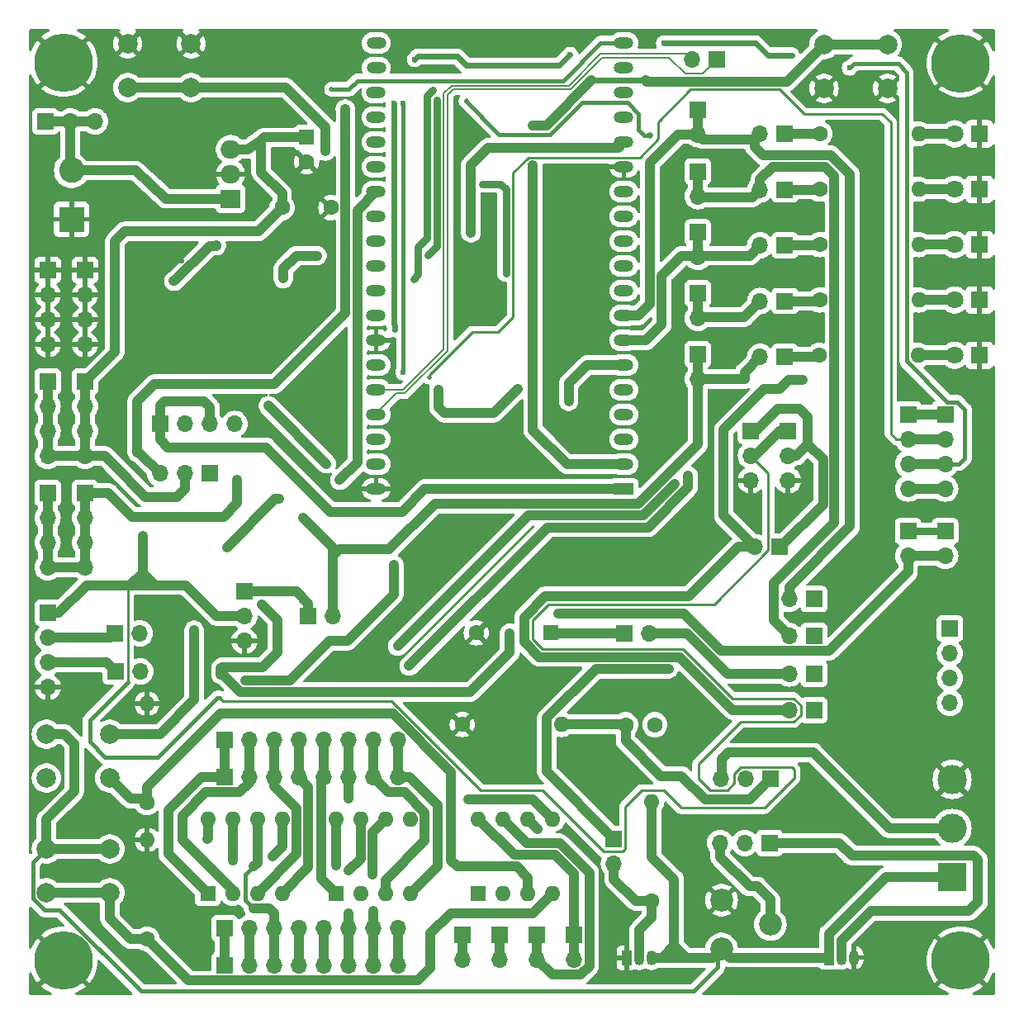
<source format=gbl>
G04 #@! TF.GenerationSoftware,KiCad,Pcbnew,8.0.7*
G04 #@! TF.CreationDate,2024-12-29T14:09:24-06:00*
G04 #@! TF.ProjectId,base_esp32,62617365-5f65-4737-9033-322e6b696361,v0.1*
G04 #@! TF.SameCoordinates,Original*
G04 #@! TF.FileFunction,Copper,L2,Bot*
G04 #@! TF.FilePolarity,Positive*
%FSLAX46Y46*%
G04 Gerber Fmt 4.6, Leading zero omitted, Abs format (unit mm)*
G04 Created by KiCad (PCBNEW 8.0.7) date 2024-12-29 14:09:24*
%MOMM*%
%LPD*%
G01*
G04 APERTURE LIST*
G04 #@! TA.AperFunction,ComponentPad*
%ADD10R,1.700000X1.700000*%
G04 #@! TD*
G04 #@! TA.AperFunction,ComponentPad*
%ADD11O,1.700000X1.700000*%
G04 #@! TD*
G04 #@! TA.AperFunction,ComponentPad*
%ADD12R,1.800000X1.800000*%
G04 #@! TD*
G04 #@! TA.AperFunction,ComponentPad*
%ADD13C,1.800000*%
G04 #@! TD*
G04 #@! TA.AperFunction,ComponentPad*
%ADD14C,1.600000*%
G04 #@! TD*
G04 #@! TA.AperFunction,ComponentPad*
%ADD15R,1.600000X1.600000*%
G04 #@! TD*
G04 #@! TA.AperFunction,ComponentPad*
%ADD16O,1.600000X1.600000*%
G04 #@! TD*
G04 #@! TA.AperFunction,ComponentPad*
%ADD17C,2.000000*%
G04 #@! TD*
G04 #@! TA.AperFunction,ComponentPad*
%ADD18R,1.050000X1.500000*%
G04 #@! TD*
G04 #@! TA.AperFunction,ComponentPad*
%ADD19O,1.050000X1.500000*%
G04 #@! TD*
G04 #@! TA.AperFunction,ComponentPad*
%ADD20C,3.400000*%
G04 #@! TD*
G04 #@! TA.AperFunction,ConnectorPad*
%ADD21C,6.000000*%
G04 #@! TD*
G04 #@! TA.AperFunction,ComponentPad*
%ADD22R,2.600000X2.600000*%
G04 #@! TD*
G04 #@! TA.AperFunction,ComponentPad*
%ADD23C,2.600000*%
G04 #@! TD*
G04 #@! TA.AperFunction,ComponentPad*
%ADD24C,2.340000*%
G04 #@! TD*
G04 #@! TA.AperFunction,ComponentPad*
%ADD25R,3.000000X3.000000*%
G04 #@! TD*
G04 #@! TA.AperFunction,ComponentPad*
%ADD26C,3.000000*%
G04 #@! TD*
G04 #@! TA.AperFunction,ComponentPad*
%ADD27R,2.000000X1.200000*%
G04 #@! TD*
G04 #@! TA.AperFunction,ComponentPad*
%ADD28O,2.000000X1.200000*%
G04 #@! TD*
G04 #@! TA.AperFunction,ComponentPad*
%ADD29R,2.000000X1.905000*%
G04 #@! TD*
G04 #@! TA.AperFunction,ComponentPad*
%ADD30O,2.000000X1.905000*%
G04 #@! TD*
G04 #@! TA.AperFunction,ViaPad*
%ADD31C,0.600000*%
G04 #@! TD*
G04 #@! TA.AperFunction,ViaPad*
%ADD32C,0.650000*%
G04 #@! TD*
G04 #@! TA.AperFunction,ViaPad*
%ADD33C,0.500000*%
G04 #@! TD*
G04 #@! TA.AperFunction,Conductor*
%ADD34C,1.000000*%
G04 #@! TD*
G04 #@! TA.AperFunction,Conductor*
%ADD35C,0.457200*%
G04 #@! TD*
G04 #@! TA.AperFunction,Conductor*
%ADD36C,0.254000*%
G04 #@! TD*
G04 #@! TA.AperFunction,Conductor*
%ADD37C,0.600000*%
G04 #@! TD*
G04 #@! TA.AperFunction,Conductor*
%ADD38C,0.800000*%
G04 #@! TD*
G04 #@! TA.AperFunction,Conductor*
%ADD39C,0.160000*%
G04 #@! TD*
G04 APERTURE END LIST*
D10*
X105171000Y-60960000D03*
D11*
X107711000Y-60960000D03*
X110251000Y-60960000D03*
D10*
X180975000Y-73660000D03*
D11*
X178435000Y-73660000D03*
D10*
X197891400Y-112955000D03*
D11*
X197891400Y-115495000D03*
X197891400Y-118035000D03*
X197891400Y-120575000D03*
D12*
X200914000Y-73587000D03*
D13*
X198374000Y-73587000D03*
D12*
X200914000Y-67908500D03*
D13*
X198374000Y-67908500D03*
D10*
X183951800Y-121310400D03*
D11*
X181411800Y-121310400D03*
D10*
X105410000Y-111328200D03*
D11*
X105410000Y-113868200D03*
X105410000Y-116408200D03*
X105410000Y-118948200D03*
D14*
X129427600Y-69799200D03*
X134427600Y-69799200D03*
D15*
X121798000Y-140106800D03*
D16*
X124338000Y-140106800D03*
X126878000Y-140106800D03*
X129418000Y-140106800D03*
X129418000Y-132486800D03*
X126878000Y-132486800D03*
X124338000Y-132486800D03*
X121798000Y-132486800D03*
D10*
X193598800Y-90992800D03*
D11*
X193598800Y-93532800D03*
X193598800Y-96072800D03*
X193598800Y-98612800D03*
D17*
X105260000Y-135545000D03*
X111760000Y-135545000D03*
X105260000Y-140045000D03*
X111760000Y-140045000D03*
D10*
X183951800Y-113690400D03*
D11*
X181411800Y-113690400D03*
D14*
X184540000Y-79265500D03*
D16*
X194700000Y-79265500D03*
D10*
X173990000Y-54610000D03*
D11*
X171450000Y-54610000D03*
D10*
X172059600Y-84836000D03*
D11*
X172059600Y-87376000D03*
D18*
X164744400Y-146710400D03*
D19*
X166014400Y-146710400D03*
X167284400Y-146710400D03*
D10*
X123535200Y-147472800D03*
D11*
X126075200Y-147472800D03*
X128615200Y-147472800D03*
X131155200Y-147472800D03*
X133695200Y-147472800D03*
X136235200Y-147472800D03*
X138775200Y-147472800D03*
X141315200Y-147472800D03*
D10*
X151739600Y-144368600D03*
D11*
X151739600Y-146908600D03*
D10*
X172059600Y-66085800D03*
D11*
X172059600Y-68625800D03*
D20*
X199000000Y-147000000D03*
D21*
X199000000Y-147000000D03*
D22*
X107831000Y-70993000D03*
D23*
X107831000Y-65993000D03*
D10*
X172059600Y-78587600D03*
D11*
X172059600Y-81127600D03*
D17*
X105260000Y-123770000D03*
X111760000Y-123770000D03*
X105260000Y-128270000D03*
X111760000Y-128270000D03*
D10*
X180975000Y-85090000D03*
D11*
X178435000Y-85090000D03*
D10*
X172085000Y-59740800D03*
D11*
X172085000Y-62280800D03*
D14*
X147904200Y-122783600D03*
D16*
X158064200Y-122783600D03*
D10*
X123509800Y-124384200D03*
D11*
X126049800Y-124384200D03*
X128589800Y-124384200D03*
X131129800Y-124384200D03*
X133669800Y-124384200D03*
X136209800Y-124384200D03*
X138749800Y-124384200D03*
X141289800Y-124384200D03*
D14*
X184540000Y-62230000D03*
D16*
X194700000Y-62230000D03*
D17*
X184989324Y-53071200D03*
X191489324Y-53071200D03*
X184989324Y-57571200D03*
X191489324Y-57571200D03*
D15*
X134939800Y-140106800D03*
D16*
X137479800Y-140106800D03*
X140019800Y-140106800D03*
X142559800Y-140106800D03*
X142559800Y-132486800D03*
X140019800Y-132486800D03*
X137479800Y-132486800D03*
X134939800Y-132486800D03*
D10*
X181299800Y-92674200D03*
D11*
X181299800Y-95214200D03*
X181299800Y-97754200D03*
D10*
X121991600Y-97053400D03*
D11*
X119451600Y-97053400D03*
X116911600Y-97053400D03*
D10*
X109220000Y-99060000D03*
D11*
X109220000Y-101600000D03*
X109220000Y-104140000D03*
X109220000Y-106680000D03*
D10*
X180975000Y-67945000D03*
D11*
X178435000Y-67945000D03*
D10*
X132105400Y-111633000D03*
D11*
X134645400Y-111633000D03*
D14*
X184480000Y-84944000D03*
D16*
X194640000Y-84944000D03*
D18*
X185470800Y-146685000D03*
D19*
X186740800Y-146685000D03*
X188010800Y-146685000D03*
D10*
X193598800Y-102971600D03*
D11*
X193598800Y-105511600D03*
D12*
X200914000Y-62230000D03*
D13*
X198374000Y-62230000D03*
D24*
X174487200Y-145796000D03*
X179487200Y-143296000D03*
X174487200Y-140796000D03*
D10*
X180975000Y-62230000D03*
D11*
X178435000Y-62230000D03*
D10*
X164485400Y-113411000D03*
D11*
X167025400Y-113411000D03*
D14*
X115570000Y-144780000D03*
D16*
X115570000Y-134620000D03*
D14*
X167640000Y-122809000D03*
X164640000Y-122809000D03*
D25*
X198120000Y-138430000D03*
D26*
X198120000Y-133430000D03*
X198120000Y-128430000D03*
D10*
X183951800Y-109931200D03*
D11*
X181411800Y-109931200D03*
D12*
X200914000Y-84944000D03*
D13*
X198374000Y-84944000D03*
D10*
X125552200Y-109118400D03*
D11*
X125552200Y-111658400D03*
X125552200Y-114198400D03*
D10*
X112359600Y-117348000D03*
D11*
X114899600Y-117348000D03*
D10*
X180467000Y-104597200D03*
D11*
X177927000Y-104597200D03*
D10*
X177489800Y-92674200D03*
D11*
X177489800Y-95214200D03*
X177489800Y-97754200D03*
D27*
X164465000Y-98643440D03*
D28*
X164465000Y-96103440D03*
X164465000Y-93563440D03*
X164465000Y-91023440D03*
X164465000Y-88483440D03*
X164465000Y-85943440D03*
X164465000Y-83403440D03*
X164465000Y-80863440D03*
X164465000Y-78323440D03*
X164465000Y-75783440D03*
X164465000Y-73243440D03*
X164465000Y-70703440D03*
X164465000Y-68163440D03*
X164465000Y-65623440D03*
X164465000Y-63083440D03*
X164465000Y-60543440D03*
X164465000Y-58003440D03*
X164465000Y-55463440D03*
X164465000Y-52923440D03*
X139068680Y-52926160D03*
X139068680Y-55466160D03*
X139065000Y-58003440D03*
X139065000Y-60543440D03*
X139065000Y-63083440D03*
X139065000Y-65623440D03*
X139065000Y-68163440D03*
X139065000Y-70703440D03*
X139065000Y-73243440D03*
X139065000Y-75783440D03*
X139065000Y-78323440D03*
X139065000Y-80863440D03*
X139065000Y-83403440D03*
X139065000Y-85943440D03*
X139065000Y-88483440D03*
X139065000Y-91023440D03*
X139065000Y-93563440D03*
X139065000Y-96103440D03*
X139065000Y-98643440D03*
D10*
X179512200Y-128332000D03*
D11*
X176972200Y-128332000D03*
X174432200Y-128332000D03*
D10*
X179400200Y-134936000D03*
D11*
X176860200Y-134936000D03*
X174320200Y-134936000D03*
D10*
X123509800Y-128194200D03*
D11*
X126049800Y-128194200D03*
X128589800Y-128194200D03*
X131129800Y-128194200D03*
X133669800Y-128194200D03*
X136209800Y-128194200D03*
X138749800Y-128194200D03*
X141289800Y-128194200D03*
D10*
X105385000Y-87640000D03*
D11*
X105385000Y-90180000D03*
X105385000Y-92720000D03*
X105385000Y-95260000D03*
D14*
X184540000Y-73587000D03*
D16*
X194700000Y-73587000D03*
D10*
X163449000Y-134513400D03*
D11*
X163449000Y-137053400D03*
D10*
X147929600Y-144368600D03*
D11*
X147929600Y-146908600D03*
D14*
X184540000Y-67908500D03*
D16*
X194700000Y-67908500D03*
D14*
X167309800Y-140868400D03*
D16*
X167309800Y-130708400D03*
D20*
X199000000Y-55000000D03*
D21*
X199000000Y-55000000D03*
D10*
X105385000Y-76200000D03*
D11*
X105385000Y-78740000D03*
X105385000Y-81280000D03*
X105385000Y-83820000D03*
D10*
X197408800Y-90992800D03*
D11*
X197408800Y-93532800D03*
X197408800Y-96072800D03*
X197408800Y-98612800D03*
D10*
X105385000Y-99060000D03*
D11*
X105385000Y-101600000D03*
X105385000Y-104140000D03*
X105385000Y-106680000D03*
D10*
X123535200Y-143662800D03*
D11*
X126075200Y-143662800D03*
X128615200Y-143662800D03*
X131155200Y-143662800D03*
X133695200Y-143662800D03*
X136235200Y-143662800D03*
X138775200Y-143662800D03*
X141315200Y-143662800D03*
D20*
X107000000Y-54925000D03*
D21*
X107000000Y-54925000D03*
D29*
X124135000Y-68884800D03*
D30*
X124135000Y-66344800D03*
X124135000Y-63804800D03*
D10*
X112288400Y-113436400D03*
D11*
X114828400Y-113436400D03*
D14*
X115570000Y-130810000D03*
D16*
X115570000Y-120650000D03*
D10*
X172059600Y-72339200D03*
D11*
X172059600Y-74879200D03*
D10*
X109220000Y-87630000D03*
D11*
X109220000Y-90170000D03*
X109220000Y-92710000D03*
X109220000Y-95250000D03*
D10*
X155549600Y-144368600D03*
D11*
X155549600Y-146908600D03*
D17*
X120090000Y-57495000D03*
X113590000Y-57495000D03*
X120090000Y-52995000D03*
X113590000Y-52995000D03*
D10*
X159359600Y-144368600D03*
D11*
X159359600Y-146908600D03*
D10*
X116941600Y-91973400D03*
D11*
X119481600Y-91973400D03*
X122021600Y-91973400D03*
X124561600Y-91973400D03*
D20*
X107000000Y-147000000D03*
D21*
X107000000Y-147000000D03*
D10*
X180975000Y-79375000D03*
D11*
X178435000Y-79375000D03*
D10*
X197408800Y-102971600D03*
D11*
X197408800Y-105511600D03*
D12*
X200914000Y-79265500D03*
D13*
X198374000Y-79265500D03*
D10*
X183951800Y-117576600D03*
D11*
X181411800Y-117576600D03*
D10*
X109220000Y-76200000D03*
D11*
X109220000Y-78740000D03*
X109220000Y-81280000D03*
X109220000Y-83820000D03*
D15*
X131927600Y-62599688D03*
D14*
X131927600Y-65099688D03*
D15*
X149529800Y-140106400D03*
D16*
X152069800Y-140106400D03*
X154609800Y-140106400D03*
X157149800Y-140106400D03*
X157149800Y-132486400D03*
X154609800Y-132486400D03*
X152069800Y-132486400D03*
X149529800Y-132486400D03*
D15*
X156936600Y-113385600D03*
D14*
X149336600Y-113385600D03*
D31*
X155702000Y-118211600D03*
X135178800Y-92760800D03*
D32*
X148640800Y-62331600D03*
D31*
X195580000Y-59131200D03*
X119126000Y-75234800D03*
X114350800Y-147066000D03*
X130556000Y-89662000D03*
X108610400Y-118313200D03*
X168402000Y-73202800D03*
X117805200Y-120040400D03*
X144119600Y-117805200D03*
X172313600Y-123342400D03*
X111810800Y-121767600D03*
X118922800Y-85801200D03*
X132994400Y-73253600D03*
X184302400Y-140716000D03*
X158140400Y-80518000D03*
X105359200Y-121462800D03*
X135585200Y-85598000D03*
X188468000Y-57708800D03*
X150672800Y-53594000D03*
X161696400Y-127000000D03*
X144678400Y-121970800D03*
X122682000Y-73660000D03*
X118313200Y-77317600D03*
X120396000Y-113131600D03*
D33*
X124841000Y-97663000D03*
D31*
X129540000Y-77063600D03*
X132994400Y-74726800D03*
X115112800Y-103479600D03*
X112318800Y-96316800D03*
X129082800Y-99669600D03*
X128016000Y-90119200D03*
X133959600Y-96062800D03*
X123748800Y-104648000D03*
D33*
X134493000Y-57658000D03*
X135890000Y-59690000D03*
D31*
X169062400Y-117074800D03*
D33*
X182829200Y-87477600D03*
X135331200Y-97739200D03*
D32*
X131536272Y-101564272D03*
D31*
X158800800Y-89642800D03*
X155651200Y-133553200D03*
X148488400Y-130454400D03*
X136245600Y-142189200D03*
X136245600Y-137769600D03*
X134924800Y-137210800D03*
X128422400Y-136296400D03*
X124358400Y-136753600D03*
X138785600Y-141884400D03*
X138684000Y-138176000D03*
X121798000Y-134488000D03*
X181660800Y-54152800D03*
X143002000Y-54610000D03*
X158953200Y-54102000D03*
X168554400Y-52933600D03*
X140868400Y-59131200D03*
X140970000Y-82296000D03*
X127355600Y-110490000D03*
X157734000Y-111404400D03*
X152755600Y-113436400D03*
X141833600Y-86715600D03*
X187604400Y-55473600D03*
X141833600Y-59080400D03*
D33*
X148336000Y-58877200D03*
D32*
X167158304Y-62406895D03*
D31*
X144373600Y-74676000D03*
D33*
X145288000Y-58724800D03*
X144491201Y-87165360D03*
D32*
X144834893Y-57763693D03*
D31*
X142900400Y-77114400D03*
D32*
X155143200Y-61366400D03*
X155143200Y-65481200D03*
D31*
X125628400Y-118262400D03*
X140868400Y-106426000D03*
X148774000Y-72390000D03*
X141274800Y-114757200D03*
X169665948Y-98139548D03*
X153574000Y-88392000D03*
X136209800Y-130388600D03*
D33*
X145491200Y-88442800D03*
D31*
X152374000Y-76504800D03*
X149961600Y-67360800D03*
X142443200Y-116789200D03*
X171043600Y-97282000D03*
D33*
X133858000Y-64008000D03*
D34*
X122007646Y-73710800D02*
X118400846Y-77317600D01*
X174487200Y-145796000D02*
X174086200Y-146197000D01*
X105260000Y-135545000D02*
X111760000Y-135545000D01*
D35*
X114940108Y-150147903D02*
X106625805Y-141833600D01*
D34*
X185470800Y-146685000D02*
X175376200Y-146685000D01*
X118400846Y-77317600D02*
X118313200Y-77317600D01*
X168402000Y-146710400D02*
X168300400Y-146710400D01*
D35*
X174086200Y-147681000D02*
X171619297Y-150147903D01*
D34*
X105260000Y-123770000D02*
X107107600Y-123770000D01*
X168300400Y-146710400D02*
X169621200Y-146710400D01*
X191312800Y-138430000D02*
X198120000Y-138430000D01*
X108102400Y-124764800D02*
X108102400Y-129641600D01*
D35*
X103871400Y-136933600D02*
X105260000Y-135545000D01*
X106625805Y-141833600D02*
X105084823Y-141833600D01*
D34*
X169621200Y-145491200D02*
X169621200Y-146710400D01*
X169621200Y-138684000D02*
X169621200Y-145491200D01*
X107107600Y-123770000D02*
X108102400Y-124764800D01*
D35*
X174086200Y-146197000D02*
X174086200Y-147681000D01*
D34*
X175376200Y-146685000D02*
X174487200Y-145796000D01*
X185470800Y-144272000D02*
X191312800Y-138430000D01*
X169621200Y-146710400D02*
X170586400Y-146710400D01*
X111760000Y-123770000D02*
X116888568Y-123770000D01*
X185470800Y-146685000D02*
X185470800Y-144272000D01*
X170586400Y-146710400D02*
X173572800Y-146710400D01*
D35*
X103871400Y-140620177D02*
X103871400Y-136933600D01*
X105084823Y-141833600D02*
X103871400Y-140620177D01*
X171619297Y-150147903D02*
X114940108Y-150147903D01*
D34*
X169621200Y-145491200D02*
X168402000Y-146710400D01*
X167309800Y-136372600D02*
X169621200Y-138684000D01*
X122682000Y-73710800D02*
X122682000Y-73660000D01*
X122682000Y-73710800D02*
X122007646Y-73710800D01*
X170586400Y-146456400D02*
X170586400Y-146710400D01*
X116888568Y-123770000D02*
X120396000Y-120262568D01*
X173572800Y-146710400D02*
X174487200Y-145796000D01*
X167309800Y-130708400D02*
X167309800Y-136372600D01*
X105260000Y-132484000D02*
X105260000Y-135545000D01*
X108102400Y-129641600D02*
X105260000Y-132484000D01*
X169621200Y-145491200D02*
X170586400Y-146456400D01*
X120396000Y-120262568D02*
X120396000Y-113131600D01*
X167284400Y-146710400D02*
X168300400Y-146710400D01*
X129540000Y-76047600D02*
X130860800Y-74726800D01*
X130860800Y-74726800D02*
X132994400Y-74726800D01*
X109220000Y-101600000D02*
X109220000Y-104140000D01*
X124841000Y-100076000D02*
X124841000Y-97663000D01*
X105385000Y-101600000D02*
X105385000Y-104140000D01*
X105385000Y-106680000D02*
X109220000Y-106680000D01*
X109220000Y-99060000D02*
X109220000Y-101600000D01*
X114071400Y-101498400D02*
X123418600Y-101498400D01*
X105385000Y-99060000D02*
X105385000Y-101600000D01*
X129540000Y-77063600D02*
X129540000Y-76047600D01*
X123418600Y-101498400D02*
X124841000Y-100076000D01*
X111633000Y-99060000D02*
X114071400Y-101498400D01*
X109220000Y-99060000D02*
X111633000Y-99060000D01*
X105385000Y-104140000D02*
X105385000Y-106680000D01*
X109220000Y-104140000D02*
X109220000Y-106680000D01*
D36*
X181899330Y-122487400D02*
X182588800Y-121797930D01*
X140666355Y-120396000D02*
X149810355Y-129540000D01*
D35*
X109698382Y-124578936D02*
X109698382Y-122363218D01*
D36*
X156745154Y-110464000D02*
X173724730Y-110464000D01*
D34*
X105410000Y-111328200D02*
X106553000Y-111328200D01*
D36*
X181914800Y-127406400D02*
X181663400Y-127155000D01*
D34*
X109372400Y-108508800D02*
X113893600Y-108508800D01*
D36*
X149810355Y-129540000D02*
X156121600Y-129540000D01*
D34*
X122682000Y-111658400D02*
X125552200Y-111658400D01*
X115443000Y-99441000D02*
X118618000Y-99441000D01*
D36*
X181663400Y-127155000D02*
X176484670Y-127155000D01*
X182588800Y-121797930D02*
X182588800Y-120822870D01*
X176484670Y-127155000D02*
X175795200Y-127844470D01*
D34*
X126989200Y-72237600D02*
X129427600Y-69799200D01*
D36*
X168553245Y-129540000D02*
X170345445Y-131332200D01*
X166291955Y-129540000D02*
X168553245Y-129540000D01*
D34*
X177886600Y-95214200D02*
X180426600Y-92674200D01*
D35*
X123018668Y-120046814D02*
X122793721Y-120046814D01*
D36*
X155143777Y-112065377D02*
X156745154Y-110464000D01*
X170522555Y-115047800D02*
X156146154Y-115047800D01*
D34*
X129427600Y-69799200D02*
X129427600Y-68340600D01*
X125933200Y-63804800D02*
X127254000Y-62865000D01*
D36*
X179267000Y-104921730D02*
X179267000Y-96991400D01*
D34*
X113893600Y-108458000D02*
X115112800Y-107238800D01*
X124135000Y-63804800D02*
X125933200Y-63804800D01*
D36*
X181914800Y-128283400D02*
X181914800Y-127406400D01*
D34*
X127254000Y-62865000D02*
X127623688Y-62599688D01*
X180426600Y-92674200D02*
X181299800Y-92674200D01*
X127254000Y-66167000D02*
X127254000Y-62865000D01*
X116382800Y-108508800D02*
X115112800Y-107238800D01*
D36*
X175795200Y-127844470D02*
X175795200Y-128819530D01*
X175608155Y-120133400D02*
X170522555Y-115047800D01*
D34*
X115112800Y-108508800D02*
X115112800Y-107238800D01*
X129427600Y-68340600D02*
X127254000Y-66167000D01*
X109220000Y-90170000D02*
X109220000Y-92710000D01*
X109220000Y-95250000D02*
X111252000Y-95250000D01*
X106553000Y-111328200D02*
X109372400Y-108508800D01*
D35*
X116704135Y-126136400D02*
X111255846Y-126136400D01*
D36*
X113588800Y-118472800D02*
X113588800Y-108813600D01*
X173724730Y-110464000D02*
X179267000Y-104921730D01*
D35*
X122793721Y-120046814D02*
X116704135Y-126136400D01*
D34*
X109220000Y-87630000D02*
X112268000Y-84582000D01*
X116636800Y-108508800D02*
X119532400Y-108508800D01*
D36*
X176447046Y-122487400D02*
X181899330Y-122487400D01*
D34*
X119532400Y-108508800D02*
X122682000Y-111658400D01*
D35*
X111255846Y-126136400D02*
X109698382Y-124578936D01*
D36*
X175795200Y-128819530D02*
X175105730Y-129509000D01*
D34*
X105385000Y-95260000D02*
X109210000Y-95260000D01*
X113284000Y-72237600D02*
X126989200Y-72237600D01*
D36*
X173298600Y-129509000D02*
X172110400Y-128320800D01*
D34*
X177489800Y-95214200D02*
X177886600Y-95214200D01*
D36*
X181899330Y-120133400D02*
X175608155Y-120133400D01*
X182588800Y-120822870D02*
X181899330Y-120133400D01*
D34*
X105385000Y-87640000D02*
X105385000Y-90180000D01*
X116078000Y-108508800D02*
X116078000Y-108204000D01*
X105385000Y-90180000D02*
X105385000Y-92720000D01*
D36*
X156146154Y-115047800D02*
X155143777Y-114045423D01*
D34*
X127623688Y-62599688D02*
X131927600Y-62599688D01*
D36*
X164626000Y-135551200D02*
X164626000Y-131205955D01*
X156121600Y-129540000D02*
X162420800Y-135839200D01*
X170345445Y-131332200D02*
X178866000Y-131332200D01*
D34*
X109220000Y-92710000D02*
X109220000Y-95250000D01*
X109220000Y-87630000D02*
X109220000Y-90170000D01*
X111252000Y-95250000D02*
X112064800Y-96062800D01*
D36*
X179267000Y-96991400D02*
X177489800Y-95214200D01*
X123367854Y-120396000D02*
X140666355Y-120396000D01*
D34*
X115112800Y-108508800D02*
X116078000Y-108508800D01*
D36*
X178866000Y-131332200D02*
X181914800Y-128283400D01*
D34*
X118618000Y-99441000D02*
X119451600Y-98607400D01*
D36*
X164626000Y-131205955D02*
X166291955Y-129540000D01*
D34*
X113893600Y-108508800D02*
X113893600Y-108458000D01*
D36*
X123018668Y-120046814D02*
X123367854Y-120396000D01*
D34*
X116078000Y-108508800D02*
X116636800Y-108508800D01*
D36*
X172110400Y-126824046D02*
X176447046Y-122487400D01*
D34*
X116636800Y-108508800D02*
X116382800Y-108508800D01*
X112268000Y-73253600D02*
X113284000Y-72237600D01*
X112064800Y-96062800D02*
X115443000Y-99441000D01*
X109210000Y-95260000D02*
X109220000Y-95250000D01*
X115112800Y-107238800D02*
X115112800Y-103479600D01*
D35*
X109698382Y-122363218D02*
X113588800Y-118472800D01*
D36*
X155143777Y-114045423D02*
X155143777Y-112065377D01*
X162420800Y-135839200D02*
X164338000Y-135839200D01*
D34*
X119451600Y-98607400D02*
X119451600Y-97053400D01*
X113893600Y-108508800D02*
X115112800Y-108508800D01*
X105385000Y-92720000D02*
X105385000Y-95260000D01*
X116078000Y-108204000D02*
X115112800Y-107238800D01*
D36*
X175105730Y-129509000D02*
X173298600Y-129509000D01*
X113588800Y-108813600D02*
X113893600Y-108508800D01*
X164338000Y-135839200D02*
X164626000Y-135551200D01*
D34*
X112268000Y-84582000D02*
X112268000Y-73253600D01*
D36*
X172110400Y-128320800D02*
X172110400Y-126824046D01*
D34*
X194700000Y-62230000D02*
X198374000Y-62230000D01*
X194700000Y-67908500D02*
X198374000Y-67908500D01*
X194700000Y-73587000D02*
X198374000Y-73587000D01*
X194700000Y-79265500D02*
X198374000Y-79265500D01*
X194640000Y-84944000D02*
X198374000Y-84944000D01*
X123748800Y-104648000D02*
X128727200Y-99669600D01*
X105171000Y-60960000D02*
X107711000Y-60960000D01*
X107711000Y-65873000D02*
X107831000Y-65993000D01*
X128727200Y-99669600D02*
X129082800Y-99669600D01*
X107711000Y-60960000D02*
X110251000Y-60960000D01*
X133959600Y-96062800D02*
X128016000Y-90119200D01*
X107711000Y-60960000D02*
X107711000Y-65873000D01*
X124135000Y-68884800D02*
X117525800Y-68884800D01*
X107831000Y-65993000D02*
X114380000Y-65993000D01*
X117525800Y-68884800D02*
X114380000Y-65993000D01*
D35*
X137160000Y-56769000D02*
X158242000Y-56769000D01*
D34*
X114554000Y-89662000D02*
X116332000Y-87884000D01*
X116911600Y-97053400D02*
X114727200Y-94869000D01*
X114727200Y-94869000D02*
X114554000Y-94869000D01*
D35*
X134493000Y-57658000D02*
X136271000Y-57658000D01*
D34*
X114554000Y-94869000D02*
X114554000Y-89662000D01*
X116332000Y-87884000D02*
X128651000Y-87884000D01*
D35*
X158242000Y-56769000D02*
X162087560Y-52923440D01*
D34*
X135927600Y-80607400D02*
X135927600Y-59727600D01*
D35*
X136271000Y-57658000D02*
X137160000Y-56769000D01*
D34*
X135927600Y-59727600D02*
X135890000Y-59690000D01*
X128651000Y-87884000D02*
X135927600Y-80607400D01*
D35*
X162087560Y-52923440D02*
X164465000Y-52923440D01*
D34*
X144053560Y-98643440D02*
X141732000Y-100965000D01*
X116941600Y-90068400D02*
X117348000Y-89662000D01*
X164465000Y-98643440D02*
X144053560Y-98643440D01*
X127762000Y-94361000D02*
X117729000Y-94361000D01*
X121412000Y-89662000D02*
X122021600Y-90271600D01*
X134366000Y-100965000D02*
X127762000Y-94361000D01*
X117729000Y-94361000D02*
X116941600Y-93573600D01*
X116941600Y-91973400D02*
X116941600Y-90068400D01*
X117348000Y-89662000D02*
X121412000Y-89662000D01*
X122021600Y-90271600D02*
X122021600Y-91973400D01*
X141732000Y-100965000D02*
X134366000Y-100965000D01*
X116941600Y-93573600D02*
X116941600Y-91973400D01*
X181411800Y-108729119D02*
X187655200Y-102485719D01*
X165922960Y-80863440D02*
X167132000Y-79654400D01*
X167132000Y-65201800D02*
X170053000Y-62280800D01*
X187655200Y-66395600D02*
X185674000Y-64414400D01*
X181411800Y-109931200D02*
X181411800Y-108729119D01*
X167132000Y-79654400D02*
X167132000Y-65201800D01*
X178714400Y-64414400D02*
X177876200Y-63576200D01*
X177876200Y-62788800D02*
X178435000Y-62230000D01*
X164465000Y-80863440D02*
X165922960Y-80863440D01*
X172593000Y-62788800D02*
X177876200Y-62788800D01*
X187655200Y-102485719D02*
X187655200Y-66395600D01*
X185674000Y-64414400D02*
X178714400Y-64414400D01*
X170053000Y-62280800D02*
X172085000Y-62280800D01*
X172085000Y-62280800D02*
X172085000Y-59740800D01*
X172085000Y-62280800D02*
X172593000Y-62788800D01*
X177876200Y-63576200D02*
X177876200Y-62788800D01*
X164485400Y-113411000D02*
X156962000Y-113411000D01*
X156962000Y-113411000D02*
X156936600Y-113385600D01*
X132105400Y-111633000D02*
X132105400Y-110363000D01*
X130860800Y-109118400D02*
X125552200Y-109118400D01*
X132105400Y-110363000D02*
X130860800Y-109118400D01*
X170383200Y-74726800D02*
X168351200Y-76758800D01*
X172085000Y-72186800D02*
X172085000Y-74726800D01*
X172085000Y-74726800D02*
X177368200Y-74726800D01*
X175082200Y-117576600D02*
X181411800Y-117576600D01*
X170916600Y-113411000D02*
X175082200Y-117576600D01*
X167025400Y-113411000D02*
X170916600Y-113411000D01*
X177368200Y-74726800D02*
X178435000Y-73660000D01*
X166735760Y-83403440D02*
X164465000Y-83403440D01*
X168351200Y-76758800D02*
X168351200Y-81788000D01*
X172085000Y-74726800D02*
X170383200Y-74726800D01*
X168351200Y-81788000D02*
X166735760Y-83403440D01*
X180467000Y-104597200D02*
X180492400Y-104597200D01*
X184884672Y-100204928D02*
X184884672Y-95578272D01*
X183337200Y-91287600D02*
X183337200Y-94030800D01*
X183337200Y-94030800D02*
X182153800Y-95214200D01*
X182473600Y-90424000D02*
X183337200Y-91287600D01*
X182153800Y-95214200D02*
X181299800Y-95214200D01*
X180238400Y-90424000D02*
X182473600Y-90424000D01*
X177489800Y-92674200D02*
X177988200Y-92674200D01*
X180492400Y-104597200D02*
X184884672Y-100204928D01*
X184884672Y-95578272D02*
X183337200Y-94030800D01*
X177988200Y-92674200D02*
X180238400Y-90424000D01*
X184486400Y-65614400D02*
X179730400Y-65614400D01*
X186044672Y-66563072D02*
X185115200Y-65633600D01*
X172191600Y-68757800D02*
X177622200Y-68757800D01*
X172059600Y-68625800D02*
X172191600Y-68757800D01*
X161594800Y-117074800D02*
X169062400Y-117074800D01*
X179861800Y-112140400D02*
X179861800Y-108302400D01*
X186044672Y-102119528D02*
X186044672Y-66563072D01*
X181411800Y-113690400D02*
X179861800Y-112140400D01*
X184505600Y-65633600D02*
X184486400Y-65614400D01*
X185115200Y-65633600D02*
X184505600Y-65633600D01*
X177622200Y-68757800D02*
X178435000Y-67945000D01*
X178435000Y-66909800D02*
X178435000Y-67945000D01*
X172059600Y-66085800D02*
X172059600Y-68625800D01*
X179861800Y-108302400D02*
X186044672Y-102119528D01*
X156564200Y-122105400D02*
X161594800Y-117074800D01*
X156564200Y-127628600D02*
X156564200Y-122105400D01*
X179730400Y-65614400D02*
X178435000Y-66909800D01*
X163449000Y-134513400D02*
X156564200Y-127628600D01*
X154228800Y-114300000D02*
X154228800Y-111810800D01*
X171134600Y-109637000D02*
X176174400Y-104597200D01*
X172059600Y-78587600D02*
X172059600Y-80924400D01*
X177927000Y-104597200D02*
X175939800Y-102610000D01*
X172059600Y-80924400D02*
X172161200Y-81026000D01*
X175615600Y-121310400D02*
X170180000Y-115874800D01*
X181356000Y-87477600D02*
X182829200Y-87477600D01*
X176174400Y-104597200D02*
X177927000Y-104597200D01*
X176784000Y-81026000D02*
X178435000Y-79375000D01*
X175939800Y-102610000D02*
X174701200Y-101371400D01*
X170180000Y-115874800D02*
X155803600Y-115874800D01*
X154228800Y-111810800D02*
X156402600Y-109637000D01*
X155803600Y-115874800D02*
X154228800Y-114300000D01*
X180416200Y-88417400D02*
X181356000Y-87477600D01*
X174701200Y-101371400D02*
X174701200Y-92562800D01*
X181411800Y-121310400D02*
X175615600Y-121310400D01*
X178846600Y-88417400D02*
X180416200Y-88417400D01*
X156402600Y-109637000D02*
X171134600Y-109637000D01*
X172161200Y-81026000D02*
X176784000Y-81026000D01*
X174701200Y-92562800D02*
X178846600Y-88417400D01*
X134645400Y-105486200D02*
X135280400Y-104851200D01*
X137127600Y-70100840D02*
X137127600Y-95942800D01*
X176834800Y-86690200D02*
X178435000Y-85090000D01*
X134645400Y-104673400D02*
X134645400Y-106400600D01*
X139065000Y-68163440D02*
X137127600Y-70100840D01*
X131536272Y-101564272D02*
X134645400Y-104673400D01*
X135280400Y-104851200D02*
X140411200Y-104851200D01*
X134645400Y-111633000D02*
X134645400Y-106400600D01*
X176834800Y-87376000D02*
X176834800Y-86690200D01*
X172085000Y-94023440D02*
X172059600Y-93998040D01*
X165930840Y-100177600D02*
X172085000Y-94023440D01*
X172059600Y-84836000D02*
X172059600Y-87376000D01*
X134645400Y-106400600D02*
X134645400Y-105486200D01*
X172059600Y-87376000D02*
X176834800Y-87376000D01*
X140411200Y-104851200D02*
X145084800Y-100177600D01*
X145084800Y-100177600D02*
X165930840Y-100177600D01*
X137127600Y-95942800D02*
X135331200Y-97739200D01*
X172059600Y-93998040D02*
X172059600Y-87376000D01*
X157397600Y-136163200D02*
X159359600Y-138125200D01*
X149529800Y-132486400D02*
X153206600Y-136163200D01*
X153206600Y-136163200D02*
X157397600Y-136163200D01*
X159359600Y-138125200D02*
X159359600Y-144368600D01*
X159359600Y-144368600D02*
X159359600Y-146908600D01*
X158800800Y-87833200D02*
X160690560Y-85943440D01*
X152069800Y-132486400D02*
X154546600Y-134963200D01*
X157099600Y-148458600D02*
X155549600Y-146908600D01*
X154546600Y-134963200D02*
X157894656Y-134963200D01*
X160909600Y-147550632D02*
X160001632Y-148458600D01*
X160690560Y-85943440D02*
X164465000Y-85943440D01*
X155549600Y-144368600D02*
X155549600Y-146908600D01*
X160001632Y-148458600D02*
X157099600Y-148458600D01*
X157894656Y-134963200D02*
X160909600Y-137978144D01*
X160909600Y-137978144D02*
X160909600Y-147550632D01*
X158800800Y-89642800D02*
X158800800Y-87833200D01*
X155651200Y-133527800D02*
X155651200Y-133553200D01*
X154609800Y-132486400D02*
X155651200Y-133527800D01*
X151739600Y-144368600D02*
X151739600Y-146908600D01*
X157149800Y-132486400D02*
X155117800Y-130454400D01*
X147929600Y-144368600D02*
X147929600Y-146908600D01*
X155117800Y-130454400D02*
X148488400Y-130454400D01*
X137479800Y-136535400D02*
X136245600Y-137769600D01*
X136235200Y-142199600D02*
X136245600Y-142189200D01*
X136235200Y-143662800D02*
X136235200Y-142199600D01*
X137479800Y-132486800D02*
X137479800Y-136535400D01*
X136235200Y-143662800D02*
X136235200Y-147472800D01*
X141315200Y-143662800D02*
X141315200Y-147472800D01*
X126492000Y-141681200D02*
X128117600Y-141681200D01*
D35*
X125649400Y-140838600D02*
X126492000Y-141681200D01*
D34*
X128615200Y-143662800D02*
X128615200Y-147472800D01*
X126878000Y-136977200D02*
X126492000Y-137363200D01*
X126878000Y-132486800D02*
X126878000Y-136977200D01*
X128615200Y-142178800D02*
X128615200Y-143662800D01*
D35*
X125649400Y-138205800D02*
X125649400Y-140838600D01*
D34*
X128117600Y-141681200D02*
X128615200Y-142178800D01*
D35*
X126492000Y-137363200D02*
X125649400Y-138205800D01*
D34*
X134939800Y-137195800D02*
X134924800Y-137210800D01*
X133695200Y-143662800D02*
X133695200Y-147472800D01*
X134939800Y-132486800D02*
X134939800Y-137195800D01*
X129418000Y-132486800D02*
X129418000Y-135300800D01*
X129418000Y-135300800D02*
X128422400Y-136296400D01*
X131155200Y-143662800D02*
X131155200Y-147472800D01*
X126075200Y-143662800D02*
X126075200Y-147472800D01*
X124338000Y-136733200D02*
X124358400Y-136753600D01*
X124338000Y-132486800D02*
X124338000Y-136733200D01*
X138775200Y-141894800D02*
X138785600Y-141884400D01*
X140019800Y-132486800D02*
X138684000Y-133822600D01*
X138775200Y-143662800D02*
X138775200Y-141894800D01*
X138775200Y-143662800D02*
X138775200Y-147472800D01*
X138684000Y-133822600D02*
X138684000Y-138176000D01*
X121767600Y-134518400D02*
X121798000Y-134488000D01*
X123535200Y-143662800D02*
X123535200Y-147472800D01*
X121798000Y-132486800D02*
X121798000Y-134488000D01*
D37*
X140970000Y-81838800D02*
X140868400Y-81737200D01*
X168554400Y-52933600D02*
X178003200Y-52933600D01*
X140868400Y-81737200D02*
X140868400Y-59131200D01*
X178003200Y-52933600D02*
X179222400Y-54152800D01*
X157835600Y-55219600D02*
X158953200Y-54102000D01*
X148285200Y-55219600D02*
X157835600Y-55219600D01*
X147370800Y-54305200D02*
X148285200Y-55219600D01*
X143306800Y-54305200D02*
X147370800Y-54305200D01*
D38*
X193598800Y-102971600D02*
X197408800Y-102971600D01*
D37*
X140970000Y-82296000D02*
X140970000Y-81838800D01*
X143002000Y-54610000D02*
X143306800Y-54305200D01*
X179222400Y-54152800D02*
X181660800Y-54152800D01*
D34*
X128930400Y-115417600D02*
X128930400Y-112064800D01*
X148710800Y-119462400D02*
X125131344Y-119462400D01*
X157784800Y-111404400D02*
X157734000Y-111404400D01*
X170607056Y-111404400D02*
X157784800Y-111404400D01*
X125131344Y-119462400D02*
X123342400Y-117673456D01*
X193598800Y-107143400D02*
X185501800Y-115240400D01*
X193598800Y-105511600D02*
X193598800Y-107143400D01*
X174443056Y-115240400D02*
X170607056Y-111404400D01*
X128930400Y-112064800D02*
X127355600Y-110490000D01*
X123139200Y-117032872D02*
X123240800Y-116931272D01*
X152755600Y-113436400D02*
X152755600Y-115417600D01*
X193598800Y-105511600D02*
X197408800Y-105511600D01*
X185501800Y-115240400D02*
X174443056Y-115240400D01*
X123139200Y-117663128D02*
X123139200Y-117032872D01*
X127406400Y-116941600D02*
X128930400Y-115417600D01*
X123444000Y-116941600D02*
X127406400Y-116941600D01*
X152755600Y-115417600D02*
X148710800Y-119462400D01*
D35*
X199390000Y-90496800D02*
X198647400Y-89754200D01*
X198821200Y-96072800D02*
X199390000Y-95504000D01*
X199390000Y-95504000D02*
X199390000Y-90496800D01*
X197653400Y-89754200D02*
X193446400Y-85547200D01*
D34*
X193598800Y-96072800D02*
X197408800Y-96072800D01*
D35*
X141833600Y-59080400D02*
X141833600Y-86715600D01*
X193446400Y-85547200D02*
X193446400Y-55930800D01*
X192582800Y-55016400D02*
X188061600Y-55016400D01*
X193446400Y-55930800D02*
X192582800Y-55067200D01*
X198647400Y-89754200D02*
X197653400Y-89754200D01*
X197408800Y-96072800D02*
X198821200Y-96072800D01*
X188061600Y-55016400D02*
X187604400Y-55473600D01*
X166546895Y-62406895D02*
X165963600Y-61823600D01*
X160117819Y-59076619D02*
X156899438Y-62295000D01*
D38*
X144373600Y-74676000D02*
X145288000Y-73761600D01*
D35*
X148234400Y-58877200D02*
X148336000Y-58877200D01*
X160162398Y-59032040D02*
X160117819Y-59076619D01*
X165963600Y-61823600D02*
X165963600Y-60187380D01*
X167158304Y-62406895D02*
X166546895Y-62406895D01*
X156899438Y-62295000D02*
X151652200Y-62295000D01*
D38*
X145288000Y-73761600D02*
X145288000Y-58724800D01*
D35*
X165963600Y-60187380D02*
X164808260Y-59032040D01*
D34*
X193598800Y-98612800D02*
X197408800Y-98612800D01*
D35*
X164808260Y-59032040D02*
X160162398Y-59032040D01*
X151652200Y-62295000D02*
X148234400Y-58877200D01*
D36*
X144526000Y-87130561D02*
X144491201Y-87165360D01*
X190957200Y-60198000D02*
X182930800Y-60198000D01*
X180423000Y-57690200D02*
X171316200Y-57690200D01*
X182930800Y-60198000D02*
X180423000Y-57690200D01*
X171316200Y-57690200D02*
X167985304Y-61021096D01*
X144526000Y-86917645D02*
X144526000Y-87130561D01*
X166080554Y-64654200D02*
X154700200Y-64654200D01*
X192396719Y-93532800D02*
X191820800Y-92956881D01*
X193598800Y-93532800D02*
X192396719Y-93532800D01*
X154700200Y-64654200D02*
X153111200Y-66243200D01*
D34*
X193598800Y-93532800D02*
X197408800Y-93532800D01*
D36*
X148893645Y-82550000D02*
X144526000Y-86917645D01*
X151587200Y-82550000D02*
X148893645Y-82550000D01*
X191820800Y-92956881D02*
X191820800Y-61061600D01*
X167985304Y-61021096D02*
X167985304Y-62749450D01*
X153111200Y-81026000D02*
X151587200Y-82550000D01*
X191820800Y-61061600D02*
X190957200Y-60198000D01*
X153111200Y-66243200D02*
X153111200Y-81026000D01*
X167985304Y-62749450D02*
X166080554Y-64654200D01*
D38*
X143373599Y-73812401D02*
X144288000Y-72898000D01*
X144288000Y-58310586D02*
X144834893Y-57763693D01*
X142900400Y-77114400D02*
X143373599Y-76641201D01*
X144288000Y-72898000D02*
X144288000Y-58310586D01*
X143373599Y-76641201D02*
X143373599Y-73812401D01*
D34*
X193598800Y-90992800D02*
X197408800Y-90992800D01*
D39*
X146359200Y-58264316D02*
X146359200Y-84477117D01*
X146359200Y-84477117D02*
X141992877Y-88843440D01*
X170738800Y-56083200D02*
X169066800Y-54411200D01*
X139065000Y-90957400D02*
X139065000Y-91023440D01*
X162201116Y-54411200D02*
X158974716Y-57637600D01*
X158974716Y-57637600D02*
X146985916Y-57637600D01*
X173990000Y-54610000D02*
X172516800Y-56083200D01*
X146985916Y-57637600D02*
X146359200Y-58264316D01*
X141178960Y-88843440D02*
X139065000Y-90957400D01*
X172516800Y-56083200D02*
X170738800Y-56083200D01*
X141992877Y-88843440D02*
X141178960Y-88843440D01*
X169066800Y-54411200D02*
X162201116Y-54411200D01*
X162052000Y-54051200D02*
X170891200Y-54051200D01*
X158825600Y-57277600D02*
X162052000Y-54051200D01*
X145999200Y-84328000D02*
X145999200Y-58115200D01*
X139065000Y-88483440D02*
X141843760Y-88483440D01*
X170891200Y-54051200D02*
X171450000Y-54610000D01*
X141843760Y-88483440D02*
X145999200Y-84328000D01*
X145999200Y-58115200D02*
X146836800Y-57277600D01*
X146836800Y-57277600D02*
X158825600Y-57277600D01*
D34*
X140766800Y-121666000D02*
X146761200Y-127660400D01*
X154609800Y-138506200D02*
X154609800Y-140106400D01*
X115163600Y-130403600D02*
X115570000Y-130810000D01*
X123128000Y-121666000D02*
X140766800Y-121666000D01*
X153466800Y-137363200D02*
X154609800Y-138506200D01*
X115570000Y-129224000D02*
X123128000Y-121666000D01*
X105260000Y-128270000D02*
X105511600Y-128270000D01*
X115570000Y-130810000D02*
X115570000Y-129224000D01*
X113893600Y-130403600D02*
X115163600Y-130403600D01*
X146761200Y-127660400D02*
X146761200Y-136753600D01*
X105511600Y-128270000D02*
X105562400Y-128219200D01*
X146761200Y-136753600D02*
X147370800Y-137363200D01*
X111760000Y-128270000D02*
X113893600Y-130403600D01*
X147370800Y-137363200D02*
X153466800Y-137363200D01*
X143357600Y-149047200D02*
X119837200Y-149047200D01*
X111760000Y-142697200D02*
X113842800Y-144780000D01*
X146736000Y-142112800D02*
X144627600Y-144221200D01*
X144627600Y-147777200D02*
X143357600Y-149047200D01*
X157149800Y-140106400D02*
X155143400Y-142112800D01*
X111760000Y-140045000D02*
X111760000Y-142697200D01*
X155143400Y-142112800D02*
X146736000Y-142112800D01*
X105260000Y-140045000D02*
X111760000Y-140045000D01*
X144627600Y-144221200D02*
X144627600Y-147777200D01*
X113842800Y-144780000D02*
X115570000Y-144780000D01*
X119837200Y-149047200D02*
X115570000Y-144780000D01*
X170383200Y-128066800D02*
X168249600Y-128066800D01*
X177339000Y-130505200D02*
X172821600Y-130505200D01*
X164614600Y-122783600D02*
X164640000Y-122809000D01*
X164640000Y-124457200D02*
X164640000Y-122809000D01*
X168249600Y-128066800D02*
X164640000Y-124457200D01*
X179512200Y-128332000D02*
X177339000Y-130505200D01*
X158064200Y-122783600D02*
X164614600Y-122783600D01*
X172821600Y-130505200D02*
X170383200Y-128066800D01*
X191646800Y-133430000D02*
X198120000Y-133430000D01*
X183896000Y-125679200D02*
X191646800Y-133430000D01*
X175158400Y-125679200D02*
X183896000Y-125679200D01*
X174498000Y-128219200D02*
X174498000Y-126339600D01*
X174432200Y-128332000D02*
X174432200Y-128285000D01*
X174498000Y-126339600D02*
X175158400Y-125679200D01*
X174432200Y-128285000D02*
X174498000Y-128219200D01*
X177342800Y-139395200D02*
X178155600Y-139395200D01*
X178155600Y-139395200D02*
X179487200Y-140726800D01*
X174320200Y-134936000D02*
X174320200Y-136372600D01*
X179487200Y-140726800D02*
X179487200Y-143296000D01*
X174320200Y-136372600D02*
X177342800Y-139395200D01*
X155143200Y-65481200D02*
X155143200Y-92608400D01*
X155143200Y-92608400D02*
X158638240Y-96103440D01*
X166674800Y-56743600D02*
X166794400Y-56863200D01*
X181197324Y-56863200D02*
X184989324Y-53071200D01*
X184989324Y-53071200D02*
X191489324Y-53071200D01*
X161137600Y-56743600D02*
X156514800Y-61366400D01*
D37*
X166674800Y-56743600D02*
X161137600Y-56743600D01*
D34*
X156514800Y-61366400D02*
X155143200Y-61366400D01*
X158638240Y-96103440D02*
X164465000Y-96103440D01*
X166794400Y-56863200D02*
X181197324Y-56863200D01*
X148774000Y-72390000D02*
X148742400Y-72358400D01*
X121798000Y-140106800D02*
X117754400Y-136063200D01*
X123509800Y-124384200D02*
X123509800Y-128194200D01*
X148742400Y-65481200D02*
X150571200Y-63652400D01*
X134272032Y-114198400D02*
X136144000Y-114198400D01*
X117754400Y-131572000D02*
X121132200Y-128194200D01*
X136144000Y-114198400D02*
X140868400Y-109474000D01*
X117754400Y-136063200D02*
X117754400Y-131572000D01*
X163896040Y-63652400D02*
X164465000Y-63083440D01*
X125628400Y-118262400D02*
X130208032Y-118262400D01*
X121132200Y-128194200D02*
X123509800Y-128194200D01*
X148742400Y-72358400D02*
X148742400Y-65481200D01*
X140868400Y-109474000D02*
X140868400Y-106426000D01*
X150571200Y-63652400D02*
X163896040Y-63652400D01*
X130208032Y-118262400D02*
X134272032Y-114198400D01*
X166427896Y-101377600D02*
X169665948Y-98139548D01*
X138749800Y-128194200D02*
X140299800Y-129744200D01*
X138749800Y-124384200D02*
X138749800Y-128194200D01*
X144059800Y-131817000D02*
X144059800Y-134730600D01*
X141274800Y-114757200D02*
X154654400Y-101377600D01*
X140019800Y-138770600D02*
X140019800Y-140106800D01*
X154654400Y-101377600D02*
X166427896Y-101377600D01*
X140299800Y-129744200D02*
X141987000Y-129744200D01*
X144059800Y-134730600D02*
X140019800Y-138770600D01*
X141987000Y-129744200D02*
X144059800Y-131817000D01*
X125059800Y-129744200D02*
X126049800Y-128754200D01*
X121570000Y-129744200D02*
X125059800Y-129744200D01*
X126049800Y-128754200D02*
X126049800Y-128194200D01*
X124338000Y-140106800D02*
X124338000Y-139781200D01*
X124338000Y-139781200D02*
X119176800Y-134620000D01*
X119176800Y-134620000D02*
X119176800Y-132137400D01*
X126049800Y-124384200D02*
X126049800Y-128194200D01*
X119176800Y-132137400D02*
X121570000Y-129744200D01*
X151135600Y-90830400D02*
X146050000Y-90830400D01*
X145491200Y-90271600D02*
X145491200Y-88442800D01*
X146050000Y-90830400D02*
X145491200Y-90271600D01*
X153574000Y-88392000D02*
X151135600Y-90830400D01*
X136194800Y-130403600D02*
X136209800Y-130388600D01*
X136209800Y-124384200D02*
X136209800Y-128194200D01*
X136209800Y-128194200D02*
X136209800Y-130388600D01*
X128589800Y-124384200D02*
X128589800Y-128194200D01*
X130918000Y-131426000D02*
X128589800Y-129097800D01*
X130918000Y-136066800D02*
X130918000Y-131426000D01*
X126878000Y-140106800D02*
X130918000Y-136066800D01*
X128589800Y-129097800D02*
X128589800Y-128194200D01*
X133439800Y-138606800D02*
X134939800Y-140106800D01*
D38*
X151841200Y-67360800D02*
X152374000Y-67893600D01*
X149961600Y-67360800D02*
X151841200Y-67360800D01*
D34*
X133669800Y-124384200D02*
X133669800Y-128194200D01*
X133669800Y-128194200D02*
X133439800Y-128424200D01*
X133439800Y-128424200D02*
X133439800Y-138606800D01*
D38*
X152374000Y-67893600D02*
X152374000Y-76504800D01*
D34*
X132118000Y-137406800D02*
X132118000Y-129182400D01*
X132118000Y-129182400D02*
X131129800Y-128194200D01*
X129418000Y-140106800D02*
X132118000Y-137406800D01*
X131129800Y-124384200D02*
X131129800Y-128194200D01*
X171043600Y-98458952D02*
X171043600Y-97282000D01*
X166924952Y-102577600D02*
X171043600Y-98458952D01*
X141289800Y-124384200D02*
X141289800Y-128194200D01*
X141289800Y-128194200D02*
X142491881Y-128194200D01*
X156654800Y-102577600D02*
X166924952Y-102577600D01*
X142491881Y-128194200D02*
X145338800Y-131041119D01*
X145338800Y-131041119D02*
X145338800Y-137327800D01*
X142443200Y-116789200D02*
X156654800Y-102577600D01*
X145338800Y-137327800D02*
X142559800Y-140106800D01*
X120090000Y-57495000D02*
X129822912Y-57495000D01*
X129822912Y-57495000D02*
X133858000Y-61530088D01*
X113590000Y-57495000D02*
X120090000Y-57495000D01*
X133858000Y-61530088D02*
X133858000Y-63246000D01*
X133858000Y-63246000D02*
X133858000Y-64008000D01*
X163449000Y-138658600D02*
X165658800Y-140868400D01*
X167309800Y-140868400D02*
X167309800Y-142570200D01*
X167309800Y-142570200D02*
X166014400Y-143865600D01*
X166014400Y-143865600D02*
X166014400Y-146710400D01*
X165658800Y-140868400D02*
X167309800Y-140868400D01*
X163449000Y-137053400D02*
X163449000Y-138658600D01*
X186548800Y-134936000D02*
X187842800Y-136230000D01*
X186740800Y-144935000D02*
X186740800Y-146685000D01*
X200761600Y-136671600D02*
X200761600Y-140970000D01*
X187842800Y-136230000D02*
X200320000Y-136230000D01*
X200761600Y-140970000D02*
X199847200Y-141884400D01*
X189791400Y-141884400D02*
X186740800Y-144935000D01*
X179400200Y-134936000D02*
X186548800Y-134936000D01*
X199847200Y-141884400D02*
X189791400Y-141884400D01*
X200320000Y-136230000D02*
X200761600Y-136671600D01*
X180975000Y-62230000D02*
X184540000Y-62230000D01*
X111856600Y-113868200D02*
X112288400Y-113436400D01*
X105410000Y-113868200D02*
X111856600Y-113868200D01*
X180975000Y-67945000D02*
X184503500Y-67945000D01*
X184503500Y-67945000D02*
X184540000Y-67908500D01*
X105410000Y-116408200D02*
X111419800Y-116408200D01*
X111419800Y-116408200D02*
X112359600Y-117348000D01*
X184467000Y-73660000D02*
X184540000Y-73587000D01*
X180975000Y-73660000D02*
X184467000Y-73660000D01*
X180975000Y-79375000D02*
X184430500Y-79375000D01*
X184430500Y-79375000D02*
X184540000Y-79265500D01*
X184334000Y-85090000D02*
X184480000Y-84944000D01*
X180975000Y-85090000D02*
X184334000Y-85090000D01*
G04 #@! TA.AperFunction,Conductor*
G36*
X105855864Y-147977184D02*
G01*
X106022816Y-148144136D01*
X106130893Y-148222658D01*
X104706850Y-149646701D01*
X104939929Y-149835446D01*
X105247593Y-150035245D01*
X105574464Y-150201795D01*
X105725405Y-150259736D01*
X105780937Y-150302138D01*
X105804730Y-150367832D01*
X105789228Y-150435960D01*
X105739355Y-150484893D01*
X105680967Y-150499500D01*
X103624500Y-150499500D01*
X103557461Y-150479815D01*
X103511706Y-150427011D01*
X103500500Y-150375500D01*
X103500500Y-148319033D01*
X103520185Y-148251994D01*
X103572989Y-148206239D01*
X103642147Y-148196295D01*
X103705703Y-148225320D01*
X103740264Y-148274595D01*
X103798204Y-148425535D01*
X103964754Y-148752406D01*
X104164553Y-149060070D01*
X104353297Y-149293148D01*
X105777340Y-147869105D01*
X105855864Y-147977184D01*
G37*
G04 #@! TD.AperFunction*
G04 #@! TA.AperFunction,Conductor*
G36*
X110712816Y-146951745D02*
G01*
X110714501Y-146953399D01*
X114048921Y-150287819D01*
X114082406Y-150349142D01*
X114077422Y-150418834D01*
X114035550Y-150474767D01*
X113970086Y-150499184D01*
X113961240Y-150499500D01*
X108319033Y-150499500D01*
X108251994Y-150479815D01*
X108206239Y-150427011D01*
X108196295Y-150357853D01*
X108225320Y-150294297D01*
X108274595Y-150259736D01*
X108425535Y-150201795D01*
X108752406Y-150035245D01*
X109060064Y-149835450D01*
X109293148Y-149646701D01*
X107869106Y-148222659D01*
X107977184Y-148144136D01*
X108144136Y-147977184D01*
X108222659Y-147869105D01*
X109646701Y-149293148D01*
X109835450Y-149060064D01*
X110035245Y-148752406D01*
X110201795Y-148425535D01*
X110333263Y-148083051D01*
X110428215Y-147728686D01*
X110428215Y-147728684D01*
X110485602Y-147366353D01*
X110502990Y-147034590D01*
X110526156Y-146968673D01*
X110581282Y-146925744D01*
X110650867Y-146919434D01*
X110712816Y-146951745D01*
G37*
G04 #@! TD.AperFunction*
G04 #@! TA.AperFunction,Conductor*
G36*
X190712958Y-60845185D02*
G01*
X190733600Y-60861819D01*
X191156981Y-61285200D01*
X191190466Y-61346523D01*
X191193300Y-61372881D01*
X191193300Y-93018688D01*
X191217412Y-93139909D01*
X191217413Y-93139913D01*
X191217414Y-93139916D01*
X191226640Y-93162189D01*
X191242543Y-93200581D01*
X191242543Y-93200582D01*
X191264715Y-93254111D01*
X191264716Y-93254113D01*
X191264717Y-93254114D01*
X191309646Y-93321355D01*
X191314793Y-93329057D01*
X191314793Y-93329058D01*
X191333390Y-93356891D01*
X191333393Y-93356894D01*
X191909308Y-93932808D01*
X191962385Y-93985885D01*
X191996713Y-94020213D01*
X191996715Y-94020214D01*
X192069975Y-94069165D01*
X192069977Y-94069166D01*
X192099478Y-94088878D01*
X192099481Y-94088880D01*
X192099486Y-94088883D01*
X192099488Y-94088884D01*
X192099492Y-94088886D01*
X192179399Y-94121984D01*
X192213684Y-94136185D01*
X192213688Y-94136185D01*
X192213689Y-94136186D01*
X192334908Y-94160299D01*
X192334911Y-94160299D01*
X192334915Y-94160300D01*
X192334916Y-94160300D01*
X192334918Y-94160300D01*
X192336828Y-94160488D01*
X192337770Y-94160868D01*
X192340890Y-94161489D01*
X192340772Y-94162080D01*
X192401618Y-94186641D01*
X192426262Y-94212767D01*
X192438341Y-94230018D01*
X192560301Y-94404196D01*
X192560306Y-94404202D01*
X192727397Y-94571293D01*
X192727403Y-94571298D01*
X192912958Y-94701225D01*
X192956583Y-94755802D01*
X192963777Y-94825300D01*
X192932254Y-94887655D01*
X192912958Y-94904375D01*
X192727397Y-95034305D01*
X192560305Y-95201397D01*
X192424765Y-95394969D01*
X192424764Y-95394971D01*
X192324898Y-95609135D01*
X192324894Y-95609144D01*
X192263738Y-95837386D01*
X192263736Y-95837396D01*
X192243141Y-96072799D01*
X192243141Y-96072800D01*
X192263736Y-96308203D01*
X192263738Y-96308213D01*
X192324894Y-96536455D01*
X192324896Y-96536459D01*
X192324897Y-96536463D01*
X192409978Y-96718920D01*
X192424765Y-96750630D01*
X192424767Y-96750634D01*
X192560301Y-96944195D01*
X192560306Y-96944202D01*
X192727397Y-97111293D01*
X192727403Y-97111298D01*
X192912958Y-97241225D01*
X192956583Y-97295802D01*
X192963777Y-97365300D01*
X192932254Y-97427655D01*
X192912958Y-97444375D01*
X192727397Y-97574305D01*
X192560305Y-97741397D01*
X192424765Y-97934969D01*
X192424764Y-97934971D01*
X192324898Y-98149135D01*
X192324894Y-98149144D01*
X192263738Y-98377386D01*
X192263736Y-98377396D01*
X192243141Y-98612799D01*
X192243141Y-98612800D01*
X192263736Y-98848203D01*
X192263738Y-98848213D01*
X192324894Y-99076455D01*
X192324896Y-99076459D01*
X192324897Y-99076463D01*
X192402631Y-99243164D01*
X192424765Y-99290630D01*
X192424767Y-99290634D01*
X192485781Y-99377770D01*
X192560305Y-99484201D01*
X192727399Y-99651295D01*
X192793955Y-99697898D01*
X192920965Y-99786832D01*
X192920967Y-99786833D01*
X192920970Y-99786835D01*
X193135137Y-99886703D01*
X193363392Y-99947863D01*
X193541857Y-99963477D01*
X193598799Y-99968459D01*
X193598800Y-99968459D01*
X193598801Y-99968459D01*
X193638034Y-99965026D01*
X193834208Y-99947863D01*
X194062463Y-99886703D01*
X194276630Y-99786835D01*
X194470201Y-99651295D01*
X194471877Y-99649619D01*
X194472795Y-99649117D01*
X194474344Y-99647818D01*
X194474605Y-99648129D01*
X194533200Y-99616134D01*
X194559558Y-99613300D01*
X196448042Y-99613300D01*
X196515081Y-99632985D01*
X196535723Y-99649619D01*
X196537399Y-99651295D01*
X196603955Y-99697898D01*
X196730965Y-99786832D01*
X196730967Y-99786833D01*
X196730970Y-99786835D01*
X196945137Y-99886703D01*
X197173392Y-99947863D01*
X197351857Y-99963477D01*
X197408799Y-99968459D01*
X197408800Y-99968459D01*
X197408801Y-99968459D01*
X197448034Y-99965026D01*
X197644208Y-99947863D01*
X197872463Y-99886703D01*
X198086630Y-99786835D01*
X198280201Y-99651295D01*
X198447295Y-99484201D01*
X198582835Y-99290630D01*
X198682703Y-99076463D01*
X198743863Y-98848208D01*
X198764459Y-98612800D01*
X198743863Y-98377392D01*
X198682703Y-98149137D01*
X198582835Y-97934971D01*
X198577531Y-97927395D01*
X198447294Y-97741397D01*
X198280202Y-97574306D01*
X198280196Y-97574301D01*
X198094642Y-97444375D01*
X198051017Y-97389798D01*
X198043823Y-97320300D01*
X198075346Y-97257945D01*
X198094642Y-97241225D01*
X198177140Y-97183459D01*
X198280201Y-97111295D01*
X198447295Y-96944201D01*
X198509910Y-96854776D01*
X198564486Y-96811152D01*
X198611485Y-96801900D01*
X198893012Y-96801900D01*
X198893013Y-96801899D01*
X199033871Y-96773881D01*
X199166558Y-96718920D01*
X199285974Y-96639129D01*
X199956329Y-95968774D01*
X200036120Y-95849358D01*
X200091081Y-95716671D01*
X200119100Y-95575810D01*
X200119100Y-95432190D01*
X200119100Y-90424990D01*
X200119100Y-90424987D01*
X200119099Y-90424985D01*
X200114192Y-90400317D01*
X200091081Y-90284129D01*
X200036120Y-90151442D01*
X200036119Y-90151441D01*
X200036116Y-90151435D01*
X199956330Y-90032027D01*
X199912318Y-89988015D01*
X199854774Y-89930471D01*
X199483850Y-89559547D01*
X199112177Y-89187873D01*
X199112173Y-89187870D01*
X198992764Y-89108083D01*
X198992755Y-89108078D01*
X198860071Y-89053119D01*
X198860063Y-89053117D01*
X198719213Y-89025100D01*
X198719210Y-89025100D01*
X198006766Y-89025100D01*
X197939727Y-89005415D01*
X197919085Y-88988781D01*
X196570563Y-87640259D01*
X195221636Y-86291333D01*
X195188152Y-86230011D01*
X195193136Y-86160319D01*
X195235008Y-86104386D01*
X195256914Y-86091271D01*
X195257890Y-86090816D01*
X195292734Y-86074568D01*
X195446465Y-85966924D01*
X195512671Y-85944598D01*
X195517588Y-85944500D01*
X197337536Y-85944500D01*
X197404575Y-85964185D01*
X197421521Y-85977272D01*
X197422204Y-85977901D01*
X197422216Y-85977913D01*
X197561197Y-86086086D01*
X197598646Y-86115234D01*
X197605374Y-86120470D01*
X197809497Y-86230936D01*
X197905908Y-86264034D01*
X198029015Y-86306297D01*
X198029017Y-86306297D01*
X198029019Y-86306298D01*
X198257951Y-86344500D01*
X198257952Y-86344500D01*
X198490048Y-86344500D01*
X198490049Y-86344500D01*
X198718981Y-86306298D01*
X198938503Y-86230936D01*
X199142626Y-86120470D01*
X199149354Y-86115234D01*
X199230058Y-86052419D01*
X199325784Y-85977913D01*
X199334511Y-85968432D01*
X199394394Y-85932441D01*
X199464232Y-85934538D01*
X199521850Y-85974060D01*
X199541924Y-86009080D01*
X199570645Y-86086086D01*
X199570649Y-86086093D01*
X199656809Y-86201187D01*
X199656812Y-86201190D01*
X199771906Y-86287350D01*
X199771913Y-86287354D01*
X199906620Y-86337596D01*
X199906627Y-86337598D01*
X199966155Y-86343999D01*
X199966172Y-86344000D01*
X200664000Y-86344000D01*
X200664000Y-85319277D01*
X200740306Y-85363333D01*
X200854756Y-85394000D01*
X200973244Y-85394000D01*
X201087694Y-85363333D01*
X201164000Y-85319277D01*
X201164000Y-86344000D01*
X201861828Y-86344000D01*
X201861844Y-86343999D01*
X201921372Y-86337598D01*
X201921379Y-86337596D01*
X202056086Y-86287354D01*
X202056093Y-86287350D01*
X202171187Y-86201190D01*
X202171190Y-86201187D01*
X202257350Y-86086093D01*
X202257353Y-86086088D01*
X202259317Y-86080823D01*
X202301187Y-86024888D01*
X202366651Y-86000470D01*
X202434925Y-86015321D01*
X202484331Y-86064725D01*
X202499500Y-86124154D01*
X202499500Y-145680966D01*
X202479815Y-145748005D01*
X202427011Y-145793760D01*
X202357853Y-145803704D01*
X202294297Y-145774679D01*
X202259736Y-145725404D01*
X202201795Y-145574464D01*
X202035245Y-145247594D01*
X201835446Y-144939929D01*
X201646701Y-144706850D01*
X200222658Y-146130893D01*
X200144136Y-146022816D01*
X199977184Y-145855864D01*
X199869104Y-145777340D01*
X201293148Y-144353297D01*
X201060070Y-144164553D01*
X200752406Y-143964754D01*
X200425535Y-143798204D01*
X200083051Y-143666736D01*
X199728685Y-143571784D01*
X199366353Y-143514397D01*
X199000001Y-143495197D01*
X198999999Y-143495197D01*
X198633646Y-143514397D01*
X198271315Y-143571784D01*
X198271313Y-143571784D01*
X197916948Y-143666736D01*
X197574464Y-143798204D01*
X197247594Y-143964754D01*
X196939924Y-144164557D01*
X196706850Y-144353295D01*
X196706849Y-144353296D01*
X198130893Y-145777340D01*
X198022816Y-145855864D01*
X197855864Y-146022816D01*
X197777340Y-146130893D01*
X196353296Y-144706849D01*
X196353295Y-144706850D01*
X196164557Y-144939924D01*
X195964754Y-145247594D01*
X195798204Y-145574464D01*
X195666736Y-145916948D01*
X195571784Y-146271313D01*
X195571784Y-146271315D01*
X195514397Y-146633646D01*
X195495197Y-146999999D01*
X195495197Y-147000000D01*
X195514397Y-147366353D01*
X195571784Y-147728684D01*
X195571784Y-147728686D01*
X195666736Y-148083051D01*
X195798204Y-148425535D01*
X195964754Y-148752406D01*
X196164553Y-149060070D01*
X196353297Y-149293148D01*
X197777340Y-147869105D01*
X197855864Y-147977184D01*
X198022816Y-148144136D01*
X198130893Y-148222658D01*
X196706850Y-149646701D01*
X196939929Y-149835446D01*
X197247593Y-150035245D01*
X197574464Y-150201795D01*
X197725405Y-150259736D01*
X197780937Y-150302138D01*
X197804730Y-150367832D01*
X197789228Y-150435960D01*
X197739355Y-150484893D01*
X197680967Y-150499500D01*
X172598165Y-150499500D01*
X172531126Y-150479815D01*
X172485371Y-150427011D01*
X172475427Y-150357853D01*
X172504452Y-150294297D01*
X172510484Y-150287819D01*
X174652526Y-148145777D01*
X174652529Y-148145774D01*
X174732320Y-148026358D01*
X174787281Y-147893671D01*
X174815300Y-147752810D01*
X174815300Y-147721179D01*
X174834985Y-147654140D01*
X174887789Y-147608385D01*
X174956947Y-147598441D01*
X174986747Y-147606616D01*
X174992960Y-147609190D01*
X175084364Y-147647051D01*
X175181012Y-147666275D01*
X175229335Y-147675887D01*
X175277658Y-147685500D01*
X175277659Y-147685500D01*
X175277660Y-147685500D01*
X175474740Y-147685500D01*
X184446049Y-147685500D01*
X184513088Y-147705185D01*
X184545315Y-147735188D01*
X184581399Y-147783389D01*
X184588254Y-147792546D01*
X184588257Y-147792548D01*
X184703464Y-147878793D01*
X184703471Y-147878797D01*
X184838317Y-147929091D01*
X184838316Y-147929091D01*
X184845244Y-147929835D01*
X184897927Y-147935500D01*
X186043672Y-147935499D01*
X186103283Y-147929091D01*
X186238131Y-147878796D01*
X186239230Y-147877972D01*
X186240517Y-147877492D01*
X186245912Y-147874547D01*
X186246335Y-147875322D01*
X186304687Y-147853552D01*
X186360998Y-147862673D01*
X186441673Y-147896091D01*
X186575447Y-147922700D01*
X186639792Y-147935499D01*
X186639796Y-147935500D01*
X186639797Y-147935500D01*
X186841804Y-147935500D01*
X186841805Y-147935499D01*
X187039927Y-147896091D01*
X187226556Y-147818786D01*
X187307362Y-147764792D01*
X187374034Y-147743917D01*
X187441414Y-147762401D01*
X187445140Y-147764795D01*
X187525279Y-147818343D01*
X187525286Y-147818347D01*
X187711816Y-147895609D01*
X187711825Y-147895612D01*
X187760800Y-147905353D01*
X187760800Y-147050865D01*
X187763183Y-147026671D01*
X187766300Y-147011002D01*
X187766300Y-146970830D01*
X187780545Y-146985075D01*
X187866055Y-147034444D01*
X187961430Y-147060000D01*
X188060170Y-147060000D01*
X188155545Y-147034444D01*
X188241055Y-146985075D01*
X188260800Y-146965330D01*
X188260800Y-147905352D01*
X188309774Y-147895612D01*
X188309783Y-147895609D01*
X188496313Y-147818347D01*
X188496326Y-147818340D01*
X188664199Y-147706170D01*
X188664203Y-147706167D01*
X188806967Y-147563403D01*
X188806970Y-147563399D01*
X188919140Y-147395526D01*
X188919147Y-147395513D01*
X188996409Y-147208983D01*
X188996412Y-147208974D01*
X189035799Y-147010958D01*
X189035800Y-147010955D01*
X189035800Y-146935000D01*
X188291130Y-146935000D01*
X188310875Y-146915255D01*
X188360244Y-146829745D01*
X188385800Y-146734370D01*
X188385800Y-146635630D01*
X188360244Y-146540255D01*
X188310875Y-146454745D01*
X188291130Y-146435000D01*
X189035800Y-146435000D01*
X189035800Y-146359045D01*
X189035799Y-146359041D01*
X188996412Y-146161025D01*
X188996409Y-146161016D01*
X188919147Y-145974486D01*
X188919140Y-145974473D01*
X188806970Y-145806600D01*
X188806967Y-145806596D01*
X188664203Y-145663832D01*
X188664199Y-145663829D01*
X188496326Y-145551659D01*
X188496313Y-145551652D01*
X188309784Y-145474390D01*
X188309777Y-145474388D01*
X188260800Y-145464645D01*
X188260800Y-146404670D01*
X188241055Y-146384925D01*
X188155545Y-146335556D01*
X188060170Y-146310000D01*
X187961430Y-146310000D01*
X187866055Y-146335556D01*
X187780545Y-146384925D01*
X187766300Y-146399170D01*
X187766300Y-146358996D01*
X187766299Y-146358995D01*
X187763183Y-146343326D01*
X187760800Y-146319134D01*
X187760800Y-145444085D01*
X187753226Y-145432967D01*
X187751354Y-145363123D01*
X187783541Y-145307178D01*
X190169501Y-142921219D01*
X190230824Y-142887734D01*
X190257182Y-142884900D01*
X199945743Y-142884900D01*
X200022373Y-142869656D01*
X200060690Y-142862035D01*
X200139036Y-142846451D01*
X200205269Y-142819016D01*
X200321114Y-142771032D01*
X200484982Y-142661539D01*
X200624339Y-142522182D01*
X200624340Y-142522179D01*
X200631406Y-142515114D01*
X200631409Y-142515110D01*
X201399378Y-141747141D01*
X201399382Y-141747139D01*
X201538739Y-141607782D01*
X201648232Y-141443914D01*
X201719563Y-141271704D01*
X201723651Y-141261836D01*
X201730746Y-141226166D01*
X201756737Y-141095502D01*
X201756737Y-141095498D01*
X201756848Y-141094943D01*
X201762100Y-141068541D01*
X201762100Y-136573059D01*
X201748221Y-136503286D01*
X201746219Y-136493223D01*
X201732480Y-136424146D01*
X201723652Y-136379765D01*
X201701634Y-136326611D01*
X201682208Y-136279711D01*
X201682196Y-136279684D01*
X201648235Y-136197692D01*
X201648233Y-136197688D01*
X201648232Y-136197686D01*
X201562659Y-136069617D01*
X201538740Y-136033819D01*
X201477740Y-135972819D01*
X201399382Y-135894461D01*
X201399381Y-135894460D01*
X201104208Y-135599288D01*
X201104206Y-135599285D01*
X201104206Y-135599286D01*
X201097139Y-135592219D01*
X201097139Y-135592218D01*
X200957782Y-135452861D01*
X200957781Y-135452860D01*
X200957780Y-135452859D01*
X200793920Y-135343371D01*
X200793907Y-135343364D01*
X200632647Y-135276569D01*
X200611837Y-135267949D01*
X200611829Y-135267947D01*
X200515188Y-135248724D01*
X200418544Y-135229500D01*
X200418541Y-135229500D01*
X199426895Y-135229500D01*
X199359856Y-135209815D01*
X199314101Y-135157011D01*
X199304157Y-135087853D01*
X199333182Y-135024297D01*
X199352585Y-135006233D01*
X199433387Y-134945745D01*
X199433387Y-134945744D01*
X199433395Y-134945739D01*
X199635739Y-134743395D01*
X199807226Y-134514315D01*
X199944367Y-134263161D01*
X200044369Y-133995046D01*
X200044371Y-133995037D01*
X200105195Y-133715433D01*
X200105196Y-133715427D01*
X200105360Y-133713141D01*
X200125610Y-133430000D01*
X200105196Y-133144572D01*
X200101282Y-133126581D01*
X200044371Y-132864962D01*
X200044370Y-132864960D01*
X200044369Y-132864954D01*
X199944367Y-132596839D01*
X199899952Y-132515500D01*
X199807229Y-132345690D01*
X199807224Y-132345682D01*
X199635745Y-132116612D01*
X199635729Y-132116594D01*
X199433405Y-131914270D01*
X199433387Y-131914254D01*
X199204317Y-131742775D01*
X199204309Y-131742770D01*
X198953166Y-131605635D01*
X198953167Y-131605635D01*
X198830975Y-131560060D01*
X198685046Y-131505631D01*
X198685043Y-131505630D01*
X198685037Y-131505628D01*
X198405433Y-131444804D01*
X198120001Y-131424390D01*
X198119999Y-131424390D01*
X197834566Y-131444804D01*
X197554962Y-131505628D01*
X197286833Y-131605635D01*
X197035690Y-131742770D01*
X197035682Y-131742775D01*
X196806612Y-131914254D01*
X196806594Y-131914270D01*
X196604270Y-132116594D01*
X196604254Y-132116612D01*
X196432775Y-132345682D01*
X196432770Y-132345690D01*
X196422268Y-132364925D01*
X196372863Y-132414331D01*
X196313435Y-132429500D01*
X192112583Y-132429500D01*
X192045544Y-132409815D01*
X192024902Y-132393181D01*
X188061718Y-128429998D01*
X196114891Y-128429998D01*
X196114891Y-128430001D01*
X196135300Y-128715362D01*
X196196109Y-128994895D01*
X196296091Y-129262958D01*
X196433191Y-129514038D01*
X196433196Y-129514046D01*
X196539882Y-129656562D01*
X196539883Y-129656563D01*
X197555387Y-128641059D01*
X197560889Y-128661591D01*
X197639881Y-128798408D01*
X197751592Y-128910119D01*
X197888409Y-128989111D01*
X197908940Y-128994612D01*
X196893435Y-130010115D01*
X196893436Y-130010116D01*
X197035953Y-130116803D01*
X197035961Y-130116808D01*
X197287042Y-130253908D01*
X197287041Y-130253908D01*
X197555104Y-130353890D01*
X197834637Y-130414699D01*
X198119999Y-130435109D01*
X198120001Y-130435109D01*
X198405362Y-130414699D01*
X198684895Y-130353890D01*
X198952958Y-130253908D01*
X199204038Y-130116808D01*
X199204039Y-130116807D01*
X199346563Y-130010115D01*
X198331059Y-128994612D01*
X198351591Y-128989111D01*
X198488408Y-128910119D01*
X198600119Y-128798408D01*
X198679111Y-128661591D01*
X198684612Y-128641059D01*
X199700115Y-129656563D01*
X199806807Y-129514039D01*
X199806808Y-129514038D01*
X199943908Y-129262958D01*
X200043890Y-128994895D01*
X200104699Y-128715362D01*
X200125109Y-128430001D01*
X200125109Y-128429998D01*
X200104699Y-128144637D01*
X200043890Y-127865104D01*
X199943908Y-127597041D01*
X199806808Y-127345961D01*
X199806803Y-127345953D01*
X199700116Y-127203436D01*
X199700115Y-127203435D01*
X198684612Y-128218939D01*
X198679111Y-128198409D01*
X198600119Y-128061592D01*
X198488408Y-127949881D01*
X198351591Y-127870889D01*
X198331058Y-127865387D01*
X199346563Y-126849883D01*
X199346562Y-126849882D01*
X199204046Y-126743196D01*
X199204038Y-126743191D01*
X198952957Y-126606091D01*
X198952958Y-126606091D01*
X198684895Y-126506109D01*
X198405362Y-126445300D01*
X198120001Y-126424891D01*
X198119999Y-126424891D01*
X197834637Y-126445300D01*
X197555104Y-126506109D01*
X197287041Y-126606091D01*
X197035961Y-126743191D01*
X197035953Y-126743196D01*
X196893435Y-126849882D01*
X197908941Y-127865387D01*
X197888409Y-127870889D01*
X197751592Y-127949881D01*
X197639881Y-128061592D01*
X197560889Y-128198409D01*
X197555387Y-128218940D01*
X196539882Y-127203435D01*
X196433196Y-127345953D01*
X196433191Y-127345961D01*
X196296091Y-127597041D01*
X196196109Y-127865104D01*
X196135300Y-128144637D01*
X196114891Y-128429998D01*
X188061718Y-128429998D01*
X184680209Y-125048489D01*
X184680206Y-125048485D01*
X184680206Y-125048486D01*
X184673139Y-125041419D01*
X184673139Y-125041418D01*
X184533782Y-124902061D01*
X184533781Y-124902060D01*
X184533780Y-124902059D01*
X184369920Y-124792571D01*
X184369907Y-124792564D01*
X184223812Y-124732051D01*
X184187836Y-124717149D01*
X184187828Y-124717147D01*
X184075405Y-124694785D01*
X184048450Y-124689423D01*
X183994543Y-124678700D01*
X183994541Y-124678700D01*
X175442527Y-124678700D01*
X175375488Y-124659015D01*
X175329733Y-124606211D01*
X175319789Y-124537053D01*
X175348814Y-124473497D01*
X175354846Y-124467019D01*
X176670646Y-123151219D01*
X176731969Y-123117734D01*
X176758327Y-123114900D01*
X181961134Y-123114900D01*
X181961135Y-123114899D01*
X182082365Y-123090786D01*
X182172638Y-123053393D01*
X182196563Y-123043483D01*
X182299338Y-122974811D01*
X182386741Y-122887408D01*
X182675110Y-122599037D01*
X182736433Y-122565553D01*
X182806124Y-122570537D01*
X182837101Y-122587451D01*
X182859469Y-122604196D01*
X182859470Y-122604196D01*
X182859471Y-122604197D01*
X182994317Y-122654491D01*
X182994316Y-122654491D01*
X183001244Y-122655235D01*
X183053927Y-122660900D01*
X184849672Y-122660899D01*
X184909283Y-122654491D01*
X185044131Y-122604196D01*
X185159346Y-122517946D01*
X185245596Y-122402731D01*
X185295891Y-122267883D01*
X185302300Y-122208273D01*
X185302299Y-120412528D01*
X185295891Y-120352917D01*
X185294440Y-120349028D01*
X185245597Y-120218071D01*
X185245593Y-120218064D01*
X185159347Y-120102855D01*
X185159344Y-120102852D01*
X185044135Y-120016606D01*
X185044128Y-120016602D01*
X184909282Y-119966308D01*
X184909283Y-119966308D01*
X184849683Y-119959901D01*
X184849681Y-119959900D01*
X184849673Y-119959900D01*
X184849664Y-119959900D01*
X183053929Y-119959900D01*
X183053923Y-119959901D01*
X182994316Y-119966308D01*
X182859471Y-120016602D01*
X182859465Y-120016605D01*
X182837100Y-120033348D01*
X182771635Y-120057764D01*
X182703362Y-120042911D01*
X182675110Y-120021761D01*
X182299341Y-119645991D01*
X182299340Y-119645990D01*
X182269090Y-119625778D01*
X182203631Y-119582040D01*
X182196563Y-119577317D01*
X182196559Y-119577315D01*
X182196555Y-119577313D01*
X182157026Y-119560940D01*
X182082365Y-119530014D01*
X182082357Y-119530012D01*
X181961137Y-119505900D01*
X181961133Y-119505900D01*
X175919436Y-119505900D01*
X175852397Y-119486215D01*
X175831755Y-119469581D01*
X175150955Y-118788781D01*
X175117470Y-118727458D01*
X175122454Y-118657766D01*
X175164326Y-118601833D01*
X175229790Y-118577416D01*
X175238636Y-118577100D01*
X180451042Y-118577100D01*
X180518081Y-118596785D01*
X180538723Y-118613419D01*
X180540399Y-118615095D01*
X180637184Y-118682865D01*
X180733965Y-118750632D01*
X180733967Y-118750633D01*
X180733970Y-118750635D01*
X180948137Y-118850503D01*
X181176392Y-118911663D01*
X181352834Y-118927100D01*
X181411799Y-118932259D01*
X181411800Y-118932259D01*
X181411801Y-118932259D01*
X181470766Y-118927100D01*
X181647208Y-118911663D01*
X181875463Y-118850503D01*
X182089630Y-118750635D01*
X182283201Y-118615095D01*
X182405129Y-118493166D01*
X182466448Y-118459684D01*
X182536140Y-118464668D01*
X182592074Y-118506539D01*
X182608989Y-118537517D01*
X182658002Y-118668928D01*
X182658006Y-118668935D01*
X182744252Y-118784144D01*
X182744255Y-118784147D01*
X182859464Y-118870393D01*
X182859471Y-118870397D01*
X182994317Y-118920691D01*
X182994316Y-118920691D01*
X183001244Y-118921435D01*
X183053927Y-118927100D01*
X184849672Y-118927099D01*
X184909283Y-118920691D01*
X185044131Y-118870396D01*
X185159346Y-118784146D01*
X185245596Y-118668931D01*
X185295891Y-118534083D01*
X185302300Y-118474473D01*
X185302299Y-116678728D01*
X185295891Y-116619117D01*
X185294610Y-116615683D01*
X185245597Y-116484271D01*
X185245595Y-116484268D01*
X185239854Y-116476599D01*
X185211865Y-116439211D01*
X185187448Y-116373748D01*
X185202299Y-116305474D01*
X185251704Y-116256069D01*
X185311132Y-116240900D01*
X185600343Y-116240900D01*
X185667234Y-116227594D01*
X185700681Y-116220941D01*
X185793636Y-116202451D01*
X185865147Y-116172830D01*
X185975714Y-116127032D01*
X186139582Y-116017539D01*
X186278939Y-115878182D01*
X186278940Y-115878180D01*
X186286006Y-115871114D01*
X186286009Y-115871110D01*
X186662120Y-115494999D01*
X196535741Y-115494999D01*
X196535741Y-115495000D01*
X196556336Y-115730403D01*
X196556338Y-115730413D01*
X196617494Y-115958655D01*
X196617496Y-115958659D01*
X196617497Y-115958663D01*
X196717365Y-116172830D01*
X196810243Y-116305474D01*
X196852901Y-116366395D01*
X196852906Y-116366402D01*
X197019997Y-116533493D01*
X197020003Y-116533498D01*
X197205558Y-116663425D01*
X197249183Y-116718002D01*
X197256377Y-116787500D01*
X197224854Y-116849855D01*
X197205558Y-116866575D01*
X197019997Y-116996505D01*
X196852905Y-117163597D01*
X196717365Y-117357169D01*
X196717364Y-117357171D01*
X196617498Y-117571335D01*
X196617494Y-117571344D01*
X196556338Y-117799586D01*
X196556336Y-117799596D01*
X196535741Y-118034999D01*
X196535741Y-118035000D01*
X196556336Y-118270403D01*
X196556338Y-118270413D01*
X196617494Y-118498655D01*
X196617496Y-118498659D01*
X196617497Y-118498663D01*
X196717365Y-118712830D01*
X196717367Y-118712834D01*
X196852901Y-118906395D01*
X196852906Y-118906402D01*
X197019997Y-119073493D01*
X197020003Y-119073498D01*
X197205558Y-119203425D01*
X197249183Y-119258002D01*
X197256377Y-119327500D01*
X197224854Y-119389855D01*
X197205558Y-119406575D01*
X197019997Y-119536505D01*
X196852905Y-119703597D01*
X196717365Y-119897169D01*
X196717364Y-119897171D01*
X196617498Y-120111335D01*
X196617494Y-120111344D01*
X196556338Y-120339586D01*
X196556336Y-120339596D01*
X196535741Y-120574999D01*
X196535741Y-120575000D01*
X196556336Y-120810403D01*
X196556338Y-120810413D01*
X196617494Y-121038655D01*
X196617496Y-121038659D01*
X196617497Y-121038663D01*
X196622784Y-121050000D01*
X196717365Y-121252830D01*
X196717367Y-121252834D01*
X196770181Y-121328259D01*
X196852905Y-121446401D01*
X197019999Y-121613495D01*
X197112737Y-121678431D01*
X197213565Y-121749032D01*
X197213567Y-121749033D01*
X197213570Y-121749035D01*
X197427737Y-121848903D01*
X197427743Y-121848904D01*
X197427744Y-121848905D01*
X197482685Y-121863626D01*
X197655992Y-121910063D01*
X197844318Y-121926539D01*
X197891399Y-121930659D01*
X197891400Y-121930659D01*
X197891401Y-121930659D01*
X197930634Y-121927226D01*
X198126808Y-121910063D01*
X198355063Y-121848903D01*
X198569230Y-121749035D01*
X198762801Y-121613495D01*
X198929895Y-121446401D01*
X199065435Y-121252830D01*
X199165303Y-121038663D01*
X199226463Y-120810408D01*
X199247059Y-120575000D01*
X199226463Y-120339592D01*
X199165303Y-120111337D01*
X199065435Y-119897171D01*
X198929895Y-119703599D01*
X198929894Y-119703597D01*
X198762802Y-119536506D01*
X198762796Y-119536501D01*
X198577242Y-119406575D01*
X198533617Y-119351998D01*
X198526423Y-119282500D01*
X198557946Y-119220145D01*
X198577242Y-119203425D01*
X198599426Y-119187891D01*
X198762801Y-119073495D01*
X198929895Y-118906401D01*
X199065435Y-118712830D01*
X199165303Y-118498663D01*
X199226463Y-118270408D01*
X199247059Y-118035000D01*
X199226463Y-117799592D01*
X199165303Y-117571337D01*
X199065435Y-117357171D01*
X199059014Y-117348000D01*
X198929894Y-117163597D01*
X198762802Y-116996506D01*
X198762796Y-116996501D01*
X198577242Y-116866575D01*
X198533617Y-116811998D01*
X198526423Y-116742500D01*
X198557946Y-116680145D01*
X198577242Y-116663425D01*
X198640520Y-116619117D01*
X198762801Y-116533495D01*
X198929895Y-116366401D01*
X199065435Y-116172830D01*
X199165303Y-115958663D01*
X199226463Y-115730408D01*
X199247059Y-115495000D01*
X199226463Y-115259592D01*
X199165303Y-115031337D01*
X199065435Y-114817171D01*
X199047851Y-114792059D01*
X198929896Y-114623600D01*
X198904795Y-114598499D01*
X198807967Y-114501671D01*
X198774484Y-114440351D01*
X198779468Y-114370659D01*
X198821339Y-114314725D01*
X198852315Y-114297810D01*
X198983731Y-114248796D01*
X199098946Y-114162546D01*
X199185196Y-114047331D01*
X199235491Y-113912483D01*
X199241900Y-113852873D01*
X199241899Y-112057128D01*
X199235491Y-111997517D01*
X199223729Y-111965982D01*
X199185197Y-111862671D01*
X199185193Y-111862664D01*
X199098947Y-111747455D01*
X199098944Y-111747452D01*
X198983735Y-111661206D01*
X198983728Y-111661202D01*
X198848882Y-111610908D01*
X198848883Y-111610908D01*
X198789283Y-111604501D01*
X198789281Y-111604500D01*
X198789273Y-111604500D01*
X198789264Y-111604500D01*
X196993529Y-111604500D01*
X196993523Y-111604501D01*
X196933916Y-111610908D01*
X196799071Y-111661202D01*
X196799064Y-111661206D01*
X196683855Y-111747452D01*
X196683852Y-111747455D01*
X196597606Y-111862664D01*
X196597602Y-111862671D01*
X196547308Y-111997517D01*
X196541087Y-112055390D01*
X196540901Y-112057123D01*
X196540900Y-112057135D01*
X196540900Y-113852870D01*
X196540901Y-113852876D01*
X196547308Y-113912483D01*
X196597602Y-114047328D01*
X196597606Y-114047335D01*
X196683852Y-114162544D01*
X196683855Y-114162547D01*
X196799064Y-114248793D01*
X196799071Y-114248797D01*
X196930481Y-114297810D01*
X196986415Y-114339681D01*
X197010832Y-114405145D01*
X196995980Y-114473418D01*
X196974830Y-114501673D01*
X196852903Y-114623600D01*
X196717365Y-114817169D01*
X196717364Y-114817171D01*
X196617498Y-115031335D01*
X196617494Y-115031344D01*
X196556338Y-115259586D01*
X196556336Y-115259596D01*
X196535741Y-115494999D01*
X186662120Y-115494999D01*
X194236578Y-107920541D01*
X194236582Y-107920539D01*
X194375939Y-107781182D01*
X194485432Y-107617314D01*
X194560851Y-107435235D01*
X194599300Y-107241941D01*
X194599300Y-106636100D01*
X194618985Y-106569061D01*
X194671789Y-106523306D01*
X194723300Y-106512100D01*
X196448042Y-106512100D01*
X196515081Y-106531785D01*
X196535723Y-106548419D01*
X196537399Y-106550095D01*
X196634184Y-106617865D01*
X196730965Y-106685632D01*
X196730967Y-106685633D01*
X196730970Y-106685635D01*
X196945137Y-106785503D01*
X197173392Y-106846663D01*
X197333821Y-106860699D01*
X197408799Y-106867259D01*
X197408800Y-106867259D01*
X197408801Y-106867259D01*
X197483779Y-106860699D01*
X197644208Y-106846663D01*
X197872463Y-106785503D01*
X198086630Y-106685635D01*
X198280201Y-106550095D01*
X198447295Y-106383001D01*
X198582835Y-106189430D01*
X198682703Y-105975263D01*
X198743863Y-105747008D01*
X198764459Y-105511600D01*
X198743863Y-105276192D01*
X198696856Y-105100758D01*
X198682705Y-105047944D01*
X198682704Y-105047943D01*
X198682703Y-105047937D01*
X198582835Y-104833771D01*
X198521758Y-104746544D01*
X198447296Y-104640200D01*
X198410751Y-104603655D01*
X198325367Y-104518271D01*
X198291884Y-104456951D01*
X198296868Y-104387259D01*
X198338739Y-104331325D01*
X198369715Y-104314410D01*
X198501131Y-104265396D01*
X198616346Y-104179146D01*
X198702596Y-104063931D01*
X198752891Y-103929083D01*
X198759300Y-103869473D01*
X198759299Y-102073728D01*
X198752891Y-102014117D01*
X198751051Y-102009185D01*
X198702597Y-101879271D01*
X198702593Y-101879264D01*
X198616347Y-101764055D01*
X198616344Y-101764052D01*
X198501135Y-101677806D01*
X198501128Y-101677802D01*
X198366282Y-101627508D01*
X198366283Y-101627508D01*
X198306683Y-101621101D01*
X198306681Y-101621100D01*
X198306673Y-101621100D01*
X198306664Y-101621100D01*
X196510929Y-101621100D01*
X196510923Y-101621101D01*
X196451316Y-101627508D01*
X196316471Y-101677802D01*
X196316464Y-101677806D01*
X196201255Y-101764052D01*
X196201252Y-101764055D01*
X196115006Y-101879264D01*
X196115002Y-101879271D01*
X196073542Y-101990433D01*
X196031671Y-102046367D01*
X195966207Y-102070784D01*
X195957360Y-102071100D01*
X195050240Y-102071100D01*
X194983201Y-102051415D01*
X194937446Y-101998611D01*
X194934058Y-101990433D01*
X194892597Y-101879271D01*
X194892593Y-101879264D01*
X194806347Y-101764055D01*
X194806344Y-101764052D01*
X194691135Y-101677806D01*
X194691128Y-101677802D01*
X194556282Y-101627508D01*
X194556283Y-101627508D01*
X194496683Y-101621101D01*
X194496681Y-101621100D01*
X194496673Y-101621100D01*
X194496664Y-101621100D01*
X192700929Y-101621100D01*
X192700923Y-101621101D01*
X192641316Y-101627508D01*
X192506471Y-101677802D01*
X192506464Y-101677806D01*
X192391255Y-101764052D01*
X192391252Y-101764055D01*
X192305006Y-101879264D01*
X192305002Y-101879271D01*
X192254708Y-102014117D01*
X192249383Y-102063655D01*
X192248301Y-102073723D01*
X192248300Y-102073735D01*
X192248300Y-103869470D01*
X192248301Y-103869476D01*
X192254708Y-103929083D01*
X192305002Y-104063928D01*
X192305006Y-104063935D01*
X192391252Y-104179144D01*
X192391255Y-104179147D01*
X192506464Y-104265393D01*
X192506471Y-104265397D01*
X192637881Y-104314410D01*
X192693815Y-104356281D01*
X192718232Y-104421745D01*
X192703380Y-104490018D01*
X192682230Y-104518273D01*
X192560303Y-104640200D01*
X192424765Y-104833769D01*
X192424764Y-104833771D01*
X192324898Y-105047935D01*
X192324894Y-105047944D01*
X192263738Y-105276186D01*
X192263736Y-105276196D01*
X192243141Y-105511599D01*
X192243141Y-105511600D01*
X192263736Y-105747003D01*
X192263738Y-105747013D01*
X192324894Y-105975255D01*
X192324896Y-105975259D01*
X192324897Y-105975263D01*
X192398997Y-106134170D01*
X192424765Y-106189430D01*
X192424767Y-106189434D01*
X192560301Y-106382995D01*
X192560306Y-106383002D01*
X192561981Y-106384677D01*
X192562482Y-106385595D01*
X192563782Y-106387144D01*
X192563470Y-106387405D01*
X192595466Y-106446000D01*
X192598300Y-106472358D01*
X192598300Y-106677617D01*
X192578615Y-106744656D01*
X192561981Y-106765298D01*
X185513980Y-113813299D01*
X185452657Y-113846784D01*
X185382965Y-113841800D01*
X185327032Y-113799928D01*
X185302615Y-113734464D01*
X185302299Y-113725618D01*
X185302299Y-112792529D01*
X185302298Y-112792523D01*
X185300756Y-112778181D01*
X185295891Y-112732917D01*
X185294610Y-112729483D01*
X185245596Y-112598069D01*
X185245593Y-112598064D01*
X185159347Y-112482855D01*
X185159344Y-112482852D01*
X185044135Y-112396606D01*
X185044128Y-112396602D01*
X184909282Y-112346308D01*
X184909283Y-112346308D01*
X184849683Y-112339901D01*
X184849681Y-112339900D01*
X184849673Y-112339900D01*
X184849664Y-112339900D01*
X183053929Y-112339900D01*
X183053923Y-112339901D01*
X182994316Y-112346308D01*
X182859471Y-112396602D01*
X182859464Y-112396606D01*
X182744255Y-112482852D01*
X182744252Y-112482855D01*
X182658006Y-112598064D01*
X182658003Y-112598069D01*
X182608989Y-112729483D01*
X182567117Y-112785416D01*
X182501653Y-112809833D01*
X182433380Y-112794981D01*
X182405126Y-112773830D01*
X182283202Y-112651906D01*
X182283195Y-112651901D01*
X182089634Y-112516367D01*
X182089630Y-112516365D01*
X182063960Y-112504395D01*
X181875463Y-112416497D01*
X181875459Y-112416496D01*
X181875455Y-112416494D01*
X181647213Y-112355338D01*
X181647203Y-112355336D01*
X181521700Y-112344355D01*
X181456632Y-112318902D01*
X181444828Y-112308508D01*
X180898619Y-111762299D01*
X180865134Y-111700976D01*
X180862300Y-111674618D01*
X180862300Y-111343703D01*
X180881985Y-111276664D01*
X180934789Y-111230909D01*
X181003947Y-111220965D01*
X181018393Y-111223928D01*
X181022383Y-111224997D01*
X181176392Y-111266263D01*
X181352834Y-111281700D01*
X181411799Y-111286859D01*
X181411800Y-111286859D01*
X181411801Y-111286859D01*
X181470766Y-111281700D01*
X181647208Y-111266263D01*
X181875463Y-111205103D01*
X182089630Y-111105235D01*
X182283201Y-110969695D01*
X182405129Y-110847766D01*
X182466448Y-110814284D01*
X182536140Y-110819268D01*
X182592074Y-110861139D01*
X182608989Y-110892117D01*
X182658002Y-111023528D01*
X182658006Y-111023535D01*
X182744252Y-111138744D01*
X182744255Y-111138747D01*
X182859464Y-111224993D01*
X182859471Y-111224997D01*
X182994317Y-111275291D01*
X182994316Y-111275291D01*
X183001244Y-111276035D01*
X183053927Y-111281700D01*
X184849672Y-111281699D01*
X184909283Y-111275291D01*
X185044131Y-111224996D01*
X185159346Y-111138746D01*
X185245596Y-111023531D01*
X185295891Y-110888683D01*
X185302300Y-110829073D01*
X185302299Y-109033328D01*
X185295891Y-108973717D01*
X185245596Y-108838869D01*
X185245595Y-108838868D01*
X185245593Y-108838864D01*
X185159347Y-108723655D01*
X185159344Y-108723652D01*
X185044135Y-108637406D01*
X185044128Y-108637402D01*
X184909282Y-108587108D01*
X184909283Y-108587108D01*
X184849683Y-108580701D01*
X184849681Y-108580700D01*
X184849673Y-108580700D01*
X184849665Y-108580700D01*
X183274499Y-108580700D01*
X183207460Y-108561015D01*
X183161705Y-108508211D01*
X183151761Y-108439053D01*
X183180786Y-108375497D01*
X183186804Y-108369033D01*
X188292978Y-103262860D01*
X188292982Y-103262858D01*
X188432339Y-103123501D01*
X188541832Y-102959633D01*
X188617251Y-102777554D01*
X188630573Y-102710581D01*
X188655700Y-102584262D01*
X188655700Y-66297056D01*
X188655699Y-66297054D01*
X188617253Y-66103773D01*
X188617250Y-66103763D01*
X188610898Y-66088427D01*
X188610897Y-66088425D01*
X188594977Y-66049989D01*
X188541833Y-65921688D01*
X188541828Y-65921679D01*
X188432339Y-65757818D01*
X188432336Y-65757814D01*
X188289886Y-65615364D01*
X188289855Y-65615335D01*
X186455479Y-63780959D01*
X186455459Y-63780937D01*
X186311785Y-63637263D01*
X186311781Y-63637260D01*
X186147920Y-63527771D01*
X186147907Y-63527764D01*
X185997784Y-63465582D01*
X185997783Y-63465582D01*
X185965836Y-63452349D01*
X185965828Y-63452347D01*
X185836292Y-63426581D01*
X185793791Y-63418127D01*
X185772542Y-63413900D01*
X185772541Y-63413900D01*
X185494649Y-63413900D01*
X185427610Y-63394215D01*
X185381855Y-63341411D01*
X185371911Y-63272253D01*
X185400936Y-63208697D01*
X185406968Y-63202219D01*
X185540045Y-63069141D01*
X185540047Y-63069139D01*
X185670568Y-62882734D01*
X185766739Y-62676496D01*
X185825635Y-62456692D01*
X185845468Y-62230000D01*
X185825635Y-62003308D01*
X185766739Y-61783504D01*
X185670568Y-61577266D01*
X185551208Y-61406800D01*
X185540045Y-61390858D01*
X185379141Y-61229954D01*
X185192734Y-61099432D01*
X185192732Y-61099431D01*
X185152405Y-61080626D01*
X185112207Y-61061881D01*
X185059769Y-61015709D01*
X185040617Y-60948516D01*
X185060833Y-60881635D01*
X185113998Y-60836300D01*
X185164613Y-60825500D01*
X190645919Y-60825500D01*
X190712958Y-60845185D01*
G37*
G04 #@! TD.AperFunction*
G04 #@! TA.AperFunction,Conductor*
G36*
X201646701Y-149293148D02*
G01*
X201835450Y-149060064D01*
X202035245Y-148752406D01*
X202201795Y-148425535D01*
X202259736Y-148274595D01*
X202302138Y-148219063D01*
X202367832Y-148195270D01*
X202435960Y-148210772D01*
X202484893Y-148260645D01*
X202499500Y-148319033D01*
X202499500Y-150375500D01*
X202479815Y-150442539D01*
X202427011Y-150488294D01*
X202375500Y-150499500D01*
X200319033Y-150499500D01*
X200251994Y-150479815D01*
X200206239Y-150427011D01*
X200196295Y-150357853D01*
X200225320Y-150294297D01*
X200274595Y-150259736D01*
X200425535Y-150201795D01*
X200752406Y-150035245D01*
X201060064Y-149835450D01*
X201293148Y-149646701D01*
X199869106Y-148222659D01*
X199977184Y-148144136D01*
X200144136Y-147977184D01*
X200222659Y-147869106D01*
X201646701Y-149293148D01*
G37*
G04 #@! TD.AperFunction*
G04 #@! TA.AperFunction,Conductor*
G36*
X110654184Y-141065185D02*
G01*
X110678374Y-141085517D01*
X110726729Y-141138044D01*
X110757652Y-141200698D01*
X110759500Y-141222027D01*
X110759500Y-142795743D01*
X110760790Y-142802227D01*
X110760791Y-142802232D01*
X110797947Y-142989028D01*
X110797949Y-142989036D01*
X110813505Y-143026591D01*
X110813505Y-143026592D01*
X110873364Y-143171107D01*
X110873371Y-143171120D01*
X110982860Y-143334981D01*
X110982863Y-143334985D01*
X111126537Y-143478659D01*
X111126559Y-143478679D01*
X113062535Y-145414655D01*
X113062564Y-145414686D01*
X113205014Y-145557136D01*
X113205018Y-145557139D01*
X113368879Y-145666628D01*
X113368886Y-145666632D01*
X113480083Y-145712691D01*
X113550964Y-145742051D01*
X113647612Y-145761275D01*
X113695935Y-145770887D01*
X113744258Y-145780500D01*
X113744259Y-145780500D01*
X113744260Y-145780500D01*
X113941340Y-145780500D01*
X114692412Y-145780500D01*
X114759451Y-145800185D01*
X114763523Y-145802917D01*
X114917266Y-145910568D01*
X115123504Y-146006739D01*
X115343308Y-146065635D01*
X115405094Y-146071040D01*
X115470161Y-146096492D01*
X115481967Y-146106887D01*
X118582202Y-149207122D01*
X118615687Y-149268445D01*
X118610703Y-149338137D01*
X118568831Y-149394070D01*
X118503367Y-149418487D01*
X118494521Y-149418803D01*
X115293473Y-149418803D01*
X115226434Y-149399118D01*
X115205792Y-149382484D01*
X107090587Y-141267278D01*
X107090581Y-141267273D01*
X107090579Y-141267271D01*
X107090576Y-141267269D01*
X107088246Y-141265357D01*
X107087348Y-141264039D01*
X107086272Y-141262963D01*
X107086476Y-141262758D01*
X107048909Y-141207613D01*
X107047036Y-141137768D01*
X107083221Y-141077998D01*
X107145975Y-141047279D01*
X107166907Y-141045500D01*
X110587145Y-141045500D01*
X110654184Y-141065185D01*
G37*
G04 #@! TD.AperFunction*
G04 #@! TA.AperFunction,Conductor*
G36*
X158551910Y-132865228D02*
G01*
X158581026Y-132886845D01*
X161933389Y-136239208D01*
X161980679Y-136286498D01*
X162020793Y-136326612D01*
X162123560Y-136395279D01*
X162128937Y-136398153D01*
X162128321Y-136399305D01*
X162177481Y-136438921D01*
X162199547Y-136505215D01*
X162188010Y-136562043D01*
X162175098Y-136589734D01*
X162175094Y-136589744D01*
X162113938Y-136817986D01*
X162113936Y-136817996D01*
X162093341Y-137053399D01*
X162093341Y-137053400D01*
X162113936Y-137288803D01*
X162113938Y-137288813D01*
X162175094Y-137517055D01*
X162175096Y-137517059D01*
X162175097Y-137517063D01*
X162252120Y-137682239D01*
X162274965Y-137731230D01*
X162274967Y-137731234D01*
X162346480Y-137833364D01*
X162395754Y-137903735D01*
X162410501Y-137924795D01*
X162410506Y-137924802D01*
X162412181Y-137926477D01*
X162412682Y-137927395D01*
X162413982Y-137928944D01*
X162413670Y-137929205D01*
X162445666Y-137987800D01*
X162448500Y-138014158D01*
X162448500Y-138757141D01*
X162458199Y-138805901D01*
X162458279Y-138806300D01*
X162458279Y-138806302D01*
X162486947Y-138950428D01*
X162486950Y-138950440D01*
X162497470Y-138975836D01*
X162562366Y-139132511D01*
X162562371Y-139132520D01*
X162671860Y-139296381D01*
X162671863Y-139296385D01*
X162815537Y-139440059D01*
X162815559Y-139440079D01*
X164878535Y-141503055D01*
X164878564Y-141503086D01*
X165021014Y-141645536D01*
X165021018Y-141645539D01*
X165184879Y-141755028D01*
X165184892Y-141755035D01*
X165313633Y-141808361D01*
X165356544Y-141826135D01*
X165366964Y-141830451D01*
X165463612Y-141849675D01*
X165511935Y-141859287D01*
X165560258Y-141868900D01*
X165560259Y-141868900D01*
X165560260Y-141868900D01*
X165757340Y-141868900D01*
X166185300Y-141868900D01*
X166252339Y-141888585D01*
X166298094Y-141941389D01*
X166309300Y-141992900D01*
X166309300Y-142104417D01*
X166289615Y-142171456D01*
X166272981Y-142192098D01*
X165376620Y-143088459D01*
X165376618Y-143088461D01*
X165332094Y-143132985D01*
X165237259Y-143227819D01*
X165127771Y-143391680D01*
X165127766Y-143391689D01*
X165085032Y-143494861D01*
X165052348Y-143573764D01*
X165049551Y-143587832D01*
X165049550Y-143587835D01*
X165013900Y-143767056D01*
X165013900Y-145389538D01*
X164994400Y-145455946D01*
X164994400Y-146344534D01*
X164992017Y-146368726D01*
X164988900Y-146384395D01*
X164988900Y-146424570D01*
X164974655Y-146410325D01*
X164889145Y-146360956D01*
X164793770Y-146335400D01*
X164695030Y-146335400D01*
X164599655Y-146360956D01*
X164514145Y-146410325D01*
X164494400Y-146430070D01*
X164494400Y-145460400D01*
X164171555Y-145460400D01*
X164112027Y-145466801D01*
X164112020Y-145466803D01*
X163977313Y-145517045D01*
X163977306Y-145517049D01*
X163862212Y-145603209D01*
X163862209Y-145603212D01*
X163776049Y-145718306D01*
X163776045Y-145718313D01*
X163725803Y-145853020D01*
X163725801Y-145853027D01*
X163719400Y-145912555D01*
X163719400Y-146460400D01*
X164464070Y-146460400D01*
X164444325Y-146480145D01*
X164394956Y-146565655D01*
X164369400Y-146661030D01*
X164369400Y-146759770D01*
X164394956Y-146855145D01*
X164444325Y-146940655D01*
X164464070Y-146960400D01*
X163719400Y-146960400D01*
X163719400Y-147508244D01*
X163725801Y-147567772D01*
X163725803Y-147567779D01*
X163776045Y-147702486D01*
X163776049Y-147702493D01*
X163862209Y-147817587D01*
X163862212Y-147817590D01*
X163977306Y-147903750D01*
X163977313Y-147903754D01*
X164112020Y-147953996D01*
X164112027Y-147953998D01*
X164171555Y-147960399D01*
X164171572Y-147960400D01*
X164494400Y-147960400D01*
X164494400Y-146990730D01*
X164514145Y-147010475D01*
X164599655Y-147059844D01*
X164695030Y-147085400D01*
X164793770Y-147085400D01*
X164889145Y-147059844D01*
X164974655Y-147010475D01*
X164988900Y-146996230D01*
X164988900Y-147036402D01*
X164992017Y-147052071D01*
X164994400Y-147076265D01*
X164994400Y-147960400D01*
X165317228Y-147960400D01*
X165317244Y-147960399D01*
X165376772Y-147953998D01*
X165376776Y-147953997D01*
X165511489Y-147903752D01*
X165512296Y-147903148D01*
X165513245Y-147902793D01*
X165519276Y-147899501D01*
X165519749Y-147900367D01*
X165577760Y-147878729D01*
X165634061Y-147887851D01*
X165715273Y-147921491D01*
X165878688Y-147953996D01*
X165913392Y-147960899D01*
X165913396Y-147960900D01*
X165913397Y-147960900D01*
X166115404Y-147960900D01*
X166115405Y-147960899D01*
X166313527Y-147921491D01*
X166500156Y-147844186D01*
X166580510Y-147790494D01*
X166647186Y-147769617D01*
X166714566Y-147788101D01*
X166718265Y-147790478D01*
X166798644Y-147844186D01*
X166985273Y-147921491D01*
X167148688Y-147953996D01*
X167183392Y-147960899D01*
X167183396Y-147960900D01*
X167183397Y-147960900D01*
X167385404Y-147960900D01*
X167385405Y-147960899D01*
X167583527Y-147921491D01*
X167770156Y-147844186D01*
X167808833Y-147818343D01*
X167938358Y-147731798D01*
X168005036Y-147710920D01*
X168007249Y-147710900D01*
X168201859Y-147710900D01*
X168303460Y-147710900D01*
X168500540Y-147710900D01*
X169522659Y-147710900D01*
X170487859Y-147710900D01*
X170684941Y-147710900D01*
X172725835Y-147710900D01*
X172792874Y-147730585D01*
X172838629Y-147783389D01*
X172848573Y-147852547D01*
X172819548Y-147916103D01*
X172813516Y-147922581D01*
X171353613Y-149382484D01*
X171292290Y-149415969D01*
X171265932Y-149418803D01*
X160755713Y-149418803D01*
X160688674Y-149399118D01*
X160642919Y-149346314D01*
X160632975Y-149277156D01*
X160662000Y-149213600D01*
X160668031Y-149207122D01*
X160778771Y-149096382D01*
X160778771Y-149096380D01*
X160788979Y-149086173D01*
X160788980Y-149086170D01*
X161686740Y-148188413D01*
X161796232Y-148024546D01*
X161871652Y-147842467D01*
X161910100Y-147649172D01*
X161910100Y-147452091D01*
X161910100Y-137879603D01*
X161900902Y-137833364D01*
X161899636Y-137827000D01*
X161880587Y-137731230D01*
X161871652Y-137686309D01*
X161798763Y-137510341D01*
X161796233Y-137504232D01*
X161796228Y-137504223D01*
X161686740Y-137340363D01*
X161686737Y-137340359D01*
X158678865Y-134332489D01*
X158678862Y-134332485D01*
X158678862Y-134332486D01*
X158671795Y-134325419D01*
X158671795Y-134325418D01*
X158532438Y-134186061D01*
X158532437Y-134186060D01*
X158532436Y-134186059D01*
X158368576Y-134076571D01*
X158368563Y-134076564D01*
X158217725Y-134014086D01*
X158186493Y-134001149D01*
X158186485Y-134001147D01*
X158089844Y-133981924D01*
X157993200Y-133962700D01*
X157993197Y-133962700D01*
X157606796Y-133962700D01*
X157539757Y-133943015D01*
X157494002Y-133890211D01*
X157484058Y-133821053D01*
X157513083Y-133757497D01*
X157571861Y-133719723D01*
X157574703Y-133718925D01*
X157587757Y-133715427D01*
X157596296Y-133713139D01*
X157802534Y-133616968D01*
X157988939Y-133486447D01*
X158149847Y-133325539D01*
X158280368Y-133139134D01*
X158376539Y-132932896D01*
X158376539Y-132932892D01*
X158376542Y-132932888D01*
X158376825Y-132932112D01*
X158377041Y-132931817D01*
X158378827Y-132927989D01*
X158379596Y-132928347D01*
X158418253Y-132875849D01*
X158483522Y-132850916D01*
X158551910Y-132865228D01*
G37*
G04 #@! TD.AperFunction*
G04 #@! TA.AperFunction,Conductor*
G36*
X109308103Y-125220207D02*
G01*
X109314581Y-125226239D01*
X110791068Y-126702726D01*
X110791072Y-126702729D01*
X110910481Y-126782516D01*
X110910488Y-126782520D01*
X110922212Y-126787376D01*
X110976616Y-126831217D01*
X110998682Y-126897511D01*
X110981404Y-126965210D01*
X110939809Y-127005211D01*
X110940792Y-127006716D01*
X110936494Y-127009523D01*
X110740257Y-127162261D01*
X110571833Y-127345217D01*
X110435826Y-127553393D01*
X110335936Y-127781118D01*
X110274892Y-128022175D01*
X110274890Y-128022187D01*
X110254357Y-128269994D01*
X110254357Y-128270005D01*
X110274890Y-128517812D01*
X110274892Y-128517824D01*
X110335936Y-128758881D01*
X110435826Y-128986606D01*
X110571833Y-129194782D01*
X110571836Y-129194785D01*
X110740256Y-129377738D01*
X110936491Y-129530474D01*
X111155190Y-129648828D01*
X111390386Y-129729571D01*
X111635665Y-129770500D01*
X111794218Y-129770500D01*
X111861257Y-129790185D01*
X111881899Y-129806819D01*
X113113335Y-131038255D01*
X113113364Y-131038286D01*
X113255814Y-131180736D01*
X113255818Y-131180739D01*
X113419679Y-131290228D01*
X113419681Y-131290229D01*
X113419686Y-131290232D01*
X113522827Y-131332954D01*
X113601764Y-131365651D01*
X113694187Y-131384035D01*
X113734535Y-131392061D01*
X113795056Y-131404100D01*
X113795059Y-131404100D01*
X113795060Y-131404100D01*
X113992140Y-131404100D01*
X114333989Y-131404100D01*
X114401028Y-131423785D01*
X114434891Y-131459304D01*
X114436327Y-131458299D01*
X114439431Y-131462732D01*
X114439432Y-131462734D01*
X114469469Y-131505631D01*
X114569954Y-131649141D01*
X114730858Y-131810045D01*
X114730861Y-131810047D01*
X114917266Y-131940568D01*
X115123504Y-132036739D01*
X115123509Y-132036740D01*
X115123511Y-132036741D01*
X115176415Y-132050916D01*
X115343308Y-132095635D01*
X115505230Y-132109801D01*
X115569998Y-132115468D01*
X115570000Y-132115468D01*
X115570002Y-132115468D01*
X115626673Y-132110509D01*
X115796692Y-132095635D01*
X116016496Y-132036739D01*
X116222734Y-131940568D01*
X116409139Y-131810047D01*
X116463383Y-131755803D01*
X116542219Y-131676968D01*
X116603542Y-131643483D01*
X116673234Y-131648467D01*
X116729167Y-131690339D01*
X116753584Y-131755803D01*
X116753900Y-131764649D01*
X116753900Y-133666060D01*
X116734215Y-133733099D01*
X116681411Y-133778854D01*
X116612253Y-133788798D01*
X116548697Y-133759773D01*
X116542219Y-133753741D01*
X116408820Y-133620342D01*
X116222482Y-133489865D01*
X116016328Y-133393734D01*
X115820000Y-133341127D01*
X115820000Y-134304314D01*
X115815606Y-134299920D01*
X115724394Y-134247259D01*
X115622661Y-134220000D01*
X115517339Y-134220000D01*
X115415606Y-134247259D01*
X115324394Y-134299920D01*
X115320000Y-134304314D01*
X115320000Y-133341127D01*
X115123671Y-133393734D01*
X114917517Y-133489865D01*
X114731179Y-133620342D01*
X114570342Y-133781179D01*
X114439865Y-133967517D01*
X114343734Y-134173673D01*
X114343730Y-134173682D01*
X114291127Y-134369999D01*
X114291128Y-134370000D01*
X115254314Y-134370000D01*
X115249920Y-134374394D01*
X115197259Y-134465606D01*
X115170000Y-134567339D01*
X115170000Y-134672661D01*
X115197259Y-134774394D01*
X115249920Y-134865606D01*
X115254314Y-134870000D01*
X114291128Y-134870000D01*
X114343730Y-135066317D01*
X114343734Y-135066326D01*
X114439865Y-135272482D01*
X114570342Y-135458820D01*
X114731179Y-135619657D01*
X114917517Y-135750134D01*
X115123673Y-135846265D01*
X115123682Y-135846269D01*
X115319999Y-135898872D01*
X115320000Y-135898871D01*
X115320000Y-134935686D01*
X115324394Y-134940080D01*
X115415606Y-134992741D01*
X115517339Y-135020000D01*
X115622661Y-135020000D01*
X115724394Y-134992741D01*
X115815606Y-134940080D01*
X115820000Y-134935686D01*
X115820000Y-135898872D01*
X116016317Y-135846269D01*
X116016326Y-135846265D01*
X116222482Y-135750134D01*
X116408820Y-135619657D01*
X116542219Y-135486259D01*
X116603542Y-135452774D01*
X116673234Y-135457758D01*
X116729167Y-135499630D01*
X116753584Y-135565094D01*
X116753900Y-135573940D01*
X116753900Y-136161742D01*
X116763480Y-136209902D01*
X116763480Y-136209903D01*
X116792347Y-136355030D01*
X116792348Y-136355034D01*
X116792349Y-136355036D01*
X116794806Y-136360968D01*
X116794808Y-136360978D01*
X116794810Y-136360978D01*
X116867764Y-136537107D01*
X116867771Y-136537120D01*
X116977260Y-136700981D01*
X116977263Y-136700985D01*
X117120937Y-136844659D01*
X117120959Y-136844679D01*
X120461181Y-140184901D01*
X120494666Y-140246224D01*
X120497500Y-140272582D01*
X120497500Y-140954670D01*
X120497501Y-140954676D01*
X120503908Y-141014283D01*
X120554202Y-141149128D01*
X120554206Y-141149135D01*
X120640452Y-141264344D01*
X120640455Y-141264347D01*
X120755664Y-141350593D01*
X120755671Y-141350597D01*
X120890517Y-141400891D01*
X120890516Y-141400891D01*
X120895009Y-141401374D01*
X120950127Y-141407300D01*
X122645872Y-141407299D01*
X122705483Y-141400891D01*
X122840331Y-141350596D01*
X122955546Y-141264346D01*
X123041796Y-141149131D01*
X123092091Y-141014283D01*
X123095862Y-140979201D01*
X123122599Y-140914655D01*
X123179990Y-140874806D01*
X123249816Y-140872311D01*
X123309905Y-140907963D01*
X123320726Y-140921336D01*
X123337956Y-140945943D01*
X123498858Y-141106845D01*
X123498861Y-141106847D01*
X123685266Y-141237368D01*
X123891504Y-141333539D01*
X124111308Y-141392435D01*
X124271066Y-141406412D01*
X124337998Y-141412268D01*
X124338000Y-141412268D01*
X124338002Y-141412268D01*
X124404934Y-141406412D01*
X124564692Y-141392435D01*
X124784496Y-141333539D01*
X124931126Y-141265163D01*
X125000202Y-141254672D01*
X125063986Y-141283192D01*
X125079383Y-141298881D01*
X125083071Y-141303375D01*
X125455181Y-141675484D01*
X125488666Y-141736807D01*
X125491500Y-141763165D01*
X125491500Y-141779741D01*
X125491500Y-141779743D01*
X125491499Y-141779743D01*
X125529947Y-141973029D01*
X125529950Y-141973039D01*
X125605364Y-142155107D01*
X125605371Y-142155120D01*
X125645627Y-142215367D01*
X125666505Y-142282045D01*
X125648020Y-142349425D01*
X125596041Y-142396115D01*
X125594930Y-142396640D01*
X125397371Y-142488764D01*
X125397369Y-142488765D01*
X125203800Y-142624303D01*
X125081873Y-142746230D01*
X125020550Y-142779714D01*
X124950858Y-142774730D01*
X124894925Y-142732858D01*
X124878010Y-142701881D01*
X124828997Y-142570471D01*
X124828993Y-142570464D01*
X124742747Y-142455255D01*
X124742744Y-142455252D01*
X124627535Y-142369006D01*
X124627528Y-142369002D01*
X124492682Y-142318708D01*
X124492683Y-142318708D01*
X124433083Y-142312301D01*
X124433081Y-142312300D01*
X124433073Y-142312300D01*
X124433064Y-142312300D01*
X122637329Y-142312300D01*
X122637323Y-142312301D01*
X122577716Y-142318708D01*
X122442871Y-142369002D01*
X122442864Y-142369006D01*
X122327655Y-142455252D01*
X122327652Y-142455255D01*
X122241406Y-142570464D01*
X122241402Y-142570471D01*
X122191108Y-142705317D01*
X122184701Y-142764916D01*
X122184700Y-142764935D01*
X122184700Y-144560670D01*
X122184701Y-144560676D01*
X122191108Y-144620283D01*
X122241402Y-144755128D01*
X122241406Y-144755135D01*
X122327652Y-144870344D01*
X122327655Y-144870347D01*
X122442865Y-144956594D01*
X122442867Y-144956594D01*
X122442869Y-144956596D01*
X122454030Y-144960758D01*
X122509964Y-145002626D01*
X122534384Y-145068089D01*
X122534700Y-145076941D01*
X122534700Y-146058658D01*
X122515015Y-146125697D01*
X122462211Y-146171452D01*
X122454047Y-146174834D01*
X122442869Y-146179004D01*
X122442864Y-146179006D01*
X122327655Y-146265252D01*
X122327652Y-146265255D01*
X122241406Y-146380464D01*
X122241402Y-146380471D01*
X122191108Y-146515317D01*
X122185939Y-146563404D01*
X122184700Y-146574927D01*
X122184700Y-147302007D01*
X122184701Y-147922700D01*
X122165016Y-147989739D01*
X122112213Y-148035494D01*
X122060701Y-148046700D01*
X120302982Y-148046700D01*
X120235943Y-148027015D01*
X120215301Y-148010381D01*
X116896887Y-144691967D01*
X116863402Y-144630644D01*
X116861040Y-144615093D01*
X116860219Y-144605712D01*
X116855635Y-144553308D01*
X116810916Y-144386415D01*
X116796741Y-144333511D01*
X116796738Y-144333502D01*
X116783455Y-144305017D01*
X116700568Y-144127266D01*
X116570047Y-143940861D01*
X116570045Y-143940858D01*
X116409141Y-143779954D01*
X116222734Y-143649432D01*
X116222732Y-143649431D01*
X116016497Y-143553261D01*
X116016488Y-143553258D01*
X115796697Y-143494366D01*
X115796693Y-143494365D01*
X115796692Y-143494365D01*
X115796691Y-143494364D01*
X115796686Y-143494364D01*
X115570002Y-143474532D01*
X115569998Y-143474532D01*
X115343313Y-143494364D01*
X115343302Y-143494366D01*
X115123511Y-143553258D01*
X115123502Y-143553261D01*
X114917267Y-143649431D01*
X114917265Y-143649432D01*
X114867013Y-143684619D01*
X114777524Y-143747280D01*
X114763535Y-143757075D01*
X114697329Y-143779402D01*
X114692412Y-143779500D01*
X114308582Y-143779500D01*
X114241543Y-143759815D01*
X114220901Y-143743181D01*
X112796819Y-142319099D01*
X112763334Y-142257776D01*
X112760500Y-142231418D01*
X112760500Y-141222027D01*
X112780185Y-141154988D01*
X112793265Y-141138049D01*
X112948164Y-140969785D01*
X113084173Y-140761607D01*
X113184063Y-140533881D01*
X113245108Y-140292821D01*
X113245545Y-140287546D01*
X113265643Y-140045005D01*
X113265643Y-140044994D01*
X113245109Y-139797187D01*
X113245107Y-139797175D01*
X113184063Y-139556118D01*
X113084173Y-139328393D01*
X112948166Y-139120217D01*
X112815617Y-138976231D01*
X112779744Y-138937262D01*
X112583509Y-138784526D01*
X112583507Y-138784525D01*
X112583506Y-138784524D01*
X112364811Y-138666172D01*
X112364802Y-138666169D01*
X112129616Y-138585429D01*
X111884335Y-138544500D01*
X111635665Y-138544500D01*
X111390383Y-138585429D01*
X111155197Y-138666169D01*
X111155188Y-138666172D01*
X110936493Y-138784524D01*
X110740255Y-138937262D01*
X110740252Y-138937265D01*
X110678374Y-139004483D01*
X110618487Y-139040474D01*
X110587145Y-139044500D01*
X106432855Y-139044500D01*
X106365816Y-139024815D01*
X106341626Y-139004483D01*
X106279747Y-138937265D01*
X106279744Y-138937262D01*
X106183826Y-138862606D01*
X106083509Y-138784526D01*
X106083507Y-138784525D01*
X106083506Y-138784524D01*
X105864811Y-138666172D01*
X105864802Y-138666169D01*
X105629616Y-138585429D01*
X105384335Y-138544500D01*
X105135665Y-138544500D01*
X104890383Y-138585429D01*
X104764763Y-138628555D01*
X104694964Y-138631705D01*
X104634543Y-138596619D01*
X104602682Y-138534436D01*
X104600500Y-138511274D01*
X104600500Y-137286964D01*
X104620185Y-137219925D01*
X104636815Y-137199287D01*
X104794814Y-137041287D01*
X104856137Y-137007803D01*
X104902904Y-137006660D01*
X105135665Y-137045500D01*
X105384335Y-137045500D01*
X105629614Y-137004571D01*
X105864810Y-136923828D01*
X106083509Y-136805474D01*
X106279744Y-136652738D01*
X106304194Y-136626177D01*
X106341626Y-136585517D01*
X106401513Y-136549526D01*
X106432855Y-136545500D01*
X110587145Y-136545500D01*
X110654184Y-136565185D01*
X110678374Y-136585517D01*
X110740252Y-136652734D01*
X110740256Y-136652738D01*
X110936491Y-136805474D01*
X111155190Y-136923828D01*
X111390386Y-137004571D01*
X111635665Y-137045500D01*
X111884335Y-137045500D01*
X112129614Y-137004571D01*
X112364810Y-136923828D01*
X112583509Y-136805474D01*
X112779744Y-136652738D01*
X112948164Y-136469785D01*
X113084173Y-136261607D01*
X113184063Y-136033881D01*
X113245108Y-135792821D01*
X113248645Y-135750134D01*
X113265643Y-135545005D01*
X113265643Y-135544994D01*
X113245109Y-135297187D01*
X113245107Y-135297175D01*
X113184063Y-135056118D01*
X113084173Y-134828393D01*
X112948166Y-134620217D01*
X112926557Y-134596744D01*
X112779744Y-134437262D01*
X112583509Y-134284526D01*
X112583507Y-134284525D01*
X112583506Y-134284524D01*
X112364811Y-134166172D01*
X112364802Y-134166169D01*
X112129616Y-134085429D01*
X111884335Y-134044500D01*
X111635665Y-134044500D01*
X111390383Y-134085429D01*
X111155197Y-134166169D01*
X111155188Y-134166172D01*
X110936493Y-134284524D01*
X110740255Y-134437262D01*
X110740252Y-134437265D01*
X110678374Y-134504483D01*
X110618487Y-134540474D01*
X110587145Y-134544500D01*
X106432855Y-134544500D01*
X106365816Y-134524815D01*
X106341625Y-134504483D01*
X106293270Y-134451955D01*
X106262348Y-134389300D01*
X106260500Y-134367972D01*
X106260500Y-132949782D01*
X106280185Y-132882743D01*
X106296819Y-132862101D01*
X107572539Y-131586382D01*
X108879540Y-130279381D01*
X108989032Y-130115514D01*
X109064452Y-129933435D01*
X109102900Y-129740140D01*
X109102900Y-129543059D01*
X109102900Y-125313920D01*
X109122585Y-125246881D01*
X109175389Y-125201126D01*
X109244547Y-125191182D01*
X109308103Y-125220207D01*
G37*
G04 #@! TD.AperFunction*
G04 #@! TA.AperFunction,Conductor*
G36*
X103705703Y-141486029D02*
G01*
X103712181Y-141492061D01*
X104620045Y-142399926D01*
X104620049Y-142399929D01*
X104739458Y-142479716D01*
X104739464Y-142479719D01*
X104739465Y-142479720D01*
X104872152Y-142534681D01*
X105013008Y-142562699D01*
X105013011Y-142562700D01*
X105013013Y-142562700D01*
X105156633Y-142562700D01*
X106272440Y-142562700D01*
X106339479Y-142582385D01*
X106360121Y-142599019D01*
X107046600Y-143285498D01*
X107080085Y-143346821D01*
X107075101Y-143416513D01*
X107033229Y-143472446D01*
X106967765Y-143496863D01*
X106965409Y-143497009D01*
X106633646Y-143514397D01*
X106271315Y-143571784D01*
X106271313Y-143571784D01*
X105916948Y-143666736D01*
X105574464Y-143798204D01*
X105247594Y-143964754D01*
X104939924Y-144164557D01*
X104706850Y-144353295D01*
X104706849Y-144353296D01*
X106130894Y-145777340D01*
X106022816Y-145855864D01*
X105855864Y-146022816D01*
X105777340Y-146130893D01*
X104353296Y-144706849D01*
X104353295Y-144706850D01*
X104164557Y-144939924D01*
X103964754Y-145247594D01*
X103798204Y-145574464D01*
X103740264Y-145725404D01*
X103697862Y-145780936D01*
X103632168Y-145804729D01*
X103564039Y-145789227D01*
X103515107Y-145739354D01*
X103500500Y-145680966D01*
X103500500Y-141579742D01*
X103520185Y-141512703D01*
X103572989Y-141466948D01*
X103642147Y-141457004D01*
X103705703Y-141486029D01*
G37*
G04 #@! TD.AperFunction*
G04 #@! TA.AperFunction,Conductor*
G36*
X183497257Y-126699385D02*
G01*
X183517898Y-126716018D01*
X190869660Y-134067781D01*
X190869661Y-134067782D01*
X190956097Y-134154218D01*
X191009019Y-134207140D01*
X191080373Y-134254817D01*
X191172886Y-134316632D01*
X191225845Y-134338568D01*
X191354964Y-134392051D01*
X191506950Y-134422283D01*
X191548254Y-134430499D01*
X191548257Y-134430500D01*
X191548259Y-134430500D01*
X191745340Y-134430500D01*
X196313435Y-134430500D01*
X196380474Y-134450185D01*
X196422268Y-134495075D01*
X196432770Y-134514309D01*
X196432775Y-134514317D01*
X196604254Y-134743387D01*
X196604270Y-134743405D01*
X196806594Y-134945729D01*
X196806612Y-134945745D01*
X196887415Y-135006233D01*
X196929287Y-135062166D01*
X196934271Y-135131858D01*
X196900786Y-135193181D01*
X196839463Y-135226666D01*
X196813105Y-135229500D01*
X188308583Y-135229500D01*
X188241544Y-135209815D01*
X188220902Y-135193181D01*
X187333009Y-134305289D01*
X187333006Y-134305285D01*
X187333006Y-134305286D01*
X187325939Y-134298219D01*
X187325939Y-134298218D01*
X187186582Y-134158861D01*
X187186581Y-134158860D01*
X187186580Y-134158859D01*
X187022720Y-134049371D01*
X187022707Y-134049364D01*
X186873907Y-133987730D01*
X186873906Y-133987730D01*
X186840636Y-133973949D01*
X186840628Y-133973947D01*
X186737636Y-133953461D01*
X186707537Y-133947474D01*
X186647343Y-133935500D01*
X186647341Y-133935500D01*
X180814341Y-133935500D01*
X180747302Y-133915815D01*
X180701547Y-133863011D01*
X180698169Y-133854859D01*
X180693996Y-133843669D01*
X180693993Y-133843665D01*
X180693993Y-133843664D01*
X180607747Y-133728455D01*
X180607744Y-133728452D01*
X180492535Y-133642206D01*
X180492528Y-133642202D01*
X180357682Y-133591908D01*
X180357683Y-133591908D01*
X180298083Y-133585501D01*
X180298081Y-133585500D01*
X180298073Y-133585500D01*
X180298064Y-133585500D01*
X178502329Y-133585500D01*
X178502323Y-133585501D01*
X178442716Y-133591908D01*
X178307871Y-133642202D01*
X178307864Y-133642206D01*
X178192655Y-133728452D01*
X178192652Y-133728455D01*
X178106406Y-133843664D01*
X178106403Y-133843669D01*
X178057389Y-133975083D01*
X178015517Y-134031016D01*
X177950053Y-134055433D01*
X177881780Y-134040581D01*
X177853526Y-134019430D01*
X177731602Y-133897506D01*
X177731595Y-133897501D01*
X177538034Y-133761967D01*
X177538030Y-133761965D01*
X177476127Y-133733099D01*
X177323863Y-133662097D01*
X177323859Y-133662096D01*
X177323855Y-133662094D01*
X177095613Y-133600938D01*
X177095603Y-133600936D01*
X176860201Y-133580341D01*
X176860199Y-133580341D01*
X176624796Y-133600936D01*
X176624786Y-133600938D01*
X176396544Y-133662094D01*
X176396535Y-133662098D01*
X176182371Y-133761964D01*
X176182369Y-133761965D01*
X175988797Y-133897505D01*
X175821705Y-134064597D01*
X175691775Y-134250158D01*
X175637198Y-134293783D01*
X175567700Y-134300977D01*
X175505345Y-134269454D01*
X175488625Y-134250158D01*
X175358694Y-134064597D01*
X175191602Y-133897506D01*
X175191595Y-133897501D01*
X174998034Y-133761967D01*
X174998030Y-133761965D01*
X174936127Y-133733099D01*
X174783863Y-133662097D01*
X174783859Y-133662096D01*
X174783855Y-133662094D01*
X174555613Y-133600938D01*
X174555603Y-133600936D01*
X174320201Y-133580341D01*
X174320199Y-133580341D01*
X174084796Y-133600936D01*
X174084786Y-133600938D01*
X173856544Y-133662094D01*
X173856535Y-133662098D01*
X173642371Y-133761964D01*
X173642369Y-133761965D01*
X173448797Y-133897505D01*
X173281705Y-134064597D01*
X173146165Y-134258169D01*
X173146164Y-134258171D01*
X173046298Y-134472335D01*
X173046294Y-134472344D01*
X172985138Y-134700586D01*
X172985136Y-134700596D01*
X172964541Y-134935999D01*
X172964541Y-134936000D01*
X172985136Y-135171403D01*
X172985138Y-135171413D01*
X173046294Y-135399655D01*
X173046296Y-135399659D01*
X173046297Y-135399663D01*
X173102046Y-135519216D01*
X173146165Y-135613830D01*
X173146167Y-135613834D01*
X173241606Y-135750134D01*
X173281701Y-135807396D01*
X173281706Y-135807402D01*
X173283381Y-135809077D01*
X173283882Y-135809995D01*
X173285182Y-135811544D01*
X173284870Y-135811805D01*
X173316866Y-135870400D01*
X173319700Y-135896758D01*
X173319700Y-136471144D01*
X173345515Y-136600924D01*
X173358146Y-136664427D01*
X173358149Y-136664437D01*
X173433564Y-136846507D01*
X173433571Y-136846519D01*
X173543060Y-137010381D01*
X173543063Y-137010385D01*
X173686737Y-137154059D01*
X173686759Y-137154079D01*
X176562535Y-140029855D01*
X176562564Y-140029886D01*
X176705014Y-140172336D01*
X176705018Y-140172339D01*
X176868879Y-140281828D01*
X176868883Y-140281830D01*
X176868886Y-140281832D01*
X176990532Y-140332219D01*
X177050964Y-140357251D01*
X177110362Y-140369066D01*
X177134126Y-140373793D01*
X177244256Y-140395700D01*
X177244259Y-140395700D01*
X177244260Y-140395700D01*
X177441340Y-140395700D01*
X177689818Y-140395700D01*
X177756857Y-140415385D01*
X177777499Y-140432019D01*
X178450381Y-141104901D01*
X178483866Y-141166224D01*
X178486700Y-141192582D01*
X178486700Y-141891515D01*
X178467015Y-141958554D01*
X178445476Y-141982417D01*
X178446140Y-141983132D01*
X178259211Y-142156576D01*
X178259208Y-142156579D01*
X178103098Y-142352335D01*
X177977911Y-142569164D01*
X177886442Y-142802225D01*
X177886436Y-142802244D01*
X177830725Y-143046331D01*
X177830724Y-143046336D01*
X177812016Y-143295995D01*
X177812016Y-143296004D01*
X177830724Y-143545663D01*
X177830725Y-143545668D01*
X177886436Y-143789755D01*
X177886438Y-143789764D01*
X177886440Y-143789769D01*
X177977911Y-144022835D01*
X178103098Y-144239665D01*
X178193715Y-144353295D01*
X178259206Y-144435418D01*
X178394203Y-144560676D01*
X178442740Y-144605712D01*
X178649608Y-144746752D01*
X178649613Y-144746754D01*
X178649614Y-144746755D01*
X178649615Y-144746756D01*
X178726246Y-144783659D01*
X178875183Y-144855383D01*
X178875184Y-144855383D01*
X178875187Y-144855385D01*
X179114436Y-144929184D01*
X179114437Y-144929184D01*
X179114440Y-144929185D01*
X179362005Y-144966499D01*
X179362010Y-144966499D01*
X179362013Y-144966500D01*
X179362014Y-144966500D01*
X179612386Y-144966500D01*
X179612387Y-144966500D01*
X179612394Y-144966499D01*
X179859959Y-144929185D01*
X179859960Y-144929184D01*
X179859964Y-144929184D01*
X180099213Y-144855385D01*
X180324792Y-144746752D01*
X180531660Y-144605712D01*
X180715197Y-144435414D01*
X180871302Y-144239665D01*
X180996489Y-144022835D01*
X181087960Y-143789769D01*
X181143674Y-143545673D01*
X181147519Y-143494364D01*
X181162384Y-143296004D01*
X181162384Y-143295995D01*
X181143675Y-143046336D01*
X181143674Y-143046331D01*
X181143674Y-143046327D01*
X181087960Y-142802231D01*
X180996489Y-142569165D01*
X180871302Y-142352335D01*
X180715197Y-142156586D01*
X180715195Y-142156584D01*
X180715191Y-142156579D01*
X180715188Y-142156576D01*
X180528260Y-141983132D01*
X180529612Y-141981674D01*
X180494234Y-141931236D01*
X180487700Y-141891515D01*
X180487700Y-140628256D01*
X180487699Y-140628254D01*
X180449252Y-140434970D01*
X180449250Y-140434962D01*
X180447404Y-140430506D01*
X180447400Y-140430496D01*
X180414646Y-140351420D01*
X180373835Y-140252892D01*
X180373828Y-140252879D01*
X180264339Y-140089018D01*
X180264336Y-140089014D01*
X180121886Y-139946564D01*
X180121855Y-139946535D01*
X178937079Y-138761759D01*
X178937059Y-138761737D01*
X178793385Y-138618063D01*
X178793381Y-138618060D01*
X178629520Y-138508571D01*
X178629507Y-138508564D01*
X178493087Y-138452058D01*
X178493086Y-138452058D01*
X178447436Y-138433149D01*
X178447428Y-138433147D01*
X178326328Y-138409059D01*
X178302265Y-138404272D01*
X178254143Y-138394700D01*
X178254141Y-138394700D01*
X177808582Y-138394700D01*
X177741543Y-138375015D01*
X177720901Y-138358381D01*
X175357019Y-135994499D01*
X175323534Y-135933176D01*
X175320700Y-135906818D01*
X175320700Y-135896758D01*
X175340385Y-135829719D01*
X175357019Y-135809077D01*
X175358695Y-135807401D01*
X175488625Y-135621842D01*
X175543202Y-135578217D01*
X175612700Y-135571023D01*
X175675055Y-135602546D01*
X175691775Y-135621842D01*
X175821700Y-135807395D01*
X175821705Y-135807401D01*
X175988799Y-135974495D01*
X176073521Y-136033818D01*
X176182365Y-136110032D01*
X176182367Y-136110033D01*
X176182370Y-136110035D01*
X176396537Y-136209903D01*
X176396543Y-136209904D01*
X176396544Y-136209905D01*
X176451485Y-136224626D01*
X176624792Y-136271063D01*
X176801234Y-136286500D01*
X176860199Y-136291659D01*
X176860200Y-136291659D01*
X176860201Y-136291659D01*
X176919166Y-136286500D01*
X177095608Y-136271063D01*
X177323863Y-136209903D01*
X177538030Y-136110035D01*
X177731601Y-135974495D01*
X177853529Y-135852566D01*
X177914848Y-135819084D01*
X177984540Y-135824068D01*
X178040474Y-135865939D01*
X178057389Y-135896917D01*
X178106402Y-136028328D01*
X178106406Y-136028335D01*
X178192652Y-136143544D01*
X178192655Y-136143547D01*
X178307864Y-136229793D01*
X178307871Y-136229797D01*
X178442717Y-136280091D01*
X178442716Y-136280091D01*
X178449644Y-136280835D01*
X178502327Y-136286500D01*
X180298072Y-136286499D01*
X180357683Y-136280091D01*
X180492531Y-136229796D01*
X180607746Y-136143546D01*
X180693996Y-136028331D01*
X180698160Y-136017165D01*
X180740029Y-135961234D01*
X180805493Y-135936816D01*
X180814341Y-135936500D01*
X186083018Y-135936500D01*
X186150057Y-135956185D01*
X186170698Y-135972818D01*
X187065660Y-136867781D01*
X187065661Y-136867782D01*
X187147576Y-136949697D01*
X187205019Y-137007140D01*
X187368879Y-137116628D01*
X187368886Y-137116632D01*
X187454130Y-137151941D01*
X187550964Y-137192051D01*
X187733556Y-137228371D01*
X187744254Y-137230499D01*
X187744257Y-137230500D01*
X187744259Y-137230500D01*
X190970825Y-137230500D01*
X191037864Y-137250185D01*
X191083619Y-137302989D01*
X191093563Y-137372147D01*
X191064538Y-137435703D01*
X191018278Y-137469061D01*
X190838889Y-137543366D01*
X190838879Y-137543371D01*
X190675019Y-137652859D01*
X190675015Y-137652862D01*
X186292655Y-142035224D01*
X184833020Y-143494859D01*
X184833018Y-143494861D01*
X184782216Y-143545663D01*
X184693659Y-143634219D01*
X184584171Y-143798080D01*
X184584166Y-143798089D01*
X184555292Y-143867799D01*
X184542371Y-143898994D01*
X184508749Y-143980164D01*
X184504234Y-144002859D01*
X184504234Y-144002860D01*
X184470300Y-144173455D01*
X184470300Y-145560500D01*
X184450615Y-145627539D01*
X184397811Y-145673294D01*
X184346300Y-145684500D01*
X176269084Y-145684500D01*
X176202045Y-145664815D01*
X176156290Y-145612011D01*
X176145431Y-145569765D01*
X176143675Y-145546336D01*
X176143674Y-145546331D01*
X176143674Y-145546327D01*
X176087960Y-145302231D01*
X175996489Y-145069165D01*
X175871302Y-144852335D01*
X175715197Y-144656586D01*
X175715196Y-144656585D01*
X175715193Y-144656581D01*
X175531660Y-144486288D01*
X175457041Y-144435414D01*
X175324792Y-144345248D01*
X175324788Y-144345246D01*
X175324785Y-144345244D01*
X175324784Y-144345243D01*
X175099215Y-144236616D01*
X175099217Y-144236616D01*
X174859965Y-144162816D01*
X174859959Y-144162814D01*
X174612394Y-144125500D01*
X174612387Y-144125500D01*
X174362013Y-144125500D01*
X174362005Y-144125500D01*
X174114440Y-144162814D01*
X174114434Y-144162816D01*
X173875183Y-144236616D01*
X173649615Y-144345243D01*
X173649614Y-144345244D01*
X173442739Y-144486288D01*
X173259206Y-144656581D01*
X173103098Y-144852335D01*
X172977911Y-145069164D01*
X172886442Y-145302225D01*
X172886436Y-145302244D01*
X172830725Y-145546331D01*
X172830724Y-145546336D01*
X172827066Y-145595165D01*
X172802428Y-145660546D01*
X172746353Y-145702228D01*
X172703413Y-145709900D01*
X171306182Y-145709900D01*
X171239143Y-145690215D01*
X171218501Y-145673581D01*
X170658019Y-145113099D01*
X170624534Y-145051776D01*
X170621700Y-145025418D01*
X170621700Y-140795995D01*
X172812517Y-140795995D01*
X172812517Y-140796004D01*
X172831221Y-141045597D01*
X172831221Y-141045599D01*
X172886914Y-141289607D01*
X172886920Y-141289626D01*
X172978363Y-141522618D01*
X173103511Y-141739382D01*
X173142000Y-141787645D01*
X173886158Y-141043487D01*
X173911178Y-141103890D01*
X173982312Y-141210351D01*
X174072849Y-141300888D01*
X174179310Y-141372022D01*
X174239710Y-141397041D01*
X173495602Y-142141148D01*
X173649851Y-142246313D01*
X173649864Y-142246320D01*
X173875367Y-142354916D01*
X173875365Y-142354916D01*
X174114546Y-142428694D01*
X174114552Y-142428696D01*
X174362043Y-142465999D01*
X174362052Y-142466000D01*
X174612348Y-142466000D01*
X174612356Y-142465999D01*
X174859847Y-142428696D01*
X174859853Y-142428694D01*
X175099033Y-142354916D01*
X175324534Y-142246322D01*
X175324535Y-142246321D01*
X175478796Y-142141148D01*
X174734688Y-141397041D01*
X174795090Y-141372022D01*
X174901551Y-141300888D01*
X174992088Y-141210351D01*
X175063222Y-141103890D01*
X175088241Y-141043488D01*
X175832398Y-141787646D01*
X175832399Y-141787645D01*
X175870881Y-141739392D01*
X175870888Y-141739381D01*
X175996036Y-141522618D01*
X176087479Y-141289626D01*
X176087485Y-141289607D01*
X176143178Y-141045599D01*
X176143178Y-141045597D01*
X176161883Y-140796004D01*
X176161883Y-140795995D01*
X176143178Y-140546402D01*
X176143178Y-140546400D01*
X176087485Y-140302392D01*
X176087479Y-140302373D01*
X175996036Y-140069381D01*
X175870885Y-139852613D01*
X175832399Y-139804352D01*
X175088241Y-140548510D01*
X175063222Y-140488110D01*
X174992088Y-140381649D01*
X174901551Y-140291112D01*
X174795090Y-140219978D01*
X174734687Y-140194958D01*
X175478796Y-139450850D01*
X175324542Y-139345682D01*
X175324534Y-139345677D01*
X175099032Y-139237083D01*
X175099034Y-139237083D01*
X174859853Y-139163305D01*
X174859847Y-139163303D01*
X174612356Y-139126000D01*
X174362043Y-139126000D01*
X174114552Y-139163303D01*
X174114546Y-139163305D01*
X173875366Y-139237083D01*
X173649861Y-139345680D01*
X173649860Y-139345681D01*
X173495602Y-139450849D01*
X174239711Y-140194958D01*
X174179310Y-140219978D01*
X174072849Y-140291112D01*
X173982312Y-140381649D01*
X173911178Y-140488110D01*
X173886158Y-140548511D01*
X173142000Y-139804353D01*
X173103508Y-139852621D01*
X172978363Y-140069381D01*
X172886920Y-140302373D01*
X172886914Y-140302392D01*
X172831221Y-140546400D01*
X172831221Y-140546402D01*
X172812517Y-140795995D01*
X170621700Y-140795995D01*
X170621700Y-138585456D01*
X170601598Y-138484405D01*
X170588198Y-138417036D01*
X170586611Y-138409059D01*
X170583252Y-138392170D01*
X170583251Y-138392164D01*
X170567747Y-138354735D01*
X170555535Y-138325251D01*
X170507835Y-138210092D01*
X170507828Y-138210079D01*
X170398339Y-138046218D01*
X170398336Y-138046214D01*
X170255886Y-137903764D01*
X170255855Y-137903735D01*
X168346619Y-135994499D01*
X168313134Y-135933176D01*
X168310300Y-135906818D01*
X168310300Y-131585988D01*
X168329985Y-131518949D01*
X168332725Y-131514865D01*
X168348691Y-131492063D01*
X168440368Y-131361134D01*
X168536539Y-131154896D01*
X168595435Y-130935092D01*
X168609707Y-130771959D01*
X168635158Y-130706894D01*
X168691749Y-130665916D01*
X168761511Y-130662037D01*
X168820915Y-130695089D01*
X169858034Y-131732208D01*
X169935871Y-131810045D01*
X169945439Y-131819613D01*
X169945441Y-131819614D01*
X170048201Y-131888276D01*
X170048203Y-131888277D01*
X170048212Y-131888283D01*
X170076290Y-131899913D01*
X170076291Y-131899914D01*
X170076292Y-131899914D01*
X170162411Y-131935586D01*
X170283637Y-131959699D01*
X170283641Y-131959700D01*
X170283642Y-131959700D01*
X178927804Y-131959700D01*
X178927805Y-131959699D01*
X179049035Y-131935586D01*
X179135153Y-131899914D01*
X179163233Y-131888283D01*
X179266008Y-131819611D01*
X179353411Y-131732208D01*
X182402211Y-128683408D01*
X182470883Y-128580633D01*
X182518185Y-128466435D01*
X182528853Y-128412806D01*
X182542300Y-128345205D01*
X182542300Y-127344594D01*
X182518186Y-127223370D01*
X182518185Y-127223369D01*
X182518185Y-127223365D01*
X182509930Y-127203435D01*
X182470886Y-127109173D01*
X182470879Y-127109160D01*
X182402212Y-127006393D01*
X182361029Y-126965210D01*
X182314808Y-126918989D01*
X182287200Y-126891381D01*
X182253715Y-126830058D01*
X182258699Y-126760366D01*
X182300571Y-126704433D01*
X182366035Y-126680016D01*
X182374881Y-126679700D01*
X183430218Y-126679700D01*
X183497257Y-126699385D01*
G37*
G04 #@! TD.AperFunction*
G04 #@! TA.AperFunction,Conductor*
G36*
X105635000Y-83386988D02*
G01*
X105577993Y-83354075D01*
X105450826Y-83320000D01*
X105319174Y-83320000D01*
X105192007Y-83354075D01*
X105135000Y-83386988D01*
X105135000Y-81713012D01*
X105192007Y-81745925D01*
X105319174Y-81780000D01*
X105450826Y-81780000D01*
X105577993Y-81745925D01*
X105635000Y-81713012D01*
X105635000Y-83386988D01*
G37*
G04 #@! TD.AperFunction*
G04 #@! TA.AperFunction,Conductor*
G36*
X105635000Y-80846988D02*
G01*
X105577993Y-80814075D01*
X105450826Y-80780000D01*
X105319174Y-80780000D01*
X105192007Y-80814075D01*
X105135000Y-80846988D01*
X105135000Y-79173012D01*
X105192007Y-79205925D01*
X105319174Y-79240000D01*
X105450826Y-79240000D01*
X105577993Y-79205925D01*
X105635000Y-79173012D01*
X105635000Y-80846988D01*
G37*
G04 #@! TD.AperFunction*
G04 #@! TA.AperFunction,Conductor*
G36*
X105635000Y-78306988D02*
G01*
X105577993Y-78274075D01*
X105450826Y-78240000D01*
X105319174Y-78240000D01*
X105192007Y-78274075D01*
X105135000Y-78306988D01*
X105135000Y-76633012D01*
X105192007Y-76665925D01*
X105319174Y-76700000D01*
X105450826Y-76700000D01*
X105577993Y-76665925D01*
X105635000Y-76633012D01*
X105635000Y-78306988D01*
G37*
G04 #@! TD.AperFunction*
G04 #@! TA.AperFunction,Conductor*
G36*
X109470000Y-83386988D02*
G01*
X109412993Y-83354075D01*
X109285826Y-83320000D01*
X109154174Y-83320000D01*
X109027007Y-83354075D01*
X108970000Y-83386988D01*
X108970000Y-81713012D01*
X109027007Y-81745925D01*
X109154174Y-81780000D01*
X109285826Y-81780000D01*
X109412993Y-81745925D01*
X109470000Y-81713012D01*
X109470000Y-83386988D01*
G37*
G04 #@! TD.AperFunction*
G04 #@! TA.AperFunction,Conductor*
G36*
X109470000Y-80846988D02*
G01*
X109412993Y-80814075D01*
X109285826Y-80780000D01*
X109154174Y-80780000D01*
X109027007Y-80814075D01*
X108970000Y-80846988D01*
X108970000Y-79173012D01*
X109027007Y-79205925D01*
X109154174Y-79240000D01*
X109285826Y-79240000D01*
X109412993Y-79205925D01*
X109470000Y-79173012D01*
X109470000Y-80846988D01*
G37*
G04 #@! TD.AperFunction*
G04 #@! TA.AperFunction,Conductor*
G36*
X109470000Y-78306988D02*
G01*
X109412993Y-78274075D01*
X109285826Y-78240000D01*
X109154174Y-78240000D01*
X109027007Y-78274075D01*
X108970000Y-78306988D01*
X108970000Y-76633012D01*
X109027007Y-76665925D01*
X109154174Y-76700000D01*
X109285826Y-76700000D01*
X109412993Y-76665925D01*
X109470000Y-76633012D01*
X109470000Y-78306988D01*
G37*
G04 #@! TD.AperFunction*
G04 #@! TA.AperFunction,Conductor*
G36*
X112777358Y-51520185D02*
G01*
X112823113Y-51572989D01*
X112833057Y-51642147D01*
X112804032Y-51705703D01*
X112769336Y-51733555D01*
X112766770Y-51734943D01*
X112719943Y-51771389D01*
X113419766Y-52471212D01*
X113377708Y-52482482D01*
X113252292Y-52554890D01*
X113149890Y-52657292D01*
X113077482Y-52782708D01*
X113066212Y-52824766D01*
X112366563Y-52125117D01*
X112266267Y-52278633D01*
X112266265Y-52278637D01*
X112166412Y-52506282D01*
X112105387Y-52747261D01*
X112105385Y-52747270D01*
X112084859Y-52994994D01*
X112084859Y-52995005D01*
X112105385Y-53242729D01*
X112105387Y-53242738D01*
X112166412Y-53483717D01*
X112266267Y-53711367D01*
X112366562Y-53864881D01*
X113066212Y-53165233D01*
X113077482Y-53207292D01*
X113149890Y-53332708D01*
X113252292Y-53435110D01*
X113377708Y-53507518D01*
X113419766Y-53518787D01*
X112719943Y-54218609D01*
X112766768Y-54255055D01*
X112766771Y-54255057D01*
X112985385Y-54373364D01*
X112985396Y-54373369D01*
X113220506Y-54454083D01*
X113465707Y-54495000D01*
X113714293Y-54495000D01*
X113959493Y-54454083D01*
X114194603Y-54373369D01*
X114194614Y-54373364D01*
X114413230Y-54255056D01*
X114413236Y-54255051D01*
X114460055Y-54218610D01*
X114460056Y-54218609D01*
X113760233Y-53518787D01*
X113802292Y-53507518D01*
X113927708Y-53435110D01*
X114030110Y-53332708D01*
X114102518Y-53207292D01*
X114113787Y-53165234D01*
X114813435Y-53864882D01*
X114913733Y-53711364D01*
X115013587Y-53483717D01*
X115074612Y-53242738D01*
X115074614Y-53242729D01*
X115095141Y-52995005D01*
X115095141Y-52994994D01*
X115074614Y-52747270D01*
X115074612Y-52747261D01*
X115013587Y-52506282D01*
X114913732Y-52278632D01*
X114813435Y-52125116D01*
X114113787Y-52824765D01*
X114102518Y-52782708D01*
X114030110Y-52657292D01*
X113927708Y-52554890D01*
X113802292Y-52482482D01*
X113760233Y-52471212D01*
X114460055Y-51771389D01*
X114460055Y-51771388D01*
X114413236Y-51734947D01*
X114413232Y-51734944D01*
X114410664Y-51733555D01*
X114409814Y-51732712D01*
X114408942Y-51732142D01*
X114409059Y-51731962D01*
X114361073Y-51684336D01*
X114345965Y-51616119D01*
X114370135Y-51550564D01*
X114425911Y-51508482D01*
X114469681Y-51500500D01*
X119210319Y-51500500D01*
X119277358Y-51520185D01*
X119323113Y-51572989D01*
X119333057Y-51642147D01*
X119304032Y-51705703D01*
X119269336Y-51733555D01*
X119266770Y-51734943D01*
X119219943Y-51771389D01*
X119919766Y-52471212D01*
X119877708Y-52482482D01*
X119752292Y-52554890D01*
X119649890Y-52657292D01*
X119577482Y-52782708D01*
X119566212Y-52824766D01*
X118866563Y-52125117D01*
X118766267Y-52278633D01*
X118766265Y-52278637D01*
X118666412Y-52506282D01*
X118605387Y-52747261D01*
X118605385Y-52747270D01*
X118584859Y-52994994D01*
X118584859Y-52995005D01*
X118605385Y-53242729D01*
X118605387Y-53242738D01*
X118666412Y-53483717D01*
X118766267Y-53711367D01*
X118866562Y-53864881D01*
X119566212Y-53165233D01*
X119577482Y-53207292D01*
X119649890Y-53332708D01*
X119752292Y-53435110D01*
X119877708Y-53507518D01*
X119919766Y-53518787D01*
X119219943Y-54218609D01*
X119266768Y-54255055D01*
X119266771Y-54255057D01*
X119485385Y-54373364D01*
X119485396Y-54373369D01*
X119720506Y-54454083D01*
X119965707Y-54495000D01*
X120214293Y-54495000D01*
X120459493Y-54454083D01*
X120694603Y-54373369D01*
X120694614Y-54373364D01*
X120913230Y-54255056D01*
X120913236Y-54255051D01*
X120960055Y-54218610D01*
X120960056Y-54218609D01*
X120260233Y-53518787D01*
X120302292Y-53507518D01*
X120427708Y-53435110D01*
X120530110Y-53332708D01*
X120602518Y-53207292D01*
X120613787Y-53165234D01*
X121313435Y-53864882D01*
X121413733Y-53711364D01*
X121513587Y-53483717D01*
X121574612Y-53242738D01*
X121574614Y-53242729D01*
X121595141Y-52995005D01*
X121595141Y-52994994D01*
X121582260Y-52839549D01*
X137568180Y-52839549D01*
X137568180Y-53012770D01*
X137592622Y-53167096D01*
X137595278Y-53183861D01*
X137648790Y-53348554D01*
X137648808Y-53348607D01*
X137688757Y-53427012D01*
X137727448Y-53502948D01*
X137829266Y-53643088D01*
X137951752Y-53765574D01*
X138091892Y-53867392D01*
X138246235Y-53946033D01*
X138410979Y-53999562D01*
X138582069Y-54026660D01*
X138582070Y-54026660D01*
X139555290Y-54026660D01*
X139555291Y-54026660D01*
X139726381Y-53999562D01*
X139891125Y-53946033D01*
X140045468Y-53867392D01*
X140185608Y-53765574D01*
X140308094Y-53643088D01*
X140409912Y-53502948D01*
X140488553Y-53348605D01*
X140542082Y-53183861D01*
X140569180Y-53012771D01*
X140569180Y-52839549D01*
X140542082Y-52668459D01*
X140488553Y-52503715D01*
X140409912Y-52349372D01*
X140308094Y-52209232D01*
X140185608Y-52086746D01*
X140045468Y-51984928D01*
X139891125Y-51906287D01*
X139726381Y-51852758D01*
X139726379Y-51852757D01*
X139726378Y-51852757D01*
X139594951Y-51831941D01*
X139555291Y-51825660D01*
X138582069Y-51825660D01*
X138542408Y-51831941D01*
X138410982Y-51852757D01*
X138246232Y-51906288D01*
X138091891Y-51984928D01*
X138028916Y-52030683D01*
X137951752Y-52086746D01*
X137951750Y-52086748D01*
X137951749Y-52086748D01*
X137829268Y-52209229D01*
X137829268Y-52209230D01*
X137829266Y-52209232D01*
X137818387Y-52224206D01*
X137727448Y-52349371D01*
X137648808Y-52503712D01*
X137595277Y-52668462D01*
X137568180Y-52839549D01*
X121582260Y-52839549D01*
X121574614Y-52747270D01*
X121574612Y-52747261D01*
X121513587Y-52506282D01*
X121413732Y-52278632D01*
X121313435Y-52125116D01*
X120613787Y-52824765D01*
X120602518Y-52782708D01*
X120530110Y-52657292D01*
X120427708Y-52554890D01*
X120302292Y-52482482D01*
X120260233Y-52471212D01*
X120960055Y-51771389D01*
X120960055Y-51771388D01*
X120913236Y-51734947D01*
X120913232Y-51734944D01*
X120910664Y-51733555D01*
X120909814Y-51732712D01*
X120908942Y-51732142D01*
X120909059Y-51731962D01*
X120861073Y-51684336D01*
X120845965Y-51616119D01*
X120870135Y-51550564D01*
X120925911Y-51508482D01*
X120969681Y-51500500D01*
X184249397Y-51500500D01*
X184316436Y-51520185D01*
X184362191Y-51572989D01*
X184372135Y-51642147D01*
X184343110Y-51705703D01*
X184308416Y-51733554D01*
X184275649Y-51751286D01*
X184165817Y-51810724D01*
X183969581Y-51963461D01*
X183801157Y-52146417D01*
X183665150Y-52354593D01*
X183565260Y-52582318D01*
X183504216Y-52823375D01*
X183504214Y-52823387D01*
X183484881Y-53056716D01*
X183483681Y-53071200D01*
X183485877Y-53097702D01*
X183471794Y-53166138D01*
X183449981Y-53195621D01*
X182644265Y-54001337D01*
X182582942Y-54034822D01*
X182513250Y-54029838D01*
X182457317Y-53987966D01*
X182439547Y-53954624D01*
X182437829Y-53949716D01*
X182433249Y-53932939D01*
X182430537Y-53919303D01*
X182410284Y-53870407D01*
X182407828Y-53863975D01*
X182386589Y-53803278D01*
X182380089Y-53792934D01*
X182370519Y-53774406D01*
X182370194Y-53773621D01*
X182333590Y-53718840D01*
X182331705Y-53715931D01*
X182290616Y-53650538D01*
X182163062Y-53522984D01*
X182163060Y-53522982D01*
X182163057Y-53522980D01*
X182104872Y-53486420D01*
X182097694Y-53481910D01*
X182094782Y-53480023D01*
X182039979Y-53443405D01*
X182039973Y-53443403D01*
X182039165Y-53443068D01*
X182020665Y-53433509D01*
X182010324Y-53427012D01*
X182010323Y-53427011D01*
X182010322Y-53427011D01*
X181949667Y-53405786D01*
X181943177Y-53403309D01*
X181894296Y-53383062D01*
X181880660Y-53380350D01*
X181863904Y-53375776D01*
X181840060Y-53367433D01*
X181840056Y-53367432D01*
X181840055Y-53367432D01*
X181819375Y-53365101D01*
X181789103Y-53361690D01*
X181778803Y-53360088D01*
X181739644Y-53352300D01*
X181739642Y-53352300D01*
X181712715Y-53352300D01*
X181698831Y-53351520D01*
X181660802Y-53347235D01*
X181660798Y-53347235D01*
X181622769Y-53351520D01*
X181608885Y-53352300D01*
X179605340Y-53352300D01*
X179538301Y-53332615D01*
X179517659Y-53315981D01*
X178513492Y-52311813D01*
X178513488Y-52311810D01*
X178382385Y-52224209D01*
X178382372Y-52224202D01*
X178236701Y-52163864D01*
X178236689Y-52163861D01*
X178082045Y-52133100D01*
X178082042Y-52133100D01*
X168606315Y-52133100D01*
X168592431Y-52132320D01*
X168554402Y-52128035D01*
X168554398Y-52128035D01*
X168516369Y-52132320D01*
X168502485Y-52133100D01*
X168475552Y-52133100D01*
X168436394Y-52140888D01*
X168426096Y-52142490D01*
X168375142Y-52148232D01*
X168375135Y-52148234D01*
X168351298Y-52156575D01*
X168334540Y-52161150D01*
X168320902Y-52163863D01*
X168320896Y-52163864D01*
X168272031Y-52184104D01*
X168265540Y-52186582D01*
X168204877Y-52207810D01*
X168204874Y-52207812D01*
X168194527Y-52214313D01*
X168176039Y-52223866D01*
X168175232Y-52224200D01*
X168175224Y-52224204D01*
X168120447Y-52260804D01*
X168117532Y-52262692D01*
X168052142Y-52303780D01*
X168052135Y-52303786D01*
X167924586Y-52431335D01*
X167924580Y-52431342D01*
X167883492Y-52496732D01*
X167881604Y-52499647D01*
X167845004Y-52554424D01*
X167845000Y-52554432D01*
X167844666Y-52555239D01*
X167835113Y-52573727D01*
X167828612Y-52584074D01*
X167828610Y-52584077D01*
X167807382Y-52644740D01*
X167804904Y-52651231D01*
X167784664Y-52700096D01*
X167784663Y-52700102D01*
X167781950Y-52713740D01*
X167777375Y-52730498D01*
X167769034Y-52754335D01*
X167769032Y-52754342D01*
X167763290Y-52805296D01*
X167761688Y-52815594D01*
X167753900Y-52854752D01*
X167753900Y-52881685D01*
X167753120Y-52895569D01*
X167748835Y-52933598D01*
X167748835Y-52933601D01*
X167753120Y-52971629D01*
X167753900Y-52985514D01*
X167753900Y-53012444D01*
X167761688Y-53051603D01*
X167763290Y-53061903D01*
X167766701Y-53092175D01*
X167767324Y-53097702D01*
X167769032Y-53112852D01*
X167769033Y-53112860D01*
X167777376Y-53136704D01*
X167781950Y-53153460D01*
X167784662Y-53167096D01*
X167804909Y-53215977D01*
X167807388Y-53222472D01*
X167828612Y-53283125D01*
X167831633Y-53289398D01*
X167829805Y-53290277D01*
X167846107Y-53347967D01*
X167825738Y-53414802D01*
X167772469Y-53460015D01*
X167722113Y-53470700D01*
X166014989Y-53470700D01*
X165947950Y-53451015D01*
X165902195Y-53398211D01*
X165892251Y-53329053D01*
X165897055Y-53308390D01*
X165938402Y-53181141D01*
X165965500Y-53010051D01*
X165965500Y-52836829D01*
X165938402Y-52665739D01*
X165884873Y-52500995D01*
X165806232Y-52346652D01*
X165704414Y-52206512D01*
X165581928Y-52084026D01*
X165441788Y-51982208D01*
X165287445Y-51903567D01*
X165122701Y-51850038D01*
X165122699Y-51850037D01*
X165122698Y-51850037D01*
X164968784Y-51825660D01*
X164951611Y-51822940D01*
X163978389Y-51822940D01*
X163961216Y-51825660D01*
X163807302Y-51850037D01*
X163642552Y-51903568D01*
X163488211Y-51982208D01*
X163421492Y-52030683D01*
X163348072Y-52084026D01*
X163348070Y-52084028D01*
X163348069Y-52084028D01*
X163274077Y-52158021D01*
X163212754Y-52191506D01*
X163186396Y-52194340D01*
X162015747Y-52194340D01*
X161874896Y-52222357D01*
X161874888Y-52222359D01*
X161742204Y-52277318D01*
X161742195Y-52277323D01*
X161622786Y-52357110D01*
X161622782Y-52357113D01*
X159952900Y-54026995D01*
X159891577Y-54060480D01*
X159821885Y-54055496D01*
X159765952Y-54013624D01*
X159741999Y-53953197D01*
X159738568Y-53922745D01*
X159730223Y-53898898D01*
X159725649Y-53882139D01*
X159722937Y-53868503D01*
X159722476Y-53867391D01*
X159711938Y-53841948D01*
X159702684Y-53819607D01*
X159700228Y-53813175D01*
X159678989Y-53752478D01*
X159672489Y-53742134D01*
X159662919Y-53723606D01*
X159662594Y-53722821D01*
X159625990Y-53668040D01*
X159624105Y-53665131D01*
X159614935Y-53650537D01*
X159583016Y-53599738D01*
X159455462Y-53472184D01*
X159455460Y-53472182D01*
X159455457Y-53472180D01*
X159390100Y-53431114D01*
X159387182Y-53429223D01*
X159332379Y-53392605D01*
X159332373Y-53392603D01*
X159331565Y-53392268D01*
X159313065Y-53382709D01*
X159302724Y-53376212D01*
X159302723Y-53376211D01*
X159302722Y-53376211D01*
X159242067Y-53354986D01*
X159235577Y-53352509D01*
X159235072Y-53352300D01*
X159219585Y-53345885D01*
X159186696Y-53332262D01*
X159173060Y-53329550D01*
X159156304Y-53324976D01*
X159132460Y-53316633D01*
X159132456Y-53316632D01*
X159132455Y-53316632D01*
X159111775Y-53314301D01*
X159081503Y-53310890D01*
X159071203Y-53309288D01*
X159032044Y-53301500D01*
X159032042Y-53301500D01*
X159005115Y-53301500D01*
X158991231Y-53300720D01*
X158953202Y-53296435D01*
X158953198Y-53296435D01*
X158915169Y-53300720D01*
X158901285Y-53301500D01*
X158874352Y-53301500D01*
X158835194Y-53309288D01*
X158824896Y-53310890D01*
X158773942Y-53316632D01*
X158773935Y-53316634D01*
X158750098Y-53324975D01*
X158733340Y-53329550D01*
X158719702Y-53332263D01*
X158719696Y-53332264D01*
X158670831Y-53352504D01*
X158664340Y-53354982D01*
X158603677Y-53376210D01*
X158603674Y-53376212D01*
X158593327Y-53382713D01*
X158574839Y-53392266D01*
X158574032Y-53392600D01*
X158574024Y-53392604D01*
X158574021Y-53392605D01*
X158574021Y-53392606D01*
X158522528Y-53427012D01*
X158519247Y-53429204D01*
X158516332Y-53431092D01*
X158450942Y-53472180D01*
X158450935Y-53472186D01*
X157540341Y-54382781D01*
X157479018Y-54416266D01*
X157452660Y-54419100D01*
X148668140Y-54419100D01*
X148601101Y-54399415D01*
X148580459Y-54382781D01*
X147881092Y-53683413D01*
X147881088Y-53683410D01*
X147749985Y-53595809D01*
X147749972Y-53595802D01*
X147604301Y-53535464D01*
X147604289Y-53535461D01*
X147449645Y-53504700D01*
X147449642Y-53504700D01*
X143385642Y-53504700D01*
X143227957Y-53504700D01*
X143227955Y-53504700D01*
X143073308Y-53535461D01*
X143073298Y-53535464D01*
X142927627Y-53595802D01*
X142927614Y-53595809D01*
X142796512Y-53683409D01*
X142768558Y-53711364D01*
X142685011Y-53794911D01*
X142685009Y-53794913D01*
X142581016Y-53898905D01*
X142482300Y-53997620D01*
X142482296Y-53997626D01*
X142372180Y-54107742D01*
X142331092Y-54173132D01*
X142329204Y-54176047D01*
X142292604Y-54230824D01*
X142292600Y-54230832D01*
X142292266Y-54231639D01*
X142282713Y-54250127D01*
X142276212Y-54260474D01*
X142276210Y-54260477D01*
X142254982Y-54321140D01*
X142252504Y-54327631D01*
X142232264Y-54376496D01*
X142232263Y-54376502D01*
X142229550Y-54390140D01*
X142224975Y-54406898D01*
X142216634Y-54430735D01*
X142216632Y-54430742D01*
X142210890Y-54481696D01*
X142209288Y-54491994D01*
X142201500Y-54531152D01*
X142201500Y-54558085D01*
X142200720Y-54571968D01*
X142196435Y-54610000D01*
X142200541Y-54646446D01*
X142200720Y-54648029D01*
X142201500Y-54661914D01*
X142201500Y-54688844D01*
X142209288Y-54728003D01*
X142210890Y-54738303D01*
X142212122Y-54749232D01*
X142214979Y-54774590D01*
X142216632Y-54789252D01*
X142216633Y-54789260D01*
X142224976Y-54813104D01*
X142229550Y-54829860D01*
X142232262Y-54843496D01*
X142252509Y-54892377D01*
X142254986Y-54898867D01*
X142264130Y-54924999D01*
X142276212Y-54959524D01*
X142282709Y-54969865D01*
X142292268Y-54988365D01*
X142292603Y-54989173D01*
X142292605Y-54989179D01*
X142329223Y-55043982D01*
X142331114Y-55046900D01*
X142372180Y-55112257D01*
X142372182Y-55112260D01*
X142372183Y-55112261D01*
X142372184Y-55112262D01*
X142499738Y-55239816D01*
X142565096Y-55280883D01*
X142565131Y-55280905D01*
X142568040Y-55282790D01*
X142622821Y-55319394D01*
X142623606Y-55319719D01*
X142642134Y-55329289D01*
X142652478Y-55335789D01*
X142713175Y-55357028D01*
X142719607Y-55359484D01*
X142736191Y-55366353D01*
X142768497Y-55379735D01*
X142768498Y-55379735D01*
X142768503Y-55379737D01*
X142782139Y-55382449D01*
X142798898Y-55387023D01*
X142822745Y-55395368D01*
X142873714Y-55401110D01*
X142883992Y-55402709D01*
X142911140Y-55408109D01*
X142923157Y-55410500D01*
X142923158Y-55410500D01*
X142950085Y-55410500D01*
X142963969Y-55411280D01*
X143001998Y-55415565D01*
X143002000Y-55415565D01*
X143002002Y-55415565D01*
X143040031Y-55411280D01*
X143053915Y-55410500D01*
X143080841Y-55410500D01*
X143080842Y-55410500D01*
X143120017Y-55402707D01*
X143130283Y-55401110D01*
X143181255Y-55395368D01*
X143205100Y-55387023D01*
X143221862Y-55382448D01*
X143235497Y-55379737D01*
X143284389Y-55359484D01*
X143290837Y-55357023D01*
X143351522Y-55335789D01*
X143361868Y-55329287D01*
X143380390Y-55319720D01*
X143381179Y-55319394D01*
X143435987Y-55282771D01*
X143438825Y-55280931D01*
X143504262Y-55239816D01*
X143602059Y-55142019D01*
X143663382Y-55108534D01*
X143689740Y-55105700D01*
X146987860Y-55105700D01*
X147054899Y-55125385D01*
X147075541Y-55142019D01*
X147761740Y-55828219D01*
X147795225Y-55889542D01*
X147790241Y-55959234D01*
X147748369Y-56015167D01*
X147682905Y-56039584D01*
X147674059Y-56039900D01*
X140610065Y-56039900D01*
X140543026Y-56020215D01*
X140497271Y-55967411D01*
X140487327Y-55898253D01*
X140492131Y-55877591D01*
X140542082Y-55723861D01*
X140569180Y-55552771D01*
X140569180Y-55379549D01*
X140542082Y-55208459D01*
X140488553Y-55043715D01*
X140409912Y-54889372D01*
X140308094Y-54749232D01*
X140185608Y-54626746D01*
X140045468Y-54524928D01*
X139891125Y-54446287D01*
X139726381Y-54392758D01*
X139726379Y-54392757D01*
X139726378Y-54392757D01*
X139584479Y-54370283D01*
X139555291Y-54365660D01*
X138582069Y-54365660D01*
X138552881Y-54370283D01*
X138410982Y-54392757D01*
X138246232Y-54446288D01*
X138091891Y-54524928D01*
X138027516Y-54571700D01*
X137951752Y-54626746D01*
X137951750Y-54626748D01*
X137951749Y-54626748D01*
X137829268Y-54749229D01*
X137829268Y-54749230D01*
X137829266Y-54749232D01*
X137800184Y-54789260D01*
X137727448Y-54889371D01*
X137648808Y-55043712D01*
X137595277Y-55208462D01*
X137571357Y-55359492D01*
X137568180Y-55379549D01*
X137568180Y-55552771D01*
X137595278Y-55723861D01*
X137645226Y-55877584D01*
X137647221Y-55947423D01*
X137611141Y-56007256D01*
X137548440Y-56038084D01*
X137527295Y-56039900D01*
X137088187Y-56039900D01*
X136947336Y-56067917D01*
X136947328Y-56067919D01*
X136814644Y-56122878D01*
X136814635Y-56122883D01*
X136695226Y-56202670D01*
X136695222Y-56202673D01*
X136005316Y-56892581D01*
X135943993Y-56926066D01*
X135917635Y-56928900D01*
X134702742Y-56928900D01*
X134667906Y-56922981D01*
X134667848Y-56923236D01*
X134663312Y-56922200D01*
X134661789Y-56921942D01*
X134661058Y-56921686D01*
X134493003Y-56902751D01*
X134492997Y-56902751D01*
X134324943Y-56921685D01*
X134165305Y-56977545D01*
X134165302Y-56977547D01*
X134022115Y-57067518D01*
X134022109Y-57067523D01*
X133902523Y-57187109D01*
X133902518Y-57187115D01*
X133812547Y-57330302D01*
X133812545Y-57330305D01*
X133756685Y-57489943D01*
X133737751Y-57657997D01*
X133737751Y-57658002D01*
X133756685Y-57826056D01*
X133812545Y-57985694D01*
X133812547Y-57985697D01*
X133902518Y-58128884D01*
X133902523Y-58128890D01*
X134022109Y-58248476D01*
X134022115Y-58248481D01*
X134165302Y-58338452D01*
X134165305Y-58338454D01*
X134165309Y-58338455D01*
X134165310Y-58338456D01*
X134211479Y-58354611D01*
X134324943Y-58394314D01*
X134492997Y-58413249D01*
X134493000Y-58413249D01*
X134493003Y-58413249D01*
X134639794Y-58396709D01*
X134661059Y-58394313D01*
X134661384Y-58394198D01*
X134661789Y-58394058D01*
X134663312Y-58393799D01*
X134667848Y-58392764D01*
X134667906Y-58393018D01*
X134702742Y-58387100D01*
X136342812Y-58387100D01*
X136342813Y-58387099D01*
X136483671Y-58359081D01*
X136616358Y-58304120D01*
X136735774Y-58224329D01*
X137407947Y-57552155D01*
X137469268Y-57518672D01*
X137538959Y-57523656D01*
X137594893Y-57565527D01*
X137619310Y-57630992D01*
X137613557Y-57678156D01*
X137591597Y-57745741D01*
X137569693Y-57884039D01*
X137564500Y-57916829D01*
X137564500Y-58090051D01*
X137572677Y-58141679D01*
X137587898Y-58237785D01*
X137591598Y-58261141D01*
X137645127Y-58425885D01*
X137723768Y-58580228D01*
X137825586Y-58720368D01*
X137948072Y-58842854D01*
X138088212Y-58944672D01*
X138242555Y-59023313D01*
X138407299Y-59076842D01*
X138578389Y-59103940D01*
X138578390Y-59103940D01*
X139551610Y-59103940D01*
X139551611Y-59103940D01*
X139722701Y-59076842D01*
X139887445Y-59023313D01*
X139887453Y-59023308D01*
X139891384Y-59021681D01*
X139960853Y-59014214D01*
X140023332Y-59045489D01*
X140058984Y-59105579D01*
X140061342Y-59124359D01*
X140062055Y-59124279D01*
X140067120Y-59169229D01*
X140067900Y-59183114D01*
X140067900Y-59413163D01*
X140048215Y-59480202D01*
X139995411Y-59525957D01*
X139926253Y-59535901D01*
X139892102Y-59525075D01*
X139891954Y-59525434D01*
X139887778Y-59523704D01*
X139887612Y-59523652D01*
X139887447Y-59523567D01*
X139753982Y-59480202D01*
X139722701Y-59470038D01*
X139722699Y-59470037D01*
X139722698Y-59470037D01*
X139591271Y-59449221D01*
X139551611Y-59442940D01*
X138578389Y-59442940D01*
X138538728Y-59449221D01*
X138407302Y-59470037D01*
X138242552Y-59523568D01*
X138088211Y-59602208D01*
X138033563Y-59641913D01*
X137948072Y-59704026D01*
X137948070Y-59704028D01*
X137948069Y-59704028D01*
X137825588Y-59826509D01*
X137825588Y-59826510D01*
X137825586Y-59826512D01*
X137814316Y-59842024D01*
X137723768Y-59966651D01*
X137645128Y-60120992D01*
X137591597Y-60285742D01*
X137572812Y-60404347D01*
X137564500Y-60456829D01*
X137564500Y-60630051D01*
X137565866Y-60638673D01*
X137585934Y-60765384D01*
X137591598Y-60801141D01*
X137641949Y-60956105D01*
X137645128Y-60965887D01*
X137657095Y-60989374D01*
X137723768Y-61120228D01*
X137825586Y-61260368D01*
X137948072Y-61382854D01*
X138088212Y-61484672D01*
X138242555Y-61563313D01*
X138407299Y-61616842D01*
X138578389Y-61643940D01*
X138578390Y-61643940D01*
X139551610Y-61643940D01*
X139551611Y-61643940D01*
X139722701Y-61616842D01*
X139887445Y-61563313D01*
X139887594Y-61563236D01*
X139887659Y-61563224D01*
X139891954Y-61561446D01*
X139892327Y-61562347D01*
X139956261Y-61550334D01*
X140021004Y-61576603D01*
X140061267Y-61633705D01*
X140067900Y-61673716D01*
X140067900Y-61953163D01*
X140048215Y-62020202D01*
X139995411Y-62065957D01*
X139926253Y-62075901D01*
X139892102Y-62065075D01*
X139891954Y-62065434D01*
X139887778Y-62063704D01*
X139887612Y-62063652D01*
X139887447Y-62063567D01*
X139745546Y-62017461D01*
X139722701Y-62010038D01*
X139722699Y-62010037D01*
X139722698Y-62010037D01*
X139591271Y-61989221D01*
X139551611Y-61982940D01*
X138578389Y-61982940D01*
X138538728Y-61989221D01*
X138407302Y-62010037D01*
X138242552Y-62063568D01*
X138088211Y-62142208D01*
X138048919Y-62170756D01*
X137948072Y-62244026D01*
X137948070Y-62244028D01*
X137948069Y-62244028D01*
X137825588Y-62366509D01*
X137825588Y-62366510D01*
X137825586Y-62366512D01*
X137810281Y-62387578D01*
X137723768Y-62506651D01*
X137645128Y-62660992D01*
X137591597Y-62825742D01*
X137564500Y-62996829D01*
X137564500Y-63170050D01*
X137591295Y-63339232D01*
X137591598Y-63341141D01*
X137645127Y-63505885D01*
X137723768Y-63660228D01*
X137825586Y-63800368D01*
X137948072Y-63922854D01*
X138088212Y-64024672D01*
X138242555Y-64103313D01*
X138407299Y-64156842D01*
X138578389Y-64183940D01*
X138578390Y-64183940D01*
X139551610Y-64183940D01*
X139551611Y-64183940D01*
X139722701Y-64156842D01*
X139887445Y-64103313D01*
X139887594Y-64103236D01*
X139887659Y-64103224D01*
X139891954Y-64101446D01*
X139892327Y-64102347D01*
X139956261Y-64090334D01*
X140021004Y-64116603D01*
X140061267Y-64173705D01*
X140067900Y-64213716D01*
X140067900Y-64493163D01*
X140048215Y-64560202D01*
X139995411Y-64605957D01*
X139926253Y-64615901D01*
X139892102Y-64605075D01*
X139891954Y-64605434D01*
X139887778Y-64603704D01*
X139887612Y-64603652D01*
X139887447Y-64603567D01*
X139753982Y-64560202D01*
X139722701Y-64550038D01*
X139722699Y-64550037D01*
X139722698Y-64550037D01*
X139591271Y-64529221D01*
X139551611Y-64522940D01*
X138578389Y-64522940D01*
X138538728Y-64529221D01*
X138407302Y-64550037D01*
X138242552Y-64603568D01*
X138088211Y-64682208D01*
X138026634Y-64726947D01*
X137948072Y-64784026D01*
X137948070Y-64784028D01*
X137948069Y-64784028D01*
X137825588Y-64906509D01*
X137825588Y-64906510D01*
X137825586Y-64906512D01*
X137797409Y-64945294D01*
X137723768Y-65046651D01*
X137645128Y-65200992D01*
X137591597Y-65365742D01*
X137566913Y-65521596D01*
X137564500Y-65536829D01*
X137564500Y-65710051D01*
X137591598Y-65881141D01*
X137645127Y-66045885D01*
X137723768Y-66200228D01*
X137825586Y-66340368D01*
X137948072Y-66462854D01*
X138088212Y-66564672D01*
X138242555Y-66643313D01*
X138407299Y-66696842D01*
X138578389Y-66723940D01*
X138578390Y-66723940D01*
X139551610Y-66723940D01*
X139551611Y-66723940D01*
X139722701Y-66696842D01*
X139887445Y-66643313D01*
X139887594Y-66643236D01*
X139887659Y-66643224D01*
X139891954Y-66641446D01*
X139892327Y-66642347D01*
X139956261Y-66630334D01*
X140021004Y-66656603D01*
X140061267Y-66713705D01*
X140067900Y-66753716D01*
X140067900Y-67033163D01*
X140048215Y-67100202D01*
X139995411Y-67145957D01*
X139926253Y-67155901D01*
X139892102Y-67145075D01*
X139891954Y-67145434D01*
X139887778Y-67143704D01*
X139887612Y-67143652D01*
X139887447Y-67143567D01*
X139753982Y-67100202D01*
X139722701Y-67090038D01*
X139722699Y-67090037D01*
X139722698Y-67090037D01*
X139591271Y-67069221D01*
X139551611Y-67062940D01*
X138578389Y-67062940D01*
X138538728Y-67069221D01*
X138407302Y-67090037D01*
X138242552Y-67143568D01*
X138088211Y-67222208D01*
X138026326Y-67267171D01*
X137948072Y-67324026D01*
X137948070Y-67324028D01*
X137948069Y-67324028D01*
X137825588Y-67446509D01*
X137825588Y-67446510D01*
X137825586Y-67446512D01*
X137794595Y-67489167D01*
X137723768Y-67586651D01*
X137645128Y-67740992D01*
X137591597Y-67905742D01*
X137564500Y-68076829D01*
X137564500Y-68197657D01*
X137544815Y-68264696D01*
X137528181Y-68285338D01*
X137139781Y-68673738D01*
X137078458Y-68707223D01*
X137008766Y-68702239D01*
X136952833Y-68660367D01*
X136928416Y-68594903D01*
X136928100Y-68586057D01*
X136928100Y-59629056D01*
X136910662Y-59541394D01*
X136910662Y-59541393D01*
X136907592Y-59525957D01*
X136889651Y-59435764D01*
X136848947Y-59337496D01*
X136848947Y-59337495D01*
X136814235Y-59253692D01*
X136814228Y-59253679D01*
X136704739Y-59089818D01*
X136704736Y-59089814D01*
X136561061Y-58946139D01*
X136561040Y-58946120D01*
X136527784Y-58912863D01*
X136527780Y-58912860D01*
X136363920Y-58803372D01*
X136363910Y-58803367D01*
X136181836Y-58727949D01*
X136181828Y-58727947D01*
X135988543Y-58689500D01*
X135988540Y-58689500D01*
X135791460Y-58689500D01*
X135791457Y-58689500D01*
X135598171Y-58727947D01*
X135598163Y-58727949D01*
X135416089Y-58803367D01*
X135416079Y-58803372D01*
X135252219Y-58912860D01*
X135252215Y-58912863D01*
X135112863Y-59052215D01*
X135112860Y-59052219D01*
X135003372Y-59216079D01*
X135003367Y-59216089D01*
X134927949Y-59398163D01*
X134927947Y-59398171D01*
X134889500Y-59591455D01*
X134889500Y-59591460D01*
X134889500Y-59788540D01*
X134889500Y-59788542D01*
X134889499Y-59788542D01*
X134924717Y-59965586D01*
X134927100Y-59989778D01*
X134927100Y-60920483D01*
X134907415Y-60987522D01*
X134854611Y-61033277D01*
X134785453Y-61043221D01*
X134721897Y-61014196D01*
X134699998Y-60989374D01*
X134635139Y-60892305D01*
X134492686Y-60749852D01*
X134492655Y-60749823D01*
X130604391Y-56861559D01*
X130604371Y-56861537D01*
X130460697Y-56717863D01*
X130460693Y-56717860D01*
X130296832Y-56608371D01*
X130296819Y-56608364D01*
X130150397Y-56547715D01*
X130150396Y-56547715D01*
X130114748Y-56532949D01*
X130114740Y-56532947D01*
X129999894Y-56510103D01*
X129973747Y-56504902D01*
X129921455Y-56494500D01*
X129921453Y-56494500D01*
X121262855Y-56494500D01*
X121195816Y-56474815D01*
X121171626Y-56454483D01*
X121109747Y-56387265D01*
X121109744Y-56387262D01*
X121022083Y-56319033D01*
X120913509Y-56234526D01*
X120913507Y-56234525D01*
X120913506Y-56234524D01*
X120694811Y-56116172D01*
X120694802Y-56116169D01*
X120459616Y-56035429D01*
X120214335Y-55994500D01*
X119965665Y-55994500D01*
X119720383Y-56035429D01*
X119485197Y-56116169D01*
X119485188Y-56116172D01*
X119266493Y-56234524D01*
X119070255Y-56387262D01*
X119070252Y-56387265D01*
X119008374Y-56454483D01*
X118948487Y-56490474D01*
X118917145Y-56494500D01*
X114762855Y-56494500D01*
X114695816Y-56474815D01*
X114671626Y-56454483D01*
X114609747Y-56387265D01*
X114609744Y-56387262D01*
X114522083Y-56319033D01*
X114413509Y-56234526D01*
X114413507Y-56234525D01*
X114413506Y-56234524D01*
X114194811Y-56116172D01*
X114194802Y-56116169D01*
X113959616Y-56035429D01*
X113714335Y-55994500D01*
X113465665Y-55994500D01*
X113220383Y-56035429D01*
X112985197Y-56116169D01*
X112985188Y-56116172D01*
X112766493Y-56234524D01*
X112570257Y-56387261D01*
X112401833Y-56570217D01*
X112265826Y-56778393D01*
X112165936Y-57006118D01*
X112104892Y-57247175D01*
X112104890Y-57247187D01*
X112084357Y-57494994D01*
X112084357Y-57495005D01*
X112104890Y-57742812D01*
X112104892Y-57742824D01*
X112165936Y-57983881D01*
X112265826Y-58211606D01*
X112401833Y-58419782D01*
X112407451Y-58425885D01*
X112570256Y-58602738D01*
X112766491Y-58755474D01*
X112854993Y-58803369D01*
X112928082Y-58842923D01*
X112985190Y-58873828D01*
X113220386Y-58954571D01*
X113465665Y-58995500D01*
X113714335Y-58995500D01*
X113959614Y-58954571D01*
X114194810Y-58873828D01*
X114413509Y-58755474D01*
X114609744Y-58602738D01*
X114634194Y-58576177D01*
X114671626Y-58535517D01*
X114731513Y-58499526D01*
X114762855Y-58495500D01*
X118917145Y-58495500D01*
X118984184Y-58515185D01*
X119008374Y-58535517D01*
X119047609Y-58578137D01*
X119070256Y-58602738D01*
X119266491Y-58755474D01*
X119354993Y-58803369D01*
X119428082Y-58842923D01*
X119485190Y-58873828D01*
X119720386Y-58954571D01*
X119965665Y-58995500D01*
X120214335Y-58995500D01*
X120459614Y-58954571D01*
X120694810Y-58873828D01*
X120913509Y-58755474D01*
X121109744Y-58602738D01*
X121134194Y-58576177D01*
X121171626Y-58535517D01*
X121231513Y-58499526D01*
X121262855Y-58495500D01*
X129357130Y-58495500D01*
X129424169Y-58515185D01*
X129444811Y-58531819D01*
X132000499Y-61087507D01*
X132033984Y-61148830D01*
X132029000Y-61218522D01*
X131987128Y-61274455D01*
X131921664Y-61298872D01*
X131912818Y-61299188D01*
X131079729Y-61299188D01*
X131079723Y-61299189D01*
X131020116Y-61305596D01*
X130885271Y-61355890D01*
X130885264Y-61355894D01*
X130770056Y-61442140D01*
X130770055Y-61442141D01*
X130770054Y-61442142D01*
X130692145Y-61546215D01*
X130689687Y-61549499D01*
X130633753Y-61591370D01*
X130590420Y-61599188D01*
X127715490Y-61599188D01*
X127695380Y-61597546D01*
X127691371Y-61596887D01*
X127688730Y-61596453D01*
X127688729Y-61596453D01*
X127662239Y-61597339D01*
X127609018Y-61599119D01*
X127604874Y-61599188D01*
X127525139Y-61599188D01*
X127518530Y-61600503D01*
X127498504Y-61602814D01*
X127491765Y-61603039D01*
X127491756Y-61603041D01*
X127414100Y-61621205D01*
X127410052Y-61622081D01*
X127331853Y-61637636D01*
X127325615Y-61640220D01*
X127306436Y-61646389D01*
X127299865Y-61647926D01*
X127299856Y-61647929D01*
X127227249Y-61680889D01*
X127223448Y-61682539D01*
X127149771Y-61713057D01*
X127149766Y-61713060D01*
X127144163Y-61716804D01*
X127126538Y-61726607D01*
X127120401Y-61729393D01*
X127120400Y-61729393D01*
X127055608Y-61775891D01*
X127052203Y-61778249D01*
X126985913Y-61822543D01*
X126985904Y-61822550D01*
X126981133Y-61827321D01*
X126965760Y-61840372D01*
X126685911Y-62041209D01*
X126682505Y-62043568D01*
X126616216Y-62087862D01*
X126616207Y-62087869D01*
X126613070Y-62091007D01*
X126597285Y-62104354D01*
X126039076Y-62501542D01*
X125793196Y-62676496D01*
X125645856Y-62781334D01*
X125579820Y-62804162D01*
X125573966Y-62804300D01*
X125288214Y-62804300D01*
X125221175Y-62784615D01*
X125200533Y-62767981D01*
X125129068Y-62696516D01*
X125129066Y-62696514D01*
X124944038Y-62562083D01*
X124842316Y-62510253D01*
X124740255Y-62458250D01*
X124522748Y-62387578D01*
X124353326Y-62360744D01*
X124296854Y-62351800D01*
X123973146Y-62351800D01*
X123897849Y-62363726D01*
X123747253Y-62387578D01*
X123747250Y-62387578D01*
X123529744Y-62458250D01*
X123325961Y-62562083D01*
X123236382Y-62627167D01*
X123140934Y-62696514D01*
X123140932Y-62696516D01*
X123140931Y-62696516D01*
X122979216Y-62858231D01*
X122979216Y-62858232D01*
X122979214Y-62858234D01*
X122921480Y-62937696D01*
X122844783Y-63043261D01*
X122740950Y-63247044D01*
X122670278Y-63464550D01*
X122670278Y-63464553D01*
X122634500Y-63690446D01*
X122634500Y-63919153D01*
X122670278Y-64145046D01*
X122670278Y-64145049D01*
X122740950Y-64362555D01*
X122808537Y-64495202D01*
X122844783Y-64566338D01*
X122979214Y-64751366D01*
X123140934Y-64913086D01*
X123225864Y-64974791D01*
X123268529Y-65030121D01*
X123274508Y-65099735D01*
X123241902Y-65161530D01*
X123225864Y-65175427D01*
X123141257Y-65236897D01*
X122979597Y-65398557D01*
X122845211Y-65583523D01*
X122741417Y-65787229D01*
X122670765Y-66004671D01*
X122656491Y-66094800D01*
X123644252Y-66094800D01*
X123622482Y-66132508D01*
X123585000Y-66272391D01*
X123585000Y-66417209D01*
X123622482Y-66557092D01*
X123644252Y-66594800D01*
X122656491Y-66594800D01*
X122670765Y-66684928D01*
X122741417Y-66902370D01*
X122845213Y-67106079D01*
X122978011Y-67288860D01*
X123001491Y-67354666D01*
X122985666Y-67422720D01*
X122935560Y-67471415D01*
X122921026Y-67477927D01*
X122892671Y-67488502D01*
X122892664Y-67488506D01*
X122777455Y-67574752D01*
X122777452Y-67574755D01*
X122691206Y-67689964D01*
X122691202Y-67689971D01*
X122648810Y-67803633D01*
X122606939Y-67859567D01*
X122541475Y-67883984D01*
X122532628Y-67884300D01*
X117964122Y-67884300D01*
X117897083Y-67864615D01*
X117880204Y-67851589D01*
X115153770Y-65345294D01*
X115074504Y-65272428D01*
X115070741Y-65268820D01*
X115017785Y-65215863D01*
X115017780Y-65215859D01*
X115008123Y-65209406D01*
X114993102Y-65197598D01*
X114984554Y-65189740D01*
X114984552Y-65189739D01*
X114920579Y-65150780D01*
X114916186Y-65147977D01*
X114912319Y-65145393D01*
X114853914Y-65106368D01*
X114853911Y-65106366D01*
X114853910Y-65106366D01*
X114843186Y-65101924D01*
X114826143Y-65093270D01*
X114816231Y-65087233D01*
X114816225Y-65087230D01*
X114745888Y-65061502D01*
X114741036Y-65059611D01*
X114671838Y-65030950D01*
X114671836Y-65030949D01*
X114660440Y-65028682D01*
X114642049Y-65023522D01*
X114631140Y-65019532D01*
X114631138Y-65019531D01*
X114557100Y-65008014D01*
X114551987Y-65007109D01*
X114478541Y-64992500D01*
X114478539Y-64992500D01*
X114466933Y-64992500D01*
X114447876Y-64991027D01*
X114436400Y-64989242D01*
X114436399Y-64989242D01*
X114361574Y-64992390D01*
X114356362Y-64992500D01*
X109395770Y-64992500D01*
X109328731Y-64972815D01*
X109298823Y-64945813D01*
X109154557Y-64764910D01*
X108993962Y-64615901D01*
X108956741Y-64581365D01*
X108951499Y-64577791D01*
X108765648Y-64451079D01*
X108721346Y-64397051D01*
X108711500Y-64348626D01*
X108711500Y-62084500D01*
X108731185Y-62017461D01*
X108783989Y-61971706D01*
X108835500Y-61960500D01*
X109290242Y-61960500D01*
X109357281Y-61980185D01*
X109377923Y-61996819D01*
X109379599Y-61998495D01*
X109462162Y-62056306D01*
X109573165Y-62134032D01*
X109573167Y-62134033D01*
X109573170Y-62134035D01*
X109787337Y-62233903D01*
X110015592Y-62295063D01*
X110192034Y-62310500D01*
X110250999Y-62315659D01*
X110251000Y-62315659D01*
X110251001Y-62315659D01*
X110309966Y-62310500D01*
X110486408Y-62295063D01*
X110714663Y-62233903D01*
X110928830Y-62134035D01*
X111122401Y-61998495D01*
X111289495Y-61831401D01*
X111425035Y-61637830D01*
X111524903Y-61423663D01*
X111586063Y-61195408D01*
X111606659Y-60960000D01*
X111605639Y-60948347D01*
X111600967Y-60894937D01*
X111586063Y-60724592D01*
X111524903Y-60496337D01*
X111425035Y-60282171D01*
X111308381Y-60115570D01*
X111289494Y-60088597D01*
X111122402Y-59921506D01*
X111122395Y-59921501D01*
X111073138Y-59887011D01*
X111045508Y-59867664D01*
X110928832Y-59785966D01*
X110881670Y-59763974D01*
X110714663Y-59686097D01*
X110714659Y-59686096D01*
X110714655Y-59686094D01*
X110486413Y-59624938D01*
X110486403Y-59624936D01*
X110251001Y-59604341D01*
X110250999Y-59604341D01*
X110015596Y-59624936D01*
X110015586Y-59624938D01*
X109787344Y-59686094D01*
X109787335Y-59686098D01*
X109573170Y-59785965D01*
X109379597Y-59921505D01*
X109377922Y-59923181D01*
X109377000Y-59923684D01*
X109375449Y-59924986D01*
X109375187Y-59924674D01*
X109316599Y-59956666D01*
X109290241Y-59959500D01*
X108671758Y-59959500D01*
X108604719Y-59939815D01*
X108584077Y-59923181D01*
X108582402Y-59921506D01*
X108582395Y-59921501D01*
X108533138Y-59887011D01*
X108505508Y-59867664D01*
X108388832Y-59785966D01*
X108341670Y-59763974D01*
X108174663Y-59686097D01*
X108174659Y-59686096D01*
X108174655Y-59686094D01*
X107946413Y-59624938D01*
X107946403Y-59624936D01*
X107711001Y-59604341D01*
X107710999Y-59604341D01*
X107475596Y-59624936D01*
X107475586Y-59624938D01*
X107247344Y-59686094D01*
X107247335Y-59686098D01*
X107033170Y-59785965D01*
X106839597Y-59921505D01*
X106837922Y-59923181D01*
X106837000Y-59923684D01*
X106835449Y-59924986D01*
X106835187Y-59924674D01*
X106776599Y-59956666D01*
X106750241Y-59959500D01*
X106585141Y-59959500D01*
X106518102Y-59939815D01*
X106472347Y-59887011D01*
X106468969Y-59878859D01*
X106464796Y-59867669D01*
X106464793Y-59867665D01*
X106464793Y-59867664D01*
X106378547Y-59752455D01*
X106378544Y-59752452D01*
X106263335Y-59666206D01*
X106263328Y-59666202D01*
X106128482Y-59615908D01*
X106128483Y-59615908D01*
X106068883Y-59609501D01*
X106068881Y-59609500D01*
X106068873Y-59609500D01*
X106068864Y-59609500D01*
X104273129Y-59609500D01*
X104273123Y-59609501D01*
X104213516Y-59615908D01*
X104078671Y-59666202D01*
X104078664Y-59666206D01*
X103963455Y-59752452D01*
X103963452Y-59752455D01*
X103877206Y-59867664D01*
X103877202Y-59867671D01*
X103826908Y-60002517D01*
X103820501Y-60062116D01*
X103820500Y-60062135D01*
X103820500Y-61857870D01*
X103820501Y-61857876D01*
X103826908Y-61917483D01*
X103877202Y-62052328D01*
X103877206Y-62052335D01*
X103963452Y-62167544D01*
X103963455Y-62167547D01*
X104078664Y-62253793D01*
X104078671Y-62253797D01*
X104213517Y-62304091D01*
X104213516Y-62304091D01*
X104220444Y-62304835D01*
X104273127Y-62310500D01*
X106068872Y-62310499D01*
X106128483Y-62304091D01*
X106263331Y-62253796D01*
X106378546Y-62167546D01*
X106464796Y-62052331D01*
X106468960Y-62041165D01*
X106510829Y-61985234D01*
X106576293Y-61960816D01*
X106585141Y-61960500D01*
X106586500Y-61960500D01*
X106653539Y-61980185D01*
X106699294Y-62032989D01*
X106710500Y-62084500D01*
X106710500Y-64522401D01*
X106690815Y-64589440D01*
X106670841Y-64613300D01*
X106507442Y-64764910D01*
X106339185Y-64975898D01*
X106204258Y-65209599D01*
X106204256Y-65209603D01*
X106105666Y-65460804D01*
X106105664Y-65460811D01*
X106045616Y-65723898D01*
X106025451Y-65992995D01*
X106025451Y-65993004D01*
X106045616Y-66262101D01*
X106105664Y-66525188D01*
X106105666Y-66525195D01*
X106204256Y-66776396D01*
X106204258Y-66776400D01*
X106209171Y-66784910D01*
X106339185Y-67010102D01*
X106446823Y-67145075D01*
X106507442Y-67221089D01*
X106592850Y-67300335D01*
X106705259Y-67404635D01*
X106928226Y-67556651D01*
X107171359Y-67673738D01*
X107429228Y-67753280D01*
X107429229Y-67753280D01*
X107429232Y-67753281D01*
X107696063Y-67793499D01*
X107696068Y-67793499D01*
X107696071Y-67793500D01*
X107696072Y-67793500D01*
X107965928Y-67793500D01*
X107965929Y-67793500D01*
X107965936Y-67793499D01*
X108232767Y-67753281D01*
X108232768Y-67753280D01*
X108232772Y-67753280D01*
X108490641Y-67673738D01*
X108733775Y-67556651D01*
X108956741Y-67404635D01*
X109154561Y-67221085D01*
X109298823Y-67040187D01*
X109356012Y-67000047D01*
X109395770Y-66993500D01*
X113941678Y-66993500D01*
X114008717Y-67013185D01*
X114025596Y-67026211D01*
X116350224Y-69163143D01*
X116713617Y-69497195D01*
X116831294Y-69605370D01*
X116835057Y-69608978D01*
X116888018Y-69661939D01*
X116897666Y-69668385D01*
X116912696Y-69680199D01*
X116921247Y-69688060D01*
X116985211Y-69727013D01*
X116989606Y-69729818D01*
X117032378Y-69758397D01*
X117051886Y-69771432D01*
X117062620Y-69775878D01*
X117079657Y-69784529D01*
X117089572Y-69790567D01*
X117159962Y-69816314D01*
X117164746Y-69818180D01*
X117233965Y-69846851D01*
X117245349Y-69849115D01*
X117263747Y-69854276D01*
X117274660Y-69858268D01*
X117348703Y-69869784D01*
X117353799Y-69870687D01*
X117403839Y-69880641D01*
X117427258Y-69885300D01*
X117427259Y-69885300D01*
X117438867Y-69885300D01*
X117457923Y-69886772D01*
X117469400Y-69888558D01*
X117544226Y-69885409D01*
X117549438Y-69885300D01*
X122532628Y-69885300D01*
X122599667Y-69904985D01*
X122645422Y-69957789D01*
X122648810Y-69965967D01*
X122691202Y-70079628D01*
X122691206Y-70079635D01*
X122777452Y-70194844D01*
X122777455Y-70194847D01*
X122892664Y-70281093D01*
X122892671Y-70281097D01*
X123027517Y-70331391D01*
X123027516Y-70331391D01*
X123034444Y-70332135D01*
X123087127Y-70337800D01*
X125182872Y-70337799D01*
X125242483Y-70331391D01*
X125377331Y-70281096D01*
X125492546Y-70194846D01*
X125578796Y-70079631D01*
X125629091Y-69944783D01*
X125635500Y-69885173D01*
X125635499Y-67884428D01*
X125629091Y-67824817D01*
X125613930Y-67784169D01*
X125578797Y-67689971D01*
X125578793Y-67689964D01*
X125492547Y-67574755D01*
X125492544Y-67574752D01*
X125377335Y-67488506D01*
X125377326Y-67488501D01*
X125348974Y-67477927D01*
X125293040Y-67436057D01*
X125268622Y-67370592D01*
X125283473Y-67302319D01*
X125291988Y-67288859D01*
X125424788Y-67106076D01*
X125528582Y-66902370D01*
X125599234Y-66684928D01*
X125613509Y-66594800D01*
X124625748Y-66594800D01*
X124647518Y-66557092D01*
X124685000Y-66417209D01*
X124685000Y-66272391D01*
X124647518Y-66132508D01*
X124625748Y-66094800D01*
X125613509Y-66094800D01*
X125599234Y-66004671D01*
X125528582Y-65787229D01*
X125424788Y-65583523D01*
X125290402Y-65398557D01*
X125128742Y-65236897D01*
X125044135Y-65175426D01*
X125001470Y-65120096D01*
X124995491Y-65050482D01*
X125028097Y-64988687D01*
X125044125Y-64974799D01*
X125129066Y-64913086D01*
X125200533Y-64841619D01*
X125261856Y-64808134D01*
X125288214Y-64805300D01*
X125839099Y-64805300D01*
X125859704Y-64807024D01*
X125862783Y-64807542D01*
X125864091Y-64807763D01*
X125946068Y-64805353D01*
X125949710Y-64805300D01*
X126031738Y-64805300D01*
X126031741Y-64805300D01*
X126036089Y-64804434D01*
X126056642Y-64802104D01*
X126061089Y-64801974D01*
X126101745Y-64792637D01*
X126171489Y-64796817D01*
X126227903Y-64838039D01*
X126253074Y-64903218D01*
X126253500Y-64913491D01*
X126253500Y-66265541D01*
X126259770Y-66297059D01*
X126259770Y-66297062D01*
X126291947Y-66458828D01*
X126291950Y-66458840D01*
X126306889Y-66494905D01*
X126306890Y-66494907D01*
X126367364Y-66640907D01*
X126367371Y-66640920D01*
X126476859Y-66804780D01*
X126476860Y-66804781D01*
X126476861Y-66804782D01*
X126616218Y-66944139D01*
X126616219Y-66944139D01*
X126623286Y-66951206D01*
X126623285Y-66951206D01*
X126623289Y-66951209D01*
X128390781Y-68718701D01*
X128424266Y-68780024D01*
X128427100Y-68806382D01*
X128427100Y-68921610D01*
X128407415Y-68988649D01*
X128404676Y-68992732D01*
X128297031Y-69146467D01*
X128200861Y-69352702D01*
X128200858Y-69352711D01*
X128141965Y-69572507D01*
X128136558Y-69634295D01*
X128111104Y-69699363D01*
X128100711Y-69711166D01*
X126611099Y-71200781D01*
X126549776Y-71234266D01*
X126523418Y-71237100D01*
X113185455Y-71237100D01*
X113088812Y-71256324D01*
X112992167Y-71275547D01*
X112992161Y-71275549D01*
X112938834Y-71297637D01*
X112938834Y-71297638D01*
X112893315Y-71316492D01*
X112810089Y-71350966D01*
X112810079Y-71350971D01*
X112646219Y-71460459D01*
X112608791Y-71497888D01*
X112506861Y-71599818D01*
X112506858Y-71599821D01*
X111630221Y-72476458D01*
X111630218Y-72476461D01*
X111587040Y-72519639D01*
X111490859Y-72615819D01*
X111381371Y-72779680D01*
X111381366Y-72779689D01*
X111334738Y-72892262D01*
X111305950Y-72961761D01*
X111305947Y-72961771D01*
X111295411Y-73014740D01*
X111295411Y-73014741D01*
X111267500Y-73155056D01*
X111267500Y-84116217D01*
X111247815Y-84183256D01*
X111231181Y-84203898D01*
X109191897Y-86243181D01*
X109130574Y-86276666D01*
X109104216Y-86279500D01*
X108322129Y-86279500D01*
X108322123Y-86279501D01*
X108262516Y-86285908D01*
X108127671Y-86336202D01*
X108127664Y-86336206D01*
X108012455Y-86422452D01*
X108012452Y-86422455D01*
X107926206Y-86537664D01*
X107926202Y-86537671D01*
X107875908Y-86672517D01*
X107869501Y-86732116D01*
X107869500Y-86732135D01*
X107869500Y-88527870D01*
X107869501Y-88527876D01*
X107875908Y-88587483D01*
X107926202Y-88722328D01*
X107926206Y-88722335D01*
X108012452Y-88837544D01*
X108012455Y-88837547D01*
X108127665Y-88923794D01*
X108127667Y-88923794D01*
X108127669Y-88923796D01*
X108138830Y-88927958D01*
X108194764Y-88969826D01*
X108219184Y-89035289D01*
X108219500Y-89044141D01*
X108219500Y-89209241D01*
X108199815Y-89276280D01*
X108183181Y-89296922D01*
X108181505Y-89298597D01*
X108045965Y-89492169D01*
X108045964Y-89492171D01*
X107946098Y-89706335D01*
X107946094Y-89706344D01*
X107884938Y-89934586D01*
X107884936Y-89934596D01*
X107864341Y-90169999D01*
X107864341Y-90170000D01*
X107884936Y-90405403D01*
X107884938Y-90405413D01*
X107946094Y-90633655D01*
X107946096Y-90633659D01*
X107946097Y-90633663D01*
X108007685Y-90765739D01*
X108045965Y-90847830D01*
X108045967Y-90847834D01*
X108181501Y-91041395D01*
X108181506Y-91041402D01*
X108183181Y-91043077D01*
X108183682Y-91043995D01*
X108184982Y-91045544D01*
X108184670Y-91045805D01*
X108216666Y-91104400D01*
X108219500Y-91130758D01*
X108219500Y-91749241D01*
X108199815Y-91816280D01*
X108183181Y-91836922D01*
X108181505Y-91838597D01*
X108045965Y-92032169D01*
X108045964Y-92032171D01*
X107946098Y-92246335D01*
X107946094Y-92246344D01*
X107884938Y-92474586D01*
X107884936Y-92474596D01*
X107864341Y-92709999D01*
X107864341Y-92710000D01*
X107884936Y-92945403D01*
X107884938Y-92945413D01*
X107946094Y-93173655D01*
X107946096Y-93173659D01*
X107946097Y-93173663D01*
X108031481Y-93356769D01*
X108045965Y-93387830D01*
X108045967Y-93387834D01*
X108154281Y-93542521D01*
X108174971Y-93572070D01*
X108181501Y-93581395D01*
X108181506Y-93581402D01*
X108183181Y-93583077D01*
X108183682Y-93583995D01*
X108184982Y-93585544D01*
X108184670Y-93585805D01*
X108216666Y-93644400D01*
X108219500Y-93670758D01*
X108219500Y-94135500D01*
X108199815Y-94202539D01*
X108147011Y-94248294D01*
X108095500Y-94259500D01*
X106509500Y-94259500D01*
X106442461Y-94239815D01*
X106396706Y-94187011D01*
X106385500Y-94135500D01*
X106385500Y-93680758D01*
X106405185Y-93613719D01*
X106421819Y-93593077D01*
X106423495Y-93591401D01*
X106559035Y-93397830D01*
X106658903Y-93183663D01*
X106720063Y-92955408D01*
X106740659Y-92720000D01*
X106739516Y-92706941D01*
X106732103Y-92622208D01*
X106720063Y-92484592D01*
X106662822Y-92270963D01*
X106658905Y-92256344D01*
X106658904Y-92256343D01*
X106658903Y-92256337D01*
X106559035Y-92042171D01*
X106542135Y-92018034D01*
X106423494Y-91848597D01*
X106421819Y-91846922D01*
X106421315Y-91846000D01*
X106420014Y-91844449D01*
X106420325Y-91844187D01*
X106388334Y-91785599D01*
X106385500Y-91759241D01*
X106385500Y-91140758D01*
X106405185Y-91073719D01*
X106421819Y-91053077D01*
X106423495Y-91051401D01*
X106559035Y-90857830D01*
X106658903Y-90643663D01*
X106720063Y-90415408D01*
X106740659Y-90180000D01*
X106720063Y-89944592D01*
X106665603Y-89741341D01*
X106658905Y-89716344D01*
X106658904Y-89716343D01*
X106658903Y-89716337D01*
X106559035Y-89502171D01*
X106550786Y-89490389D01*
X106423494Y-89308597D01*
X106421819Y-89306922D01*
X106421315Y-89306000D01*
X106420014Y-89304449D01*
X106420325Y-89304187D01*
X106388334Y-89245599D01*
X106385500Y-89219241D01*
X106385500Y-89054141D01*
X106405185Y-88987102D01*
X106457989Y-88941347D01*
X106466149Y-88937966D01*
X106477331Y-88933796D01*
X106480603Y-88931347D01*
X106542698Y-88884862D01*
X106592546Y-88847546D01*
X106678796Y-88732331D01*
X106729091Y-88597483D01*
X106735500Y-88537873D01*
X106735499Y-86742128D01*
X106729091Y-86682517D01*
X106725361Y-86672517D01*
X106678797Y-86547671D01*
X106678793Y-86547664D01*
X106592547Y-86432455D01*
X106592544Y-86432452D01*
X106477335Y-86346206D01*
X106477328Y-86346202D01*
X106342482Y-86295908D01*
X106342483Y-86295908D01*
X106282883Y-86289501D01*
X106282881Y-86289500D01*
X106282873Y-86289500D01*
X106282864Y-86289500D01*
X104487129Y-86289500D01*
X104487123Y-86289501D01*
X104427516Y-86295908D01*
X104292671Y-86346202D01*
X104292664Y-86346206D01*
X104177455Y-86432452D01*
X104177452Y-86432455D01*
X104091206Y-86547664D01*
X104091202Y-86547671D01*
X104040908Y-86682517D01*
X104035576Y-86732116D01*
X104034501Y-86742123D01*
X104034500Y-86742135D01*
X104034500Y-88537870D01*
X104034501Y-88537876D01*
X104040908Y-88597483D01*
X104091202Y-88732328D01*
X104091206Y-88732335D01*
X104177452Y-88847544D01*
X104177455Y-88847547D01*
X104292665Y-88933794D01*
X104292667Y-88933794D01*
X104292669Y-88933796D01*
X104303830Y-88937958D01*
X104359764Y-88979826D01*
X104384184Y-89045289D01*
X104384500Y-89054141D01*
X104384500Y-89219241D01*
X104364815Y-89286280D01*
X104348181Y-89306922D01*
X104346505Y-89308597D01*
X104210965Y-89502169D01*
X104210964Y-89502171D01*
X104111098Y-89716335D01*
X104111094Y-89716344D01*
X104049938Y-89944586D01*
X104049936Y-89944596D01*
X104029341Y-90179999D01*
X104029341Y-90180000D01*
X104049936Y-90415403D01*
X104049938Y-90415413D01*
X104111094Y-90643655D01*
X104111096Y-90643659D01*
X104111097Y-90643663D01*
X104190380Y-90813686D01*
X104210965Y-90857830D01*
X104210967Y-90857834D01*
X104307552Y-90995771D01*
X104340676Y-91043077D01*
X104346501Y-91051395D01*
X104346506Y-91051402D01*
X104348181Y-91053077D01*
X104348682Y-91053995D01*
X104349982Y-91055544D01*
X104349670Y-91055805D01*
X104381666Y-91114400D01*
X104384500Y-91140758D01*
X104384500Y-91759241D01*
X104364815Y-91826280D01*
X104348181Y-91846922D01*
X104346505Y-91848597D01*
X104210965Y-92042169D01*
X104210964Y-92042171D01*
X104111098Y-92256335D01*
X104111094Y-92256344D01*
X104049938Y-92484586D01*
X104049936Y-92484596D01*
X104029341Y-92719999D01*
X104029341Y-92720000D01*
X104049936Y-92955403D01*
X104049938Y-92955413D01*
X104111094Y-93183655D01*
X104111096Y-93183659D01*
X104111097Y-93183663D01*
X104191818Y-93356769D01*
X104210965Y-93397830D01*
X104210967Y-93397834D01*
X104319281Y-93552521D01*
X104346487Y-93591376D01*
X104346501Y-93591395D01*
X104346506Y-93591402D01*
X104348181Y-93593077D01*
X104348682Y-93593995D01*
X104349982Y-93595544D01*
X104349670Y-93595805D01*
X104381666Y-93654400D01*
X104384500Y-93680758D01*
X104384500Y-94299241D01*
X104364815Y-94366280D01*
X104348181Y-94386922D01*
X104346505Y-94388597D01*
X104210965Y-94582169D01*
X104210964Y-94582171D01*
X104111098Y-94796335D01*
X104111094Y-94796344D01*
X104049938Y-95024586D01*
X104049936Y-95024596D01*
X104029341Y-95259999D01*
X104029341Y-95260000D01*
X104049936Y-95495403D01*
X104049938Y-95495413D01*
X104111094Y-95723655D01*
X104111096Y-95723659D01*
X104111097Y-95723663D01*
X104173318Y-95857095D01*
X104210965Y-95937830D01*
X104210967Y-95937834D01*
X104285344Y-96044054D01*
X104346505Y-96131401D01*
X104513599Y-96298495D01*
X104590436Y-96352297D01*
X104707165Y-96434032D01*
X104707167Y-96434033D01*
X104707170Y-96434035D01*
X104921337Y-96533903D01*
X105149592Y-96595063D01*
X105337918Y-96611539D01*
X105384999Y-96615659D01*
X105385000Y-96615659D01*
X105385001Y-96615659D01*
X105424234Y-96612226D01*
X105620408Y-96595063D01*
X105848663Y-96533903D01*
X106062830Y-96434035D01*
X106256401Y-96298495D01*
X106258077Y-96296819D01*
X106258995Y-96296317D01*
X106260544Y-96295018D01*
X106260805Y-96295329D01*
X106319400Y-96263334D01*
X106345758Y-96260500D01*
X108270104Y-96260500D01*
X108337143Y-96280185D01*
X108345147Y-96286078D01*
X108542165Y-96424032D01*
X108542167Y-96424033D01*
X108542170Y-96424035D01*
X108756337Y-96523903D01*
X108984592Y-96585063D01*
X109172918Y-96601539D01*
X109219999Y-96605659D01*
X109220000Y-96605659D01*
X109220001Y-96605659D01*
X109259234Y-96602226D01*
X109455408Y-96585063D01*
X109683663Y-96523903D01*
X109897830Y-96424035D01*
X110091401Y-96288495D01*
X110093077Y-96286819D01*
X110093995Y-96286317D01*
X110095544Y-96285018D01*
X110095805Y-96285329D01*
X110154400Y-96253334D01*
X110180758Y-96250500D01*
X110786218Y-96250500D01*
X110853257Y-96270185D01*
X110873899Y-96286819D01*
X111287661Y-96700581D01*
X114665860Y-100078781D01*
X114665861Y-100078782D01*
X114805218Y-100218139D01*
X114884027Y-100270798D01*
X114928833Y-100324410D01*
X114937540Y-100393734D01*
X114907386Y-100456762D01*
X114847943Y-100493482D01*
X114815137Y-100497900D01*
X114537183Y-100497900D01*
X114470144Y-100478215D01*
X114449502Y-100461581D01*
X112417209Y-98429289D01*
X112417206Y-98429285D01*
X112417206Y-98429286D01*
X112410139Y-98422219D01*
X112410139Y-98422218D01*
X112270782Y-98282861D01*
X112270781Y-98282860D01*
X112270780Y-98282859D01*
X112106920Y-98173371D01*
X112106911Y-98173366D01*
X112004453Y-98130927D01*
X111978165Y-98120038D01*
X111947219Y-98107220D01*
X111924837Y-98097949D01*
X111924833Y-98097947D01*
X111781336Y-98069405D01*
X111781335Y-98069404D01*
X111740123Y-98061207D01*
X111731542Y-98059500D01*
X111731541Y-98059500D01*
X110634141Y-98059500D01*
X110567102Y-98039815D01*
X110521347Y-97987011D01*
X110517969Y-97978859D01*
X110513796Y-97967669D01*
X110513793Y-97967665D01*
X110513793Y-97967664D01*
X110427547Y-97852455D01*
X110427544Y-97852452D01*
X110312335Y-97766206D01*
X110312328Y-97766202D01*
X110177482Y-97715908D01*
X110177483Y-97715908D01*
X110117883Y-97709501D01*
X110117881Y-97709500D01*
X110117873Y-97709500D01*
X110117864Y-97709500D01*
X108322129Y-97709500D01*
X108322123Y-97709501D01*
X108262516Y-97715908D01*
X108127671Y-97766202D01*
X108127664Y-97766206D01*
X108012455Y-97852452D01*
X108012452Y-97852455D01*
X107926206Y-97967664D01*
X107926202Y-97967671D01*
X107875908Y-98102517D01*
X107869501Y-98162116D01*
X107869501Y-98162123D01*
X107869500Y-98162135D01*
X107869500Y-99957870D01*
X107869501Y-99957876D01*
X107875908Y-100017483D01*
X107926202Y-100152328D01*
X107926206Y-100152335D01*
X108012452Y-100267544D01*
X108012455Y-100267547D01*
X108127665Y-100353794D01*
X108127667Y-100353794D01*
X108127669Y-100353796D01*
X108138830Y-100357958D01*
X108194764Y-100399826D01*
X108219184Y-100465289D01*
X108219500Y-100474141D01*
X108219500Y-100639241D01*
X108199815Y-100706280D01*
X108183181Y-100726922D01*
X108181505Y-100728597D01*
X108045965Y-100922169D01*
X108045964Y-100922171D01*
X107946098Y-101136335D01*
X107946094Y-101136344D01*
X107884938Y-101364586D01*
X107884936Y-101364596D01*
X107864341Y-101599999D01*
X107864341Y-101600000D01*
X107884936Y-101835403D01*
X107884938Y-101835413D01*
X107946094Y-102063655D01*
X107946096Y-102063659D01*
X107946097Y-102063663D01*
X108010629Y-102202052D01*
X108045965Y-102277830D01*
X108045967Y-102277834D01*
X108141606Y-102414419D01*
X108173838Y-102460452D01*
X108181501Y-102471395D01*
X108181506Y-102471402D01*
X108183181Y-102473077D01*
X108183682Y-102473995D01*
X108184982Y-102475544D01*
X108184670Y-102475805D01*
X108216666Y-102534400D01*
X108219500Y-102560758D01*
X108219500Y-103179241D01*
X108199815Y-103246280D01*
X108183181Y-103266922D01*
X108181505Y-103268597D01*
X108045965Y-103462169D01*
X108045964Y-103462171D01*
X107946098Y-103676335D01*
X107946094Y-103676344D01*
X107884938Y-103904586D01*
X107884936Y-103904596D01*
X107864341Y-104139999D01*
X107864341Y-104140000D01*
X107884936Y-104375403D01*
X107884938Y-104375413D01*
X107946094Y-104603655D01*
X107946096Y-104603659D01*
X107946097Y-104603663D01*
X107963135Y-104640200D01*
X108045965Y-104817830D01*
X108045967Y-104817834D01*
X108181501Y-105011395D01*
X108181506Y-105011402D01*
X108183181Y-105013077D01*
X108183682Y-105013995D01*
X108184982Y-105015544D01*
X108184670Y-105015805D01*
X108216666Y-105074400D01*
X108219500Y-105100758D01*
X108219500Y-105555500D01*
X108199815Y-105622539D01*
X108147011Y-105668294D01*
X108095500Y-105679500D01*
X106509500Y-105679500D01*
X106442461Y-105659815D01*
X106396706Y-105607011D01*
X106385500Y-105555500D01*
X106385500Y-105100758D01*
X106405185Y-105033719D01*
X106421819Y-105013077D01*
X106423495Y-105011401D01*
X106559035Y-104817830D01*
X106658903Y-104603663D01*
X106720063Y-104375408D01*
X106740659Y-104140000D01*
X106720063Y-103904592D01*
X106658903Y-103676337D01*
X106559035Y-103462171D01*
X106423495Y-103268599D01*
X106423494Y-103268597D01*
X106421819Y-103266922D01*
X106421315Y-103266000D01*
X106420014Y-103264449D01*
X106420325Y-103264187D01*
X106388334Y-103205599D01*
X106385500Y-103179241D01*
X106385500Y-102560758D01*
X106405185Y-102493719D01*
X106421819Y-102473077D01*
X106423495Y-102471401D01*
X106559035Y-102277830D01*
X106658903Y-102063663D01*
X106720063Y-101835408D01*
X106740659Y-101600000D01*
X106720063Y-101364592D01*
X106658903Y-101136337D01*
X106559035Y-100922171D01*
X106464483Y-100787135D01*
X106423494Y-100728597D01*
X106421819Y-100726922D01*
X106421315Y-100726000D01*
X106420014Y-100724449D01*
X106420325Y-100724187D01*
X106388334Y-100665599D01*
X106385500Y-100639241D01*
X106385500Y-100474141D01*
X106405185Y-100407102D01*
X106457989Y-100361347D01*
X106466149Y-100357966D01*
X106477331Y-100353796D01*
X106592546Y-100267546D01*
X106678796Y-100152331D01*
X106729091Y-100017483D01*
X106735500Y-99957873D01*
X106735499Y-98162128D01*
X106729091Y-98102517D01*
X106727387Y-98097949D01*
X106678797Y-97967671D01*
X106678793Y-97967664D01*
X106592547Y-97852455D01*
X106592544Y-97852452D01*
X106477335Y-97766206D01*
X106477328Y-97766202D01*
X106342482Y-97715908D01*
X106342483Y-97715908D01*
X106282883Y-97709501D01*
X106282881Y-97709500D01*
X106282873Y-97709500D01*
X106282864Y-97709500D01*
X104487129Y-97709500D01*
X104487123Y-97709501D01*
X104427516Y-97715908D01*
X104292671Y-97766202D01*
X104292664Y-97766206D01*
X104177455Y-97852452D01*
X104177452Y-97852455D01*
X104091206Y-97967664D01*
X104091202Y-97967671D01*
X104040908Y-98102517D01*
X104034501Y-98162116D01*
X104034501Y-98162123D01*
X104034500Y-98162135D01*
X104034500Y-99957870D01*
X104034501Y-99957876D01*
X104040908Y-100017483D01*
X104091202Y-100152328D01*
X104091206Y-100152335D01*
X104177452Y-100267544D01*
X104177455Y-100267547D01*
X104292665Y-100353794D01*
X104292667Y-100353794D01*
X104292669Y-100353796D01*
X104303830Y-100357958D01*
X104359764Y-100399826D01*
X104384184Y-100465289D01*
X104384500Y-100474141D01*
X104384500Y-100639241D01*
X104364815Y-100706280D01*
X104348181Y-100726922D01*
X104346505Y-100728597D01*
X104210965Y-100922169D01*
X104210964Y-100922171D01*
X104111098Y-101136335D01*
X104111094Y-101136344D01*
X104049938Y-101364586D01*
X104049936Y-101364596D01*
X104029341Y-101599999D01*
X104029341Y-101600000D01*
X104049936Y-101835403D01*
X104049938Y-101835413D01*
X104111094Y-102063655D01*
X104111096Y-102063659D01*
X104111097Y-102063663D01*
X104175629Y-102202052D01*
X104210965Y-102277830D01*
X104210967Y-102277834D01*
X104306606Y-102414419D01*
X104338838Y-102460452D01*
X104346501Y-102471395D01*
X104346506Y-102471402D01*
X104348181Y-102473077D01*
X104348682Y-102473995D01*
X104349982Y-102475544D01*
X104349670Y-102475805D01*
X104381666Y-102534400D01*
X104384500Y-102560758D01*
X104384500Y-103179241D01*
X104364815Y-103246280D01*
X104348181Y-103266922D01*
X104346505Y-103268597D01*
X104210965Y-103462169D01*
X104210964Y-103462171D01*
X104111098Y-103676335D01*
X104111094Y-103676344D01*
X104049938Y-103904586D01*
X104049936Y-103904596D01*
X104029341Y-104139999D01*
X104029341Y-104140000D01*
X104049936Y-104375403D01*
X104049938Y-104375413D01*
X104111094Y-104603655D01*
X104111096Y-104603659D01*
X104111097Y-104603663D01*
X104128135Y-104640200D01*
X104210965Y-104817830D01*
X104210967Y-104817834D01*
X104346501Y-105011395D01*
X104346506Y-105011402D01*
X104348181Y-105013077D01*
X104348682Y-105013995D01*
X104349982Y-105015544D01*
X104349670Y-105015805D01*
X104381666Y-105074400D01*
X104384500Y-105100758D01*
X104384500Y-105719241D01*
X104364815Y-105786280D01*
X104348181Y-105806922D01*
X104346505Y-105808597D01*
X104210965Y-106002169D01*
X104210964Y-106002171D01*
X104111098Y-106216335D01*
X104111094Y-106216344D01*
X104049938Y-106444586D01*
X104049936Y-106444596D01*
X104029341Y-106679999D01*
X104029341Y-106680000D01*
X104049936Y-106915403D01*
X104049938Y-106915413D01*
X104111094Y-107143655D01*
X104111096Y-107143659D01*
X104111097Y-107143663D01*
X104156925Y-107241941D01*
X104210965Y-107357830D01*
X104210967Y-107357834D01*
X104265167Y-107435239D01*
X104346505Y-107551401D01*
X104513599Y-107718495D01*
X104532405Y-107731663D01*
X104707165Y-107854032D01*
X104707167Y-107854033D01*
X104707170Y-107854035D01*
X104921337Y-107953903D01*
X105149592Y-108015063D01*
X105337918Y-108031539D01*
X105384999Y-108035659D01*
X105385000Y-108035659D01*
X105385001Y-108035659D01*
X105424234Y-108032226D01*
X105620408Y-108015063D01*
X105848663Y-107953903D01*
X106062830Y-107854035D01*
X106256401Y-107718495D01*
X106258077Y-107716819D01*
X106258995Y-107716317D01*
X106260544Y-107715018D01*
X106260805Y-107715329D01*
X106319400Y-107683334D01*
X106345758Y-107680500D01*
X108259242Y-107680500D01*
X108326281Y-107700185D01*
X108346923Y-107716819D01*
X108348597Y-107718493D01*
X108348603Y-107718498D01*
X108367402Y-107731661D01*
X108462333Y-107798132D01*
X108505957Y-107852707D01*
X108513151Y-107922206D01*
X108481629Y-107984561D01*
X108478890Y-107987387D01*
X106507364Y-109958914D01*
X106446041Y-109992399D01*
X106376356Y-109987417D01*
X106367487Y-109984109D01*
X106367483Y-109984108D01*
X106307883Y-109977701D01*
X106307881Y-109977700D01*
X106307873Y-109977700D01*
X106307864Y-109977700D01*
X104512129Y-109977700D01*
X104512123Y-109977701D01*
X104452516Y-109984108D01*
X104317671Y-110034402D01*
X104317664Y-110034406D01*
X104202455Y-110120652D01*
X104202452Y-110120655D01*
X104116206Y-110235864D01*
X104116202Y-110235871D01*
X104065908Y-110370717D01*
X104059501Y-110430316D01*
X104059500Y-110430335D01*
X104059500Y-112226070D01*
X104059501Y-112226076D01*
X104065908Y-112285683D01*
X104116202Y-112420528D01*
X104116206Y-112420535D01*
X104202452Y-112535744D01*
X104202455Y-112535747D01*
X104317664Y-112621993D01*
X104317671Y-112621997D01*
X104449081Y-112671010D01*
X104505015Y-112712881D01*
X104529432Y-112778345D01*
X104514580Y-112846618D01*
X104493430Y-112874873D01*
X104371503Y-112996800D01*
X104235965Y-113190369D01*
X104235964Y-113190371D01*
X104136098Y-113404535D01*
X104136094Y-113404544D01*
X104074938Y-113632786D01*
X104074936Y-113632796D01*
X104054341Y-113868199D01*
X104054341Y-113868200D01*
X104074936Y-114103603D01*
X104074938Y-114103613D01*
X104136094Y-114331855D01*
X104136096Y-114331859D01*
X104136097Y-114331863D01*
X104217022Y-114505407D01*
X104235965Y-114546030D01*
X104235967Y-114546034D01*
X104371501Y-114739595D01*
X104371506Y-114739602D01*
X104538597Y-114906693D01*
X104538603Y-114906698D01*
X104724158Y-115036625D01*
X104767783Y-115091202D01*
X104774977Y-115160700D01*
X104743454Y-115223055D01*
X104724158Y-115239775D01*
X104538597Y-115369705D01*
X104371505Y-115536797D01*
X104235965Y-115730369D01*
X104235964Y-115730371D01*
X104136098Y-115944535D01*
X104136094Y-115944544D01*
X104074938Y-116172786D01*
X104074936Y-116172796D01*
X104054341Y-116408199D01*
X104054341Y-116408200D01*
X104074936Y-116643603D01*
X104074938Y-116643613D01*
X104136094Y-116871855D01*
X104136096Y-116871859D01*
X104136097Y-116871863D01*
X104171502Y-116947789D01*
X104235965Y-117086030D01*
X104235967Y-117086034D01*
X104371501Y-117279595D01*
X104371506Y-117279602D01*
X104538597Y-117446693D01*
X104538603Y-117446698D01*
X104724594Y-117576930D01*
X104768219Y-117631507D01*
X104775413Y-117701005D01*
X104743890Y-117763360D01*
X104724595Y-117780080D01*
X104538922Y-117910090D01*
X104538920Y-117910091D01*
X104371891Y-118077120D01*
X104371886Y-118077126D01*
X104236400Y-118270620D01*
X104236399Y-118270622D01*
X104136570Y-118484707D01*
X104136567Y-118484713D01*
X104079364Y-118698199D01*
X104079364Y-118698200D01*
X104976988Y-118698200D01*
X104944075Y-118755207D01*
X104910000Y-118882374D01*
X104910000Y-119014026D01*
X104944075Y-119141193D01*
X104976988Y-119198200D01*
X104079364Y-119198200D01*
X104136567Y-119411686D01*
X104136570Y-119411692D01*
X104236399Y-119625778D01*
X104371894Y-119819282D01*
X104538917Y-119986305D01*
X104732421Y-120121800D01*
X104946507Y-120221629D01*
X104946516Y-120221633D01*
X105160000Y-120278834D01*
X105160000Y-119381212D01*
X105217007Y-119414125D01*
X105344174Y-119448200D01*
X105475826Y-119448200D01*
X105602993Y-119414125D01*
X105660000Y-119381212D01*
X105660000Y-120278833D01*
X105873483Y-120221633D01*
X105873492Y-120221629D01*
X106087578Y-120121800D01*
X106281082Y-119986305D01*
X106448105Y-119819282D01*
X106583600Y-119625778D01*
X106683429Y-119411692D01*
X106683432Y-119411686D01*
X106740636Y-119198200D01*
X105843012Y-119198200D01*
X105875925Y-119141193D01*
X105910000Y-119014026D01*
X105910000Y-118882374D01*
X105875925Y-118755207D01*
X105843012Y-118698200D01*
X106740636Y-118698200D01*
X106740635Y-118698199D01*
X106683432Y-118484713D01*
X106683429Y-118484707D01*
X106583600Y-118270622D01*
X106583599Y-118270620D01*
X106448113Y-118077126D01*
X106448108Y-118077120D01*
X106281078Y-117910090D01*
X106095405Y-117780079D01*
X106051780Y-117725502D01*
X106044588Y-117656004D01*
X106076110Y-117593649D01*
X106095406Y-117576930D01*
X106103394Y-117571337D01*
X106281401Y-117446695D01*
X106283077Y-117445019D01*
X106283995Y-117444517D01*
X106285544Y-117443218D01*
X106285805Y-117443529D01*
X106344400Y-117411534D01*
X106370758Y-117408700D01*
X110885100Y-117408700D01*
X110952139Y-117428385D01*
X110997894Y-117481189D01*
X111009100Y-117532700D01*
X111009100Y-118245870D01*
X111009101Y-118245876D01*
X111015508Y-118305483D01*
X111065802Y-118440328D01*
X111065806Y-118440335D01*
X111152052Y-118555544D01*
X111152055Y-118555547D01*
X111267264Y-118641793D01*
X111267271Y-118641797D01*
X111402117Y-118692091D01*
X111402116Y-118692091D01*
X111409044Y-118692835D01*
X111461727Y-118698500D01*
X112032635Y-118698499D01*
X112099673Y-118718183D01*
X112145428Y-118770987D01*
X112155372Y-118840146D01*
X112126347Y-118903702D01*
X112120315Y-118910180D01*
X109934180Y-121096317D01*
X109233608Y-121796889D01*
X109182829Y-121847667D01*
X109132051Y-121898445D01*
X109052265Y-122017853D01*
X109052260Y-122017862D01*
X108997301Y-122150546D01*
X108997299Y-122150554D01*
X108969282Y-122291403D01*
X108969282Y-123917398D01*
X108949597Y-123984437D01*
X108896793Y-124030192D01*
X108827635Y-124040136D01*
X108764079Y-124011111D01*
X108757601Y-124005079D01*
X107891809Y-123139289D01*
X107891806Y-123139285D01*
X107891806Y-123139286D01*
X107884739Y-123132219D01*
X107884739Y-123132218D01*
X107745382Y-122992861D01*
X107745381Y-122992860D01*
X107745380Y-122992859D01*
X107581520Y-122883371D01*
X107581511Y-122883366D01*
X107489405Y-122845215D01*
X107452765Y-122830038D01*
X107426100Y-122818993D01*
X107399437Y-122807949D01*
X107399433Y-122807948D01*
X107282214Y-122784632D01*
X107256856Y-122779588D01*
X107206143Y-122769500D01*
X107206141Y-122769500D01*
X106432855Y-122769500D01*
X106365816Y-122749815D01*
X106341626Y-122729483D01*
X106279747Y-122662265D01*
X106279744Y-122662262D01*
X106205141Y-122604196D01*
X106083509Y-122509526D01*
X106083507Y-122509525D01*
X106083506Y-122509524D01*
X105864811Y-122391172D01*
X105864802Y-122391169D01*
X105629616Y-122310429D01*
X105384335Y-122269500D01*
X105135665Y-122269500D01*
X104890383Y-122310429D01*
X104655197Y-122391169D01*
X104655188Y-122391172D01*
X104436493Y-122509524D01*
X104240257Y-122662261D01*
X104071833Y-122845217D01*
X103935826Y-123053393D01*
X103835936Y-123281118D01*
X103774892Y-123522175D01*
X103774890Y-123522187D01*
X103754357Y-123769994D01*
X103754357Y-123770005D01*
X103774890Y-124017812D01*
X103774892Y-124017824D01*
X103835936Y-124258881D01*
X103935826Y-124486606D01*
X104071833Y-124694782D01*
X104071836Y-124694785D01*
X104240256Y-124877738D01*
X104436491Y-125030474D01*
X104655190Y-125148828D01*
X104890386Y-125229571D01*
X105135665Y-125270500D01*
X105384335Y-125270500D01*
X105629614Y-125229571D01*
X105864810Y-125148828D01*
X106083509Y-125030474D01*
X106279744Y-124877738D01*
X106311733Y-124842989D01*
X106341626Y-124810517D01*
X106401513Y-124774526D01*
X106432855Y-124770500D01*
X106641818Y-124770500D01*
X106708857Y-124790185D01*
X106729499Y-124806819D01*
X107065581Y-125142901D01*
X107099066Y-125204224D01*
X107101900Y-125230582D01*
X107101900Y-129175817D01*
X107082215Y-129242856D01*
X107065581Y-129263498D01*
X104622220Y-131706859D01*
X104622218Y-131706861D01*
X104586309Y-131742770D01*
X104482859Y-131846219D01*
X104373371Y-132010080D01*
X104373364Y-132010093D01*
X104337933Y-132095634D01*
X104337933Y-132095635D01*
X104297949Y-132192164D01*
X104284514Y-132259708D01*
X104259500Y-132385456D01*
X104259500Y-134367971D01*
X104239815Y-134435010D01*
X104226730Y-134451953D01*
X104071836Y-134620214D01*
X103935826Y-134828393D01*
X103835936Y-135056118D01*
X103774892Y-135297175D01*
X103774890Y-135297187D01*
X103754357Y-135544994D01*
X103754357Y-135545005D01*
X103774891Y-135792817D01*
X103774891Y-135792820D01*
X103774892Y-135792821D01*
X103799258Y-135889041D01*
X103796633Y-135958861D01*
X103766734Y-136007161D01*
X103712182Y-136061714D01*
X103650859Y-136095200D01*
X103581168Y-136090216D01*
X103525234Y-136048345D01*
X103500816Y-135982881D01*
X103500500Y-135974034D01*
X103500500Y-128269994D01*
X103754357Y-128269994D01*
X103754357Y-128270005D01*
X103774890Y-128517812D01*
X103774892Y-128517824D01*
X103835936Y-128758881D01*
X103935826Y-128986606D01*
X104071833Y-129194782D01*
X104071836Y-129194785D01*
X104240256Y-129377738D01*
X104436491Y-129530474D01*
X104655190Y-129648828D01*
X104890386Y-129729571D01*
X105135665Y-129770500D01*
X105384335Y-129770500D01*
X105629614Y-129729571D01*
X105864810Y-129648828D01*
X106083509Y-129530474D01*
X106279744Y-129377738D01*
X106448164Y-129194785D01*
X106584173Y-128986607D01*
X106684063Y-128758881D01*
X106745108Y-128517821D01*
X106749366Y-128466435D01*
X106765643Y-128270005D01*
X106765643Y-128269994D01*
X106745109Y-128022187D01*
X106745107Y-128022175D01*
X106684063Y-127781118D01*
X106584173Y-127553393D01*
X106448166Y-127345217D01*
X106413510Y-127307571D01*
X106279744Y-127162262D01*
X106083509Y-127009526D01*
X106083507Y-127009525D01*
X106083506Y-127009524D01*
X105864811Y-126891172D01*
X105864802Y-126891169D01*
X105629616Y-126810429D01*
X105384335Y-126769500D01*
X105135665Y-126769500D01*
X104890383Y-126810429D01*
X104655197Y-126891169D01*
X104655188Y-126891172D01*
X104436493Y-127009524D01*
X104240257Y-127162261D01*
X104071833Y-127345217D01*
X103935826Y-127553393D01*
X103835936Y-127781118D01*
X103774892Y-128022175D01*
X103774890Y-128022187D01*
X103754357Y-128269994D01*
X103500500Y-128269994D01*
X103500500Y-75302155D01*
X104035000Y-75302155D01*
X104035000Y-75950000D01*
X104951988Y-75950000D01*
X104919075Y-76007007D01*
X104885000Y-76134174D01*
X104885000Y-76265826D01*
X104919075Y-76392993D01*
X104951988Y-76450000D01*
X104035000Y-76450000D01*
X104035000Y-77097844D01*
X104041401Y-77157372D01*
X104041403Y-77157379D01*
X104091645Y-77292086D01*
X104091649Y-77292093D01*
X104177809Y-77407187D01*
X104177812Y-77407190D01*
X104292906Y-77493350D01*
X104292913Y-77493354D01*
X104424986Y-77542614D01*
X104480920Y-77584485D01*
X104505337Y-77649949D01*
X104490486Y-77718222D01*
X104469335Y-77746477D01*
X104346886Y-77868926D01*
X104211400Y-78062420D01*
X104211399Y-78062422D01*
X104111570Y-78276507D01*
X104111567Y-78276513D01*
X104054364Y-78489999D01*
X104054364Y-78490000D01*
X104951988Y-78490000D01*
X104919075Y-78547007D01*
X104885000Y-78674174D01*
X104885000Y-78805826D01*
X104919075Y-78932993D01*
X104951988Y-78990000D01*
X104054364Y-78990000D01*
X104111567Y-79203486D01*
X104111570Y-79203492D01*
X104211399Y-79417578D01*
X104346894Y-79611082D01*
X104513917Y-79778105D01*
X104700031Y-79908425D01*
X104743656Y-79963003D01*
X104750848Y-80032501D01*
X104719326Y-80094856D01*
X104700031Y-80111575D01*
X104513922Y-80241890D01*
X104513920Y-80241891D01*
X104346891Y-80408920D01*
X104346886Y-80408926D01*
X104211400Y-80602420D01*
X104211399Y-80602422D01*
X104111570Y-80816507D01*
X104111567Y-80816513D01*
X104054364Y-81029999D01*
X104054364Y-81030000D01*
X104951988Y-81030000D01*
X104919075Y-81087007D01*
X104885000Y-81214174D01*
X104885000Y-81345826D01*
X104919075Y-81472993D01*
X104951988Y-81530000D01*
X104054364Y-81530000D01*
X104111567Y-81743486D01*
X104111570Y-81743492D01*
X104211399Y-81957578D01*
X104346894Y-82151082D01*
X104513917Y-82318105D01*
X104700031Y-82448425D01*
X104743656Y-82503003D01*
X104750848Y-82572501D01*
X104719326Y-82634856D01*
X104700031Y-82651575D01*
X104513922Y-82781890D01*
X104513920Y-82781891D01*
X104346891Y-82948920D01*
X104346886Y-82948926D01*
X104211400Y-83142420D01*
X104211399Y-83142422D01*
X104111570Y-83356507D01*
X104111567Y-83356513D01*
X104054364Y-83569999D01*
X104054364Y-83570000D01*
X104951988Y-83570000D01*
X104919075Y-83627007D01*
X104885000Y-83754174D01*
X104885000Y-83885826D01*
X104919075Y-84012993D01*
X104951988Y-84070000D01*
X104054364Y-84070000D01*
X104111567Y-84283486D01*
X104111570Y-84283492D01*
X104211399Y-84497578D01*
X104346894Y-84691082D01*
X104513917Y-84858105D01*
X104707421Y-84993600D01*
X104921507Y-85093429D01*
X104921516Y-85093433D01*
X105135000Y-85150634D01*
X105135000Y-84253012D01*
X105192007Y-84285925D01*
X105319174Y-84320000D01*
X105450826Y-84320000D01*
X105577993Y-84285925D01*
X105635000Y-84253012D01*
X105635000Y-85150633D01*
X105848483Y-85093433D01*
X105848492Y-85093429D01*
X106062578Y-84993600D01*
X106256082Y-84858105D01*
X106423105Y-84691082D01*
X106558600Y-84497578D01*
X106658429Y-84283492D01*
X106658432Y-84283486D01*
X106715636Y-84070000D01*
X105818012Y-84070000D01*
X105850925Y-84012993D01*
X105885000Y-83885826D01*
X105885000Y-83754174D01*
X105850925Y-83627007D01*
X105818012Y-83570000D01*
X106715636Y-83570000D01*
X106715635Y-83569999D01*
X106658432Y-83356513D01*
X106658429Y-83356507D01*
X106558600Y-83142422D01*
X106558599Y-83142420D01*
X106423113Y-82948926D01*
X106423108Y-82948920D01*
X106256082Y-82781894D01*
X106069968Y-82651575D01*
X106026344Y-82596998D01*
X106019151Y-82527499D01*
X106050673Y-82465145D01*
X106069968Y-82448425D01*
X106256082Y-82318105D01*
X106423105Y-82151082D01*
X106558600Y-81957578D01*
X106658429Y-81743492D01*
X106658432Y-81743486D01*
X106715636Y-81530000D01*
X105818012Y-81530000D01*
X105850925Y-81472993D01*
X105885000Y-81345826D01*
X105885000Y-81214174D01*
X105850925Y-81087007D01*
X105818012Y-81030000D01*
X106715636Y-81030000D01*
X106715635Y-81029999D01*
X106658432Y-80816513D01*
X106658429Y-80816507D01*
X106558600Y-80602422D01*
X106558599Y-80602420D01*
X106423113Y-80408926D01*
X106423108Y-80408920D01*
X106256082Y-80241894D01*
X106069968Y-80111575D01*
X106026344Y-80056998D01*
X106019151Y-79987499D01*
X106050673Y-79925145D01*
X106069968Y-79908425D01*
X106256082Y-79778105D01*
X106423105Y-79611082D01*
X106558600Y-79417578D01*
X106658429Y-79203492D01*
X106658432Y-79203486D01*
X106715636Y-78990000D01*
X105818012Y-78990000D01*
X105850925Y-78932993D01*
X105885000Y-78805826D01*
X105885000Y-78674174D01*
X105850925Y-78547007D01*
X105818012Y-78490000D01*
X106715636Y-78490000D01*
X106715635Y-78489999D01*
X106658432Y-78276513D01*
X106658429Y-78276507D01*
X106558600Y-78062422D01*
X106558599Y-78062420D01*
X106423113Y-77868926D01*
X106423108Y-77868920D01*
X106300665Y-77746477D01*
X106267180Y-77685154D01*
X106272164Y-77615462D01*
X106314036Y-77559529D01*
X106345013Y-77542614D01*
X106477086Y-77493354D01*
X106477093Y-77493350D01*
X106592187Y-77407190D01*
X106592190Y-77407187D01*
X106678350Y-77292093D01*
X106678354Y-77292086D01*
X106728596Y-77157379D01*
X106728598Y-77157372D01*
X106734999Y-77097844D01*
X106735000Y-77097827D01*
X106735000Y-76450000D01*
X105818012Y-76450000D01*
X105850925Y-76392993D01*
X105885000Y-76265826D01*
X105885000Y-76134174D01*
X105850925Y-76007007D01*
X105818012Y-75950000D01*
X106735000Y-75950000D01*
X106735000Y-75302172D01*
X106734999Y-75302155D01*
X107870000Y-75302155D01*
X107870000Y-75950000D01*
X108786988Y-75950000D01*
X108754075Y-76007007D01*
X108720000Y-76134174D01*
X108720000Y-76265826D01*
X108754075Y-76392993D01*
X108786988Y-76450000D01*
X107870000Y-76450000D01*
X107870000Y-77097844D01*
X107876401Y-77157372D01*
X107876403Y-77157379D01*
X107926645Y-77292086D01*
X107926649Y-77292093D01*
X108012809Y-77407187D01*
X108012812Y-77407190D01*
X108127906Y-77493350D01*
X108127913Y-77493354D01*
X108259986Y-77542614D01*
X108315920Y-77584485D01*
X108340337Y-77649949D01*
X108325486Y-77718222D01*
X108304335Y-77746477D01*
X108181886Y-77868926D01*
X108046400Y-78062420D01*
X108046399Y-78062422D01*
X107946570Y-78276507D01*
X107946567Y-78276513D01*
X107889364Y-78489999D01*
X107889364Y-78490000D01*
X108786988Y-78490000D01*
X108754075Y-78547007D01*
X108720000Y-78674174D01*
X108720000Y-78805826D01*
X108754075Y-78932993D01*
X108786988Y-78990000D01*
X107889364Y-78990000D01*
X107946567Y-79203486D01*
X107946570Y-79203492D01*
X108046399Y-79417578D01*
X108181894Y-79611082D01*
X108348917Y-79778105D01*
X108535031Y-79908425D01*
X108578656Y-79963003D01*
X108585848Y-80032501D01*
X108554326Y-80094856D01*
X108535031Y-80111575D01*
X108348922Y-80241890D01*
X108348920Y-80241891D01*
X108181891Y-80408920D01*
X108181886Y-80408926D01*
X108046400Y-80602420D01*
X108046399Y-80602422D01*
X107946570Y-80816507D01*
X107946567Y-80816513D01*
X107889364Y-81029999D01*
X107889364Y-81030000D01*
X108786988Y-81030000D01*
X108754075Y-81087007D01*
X108720000Y-81214174D01*
X108720000Y-81345826D01*
X108754075Y-81472993D01*
X108786988Y-81530000D01*
X107889364Y-81530000D01*
X107946567Y-81743486D01*
X107946570Y-81743492D01*
X108046399Y-81957578D01*
X108181894Y-82151082D01*
X108348917Y-82318105D01*
X108535031Y-82448425D01*
X108578656Y-82503003D01*
X108585848Y-82572501D01*
X108554326Y-82634856D01*
X108535031Y-82651575D01*
X108348922Y-82781890D01*
X108348920Y-82781891D01*
X108181891Y-82948920D01*
X108181886Y-82948926D01*
X108046400Y-83142420D01*
X108046399Y-83142422D01*
X107946570Y-83356507D01*
X107946567Y-83356513D01*
X107889364Y-83569999D01*
X107889364Y-83570000D01*
X108786988Y-83570000D01*
X108754075Y-83627007D01*
X108720000Y-83754174D01*
X108720000Y-83885826D01*
X108754075Y-84012993D01*
X108786988Y-84070000D01*
X107889364Y-84070000D01*
X107946567Y-84283486D01*
X107946570Y-84283492D01*
X108046399Y-84497578D01*
X108181894Y-84691082D01*
X108348917Y-84858105D01*
X108542421Y-84993600D01*
X108756507Y-85093429D01*
X108756516Y-85093433D01*
X108970000Y-85150634D01*
X108970000Y-84253012D01*
X109027007Y-84285925D01*
X109154174Y-84320000D01*
X109285826Y-84320000D01*
X109412993Y-84285925D01*
X109470000Y-84253012D01*
X109470000Y-85150633D01*
X109683483Y-85093433D01*
X109683492Y-85093429D01*
X109897578Y-84993600D01*
X110091082Y-84858105D01*
X110258105Y-84691082D01*
X110393600Y-84497578D01*
X110493429Y-84283492D01*
X110493432Y-84283486D01*
X110550636Y-84070000D01*
X109653012Y-84070000D01*
X109685925Y-84012993D01*
X109720000Y-83885826D01*
X109720000Y-83754174D01*
X109685925Y-83627007D01*
X109653012Y-83570000D01*
X110550636Y-83570000D01*
X110550635Y-83569999D01*
X110493432Y-83356513D01*
X110493429Y-83356507D01*
X110393600Y-83142422D01*
X110393599Y-83142420D01*
X110258113Y-82948926D01*
X110258108Y-82948920D01*
X110091082Y-82781894D01*
X109904968Y-82651575D01*
X109861344Y-82596998D01*
X109854151Y-82527499D01*
X109885673Y-82465145D01*
X109904968Y-82448425D01*
X110091082Y-82318105D01*
X110258105Y-82151082D01*
X110393600Y-81957578D01*
X110493429Y-81743492D01*
X110493432Y-81743486D01*
X110550636Y-81530000D01*
X109653012Y-81530000D01*
X109685925Y-81472993D01*
X109720000Y-81345826D01*
X109720000Y-81214174D01*
X109685925Y-81087007D01*
X109653012Y-81030000D01*
X110550636Y-81030000D01*
X110550635Y-81029999D01*
X110493432Y-80816513D01*
X110493429Y-80816507D01*
X110393600Y-80602422D01*
X110393599Y-80602420D01*
X110258113Y-80408926D01*
X110258108Y-80408920D01*
X110091082Y-80241894D01*
X109904968Y-80111575D01*
X109861344Y-80056998D01*
X109854151Y-79987499D01*
X109885673Y-79925145D01*
X109904968Y-79908425D01*
X110091082Y-79778105D01*
X110258105Y-79611082D01*
X110393600Y-79417578D01*
X110493429Y-79203492D01*
X110493432Y-79203486D01*
X110550636Y-78990000D01*
X109653012Y-78990000D01*
X109685925Y-78932993D01*
X109720000Y-78805826D01*
X109720000Y-78674174D01*
X109685925Y-78547007D01*
X109653012Y-78490000D01*
X110550636Y-78490000D01*
X110550635Y-78489999D01*
X110493432Y-78276513D01*
X110493429Y-78276507D01*
X1103
... [155228 chars truncated]
</source>
